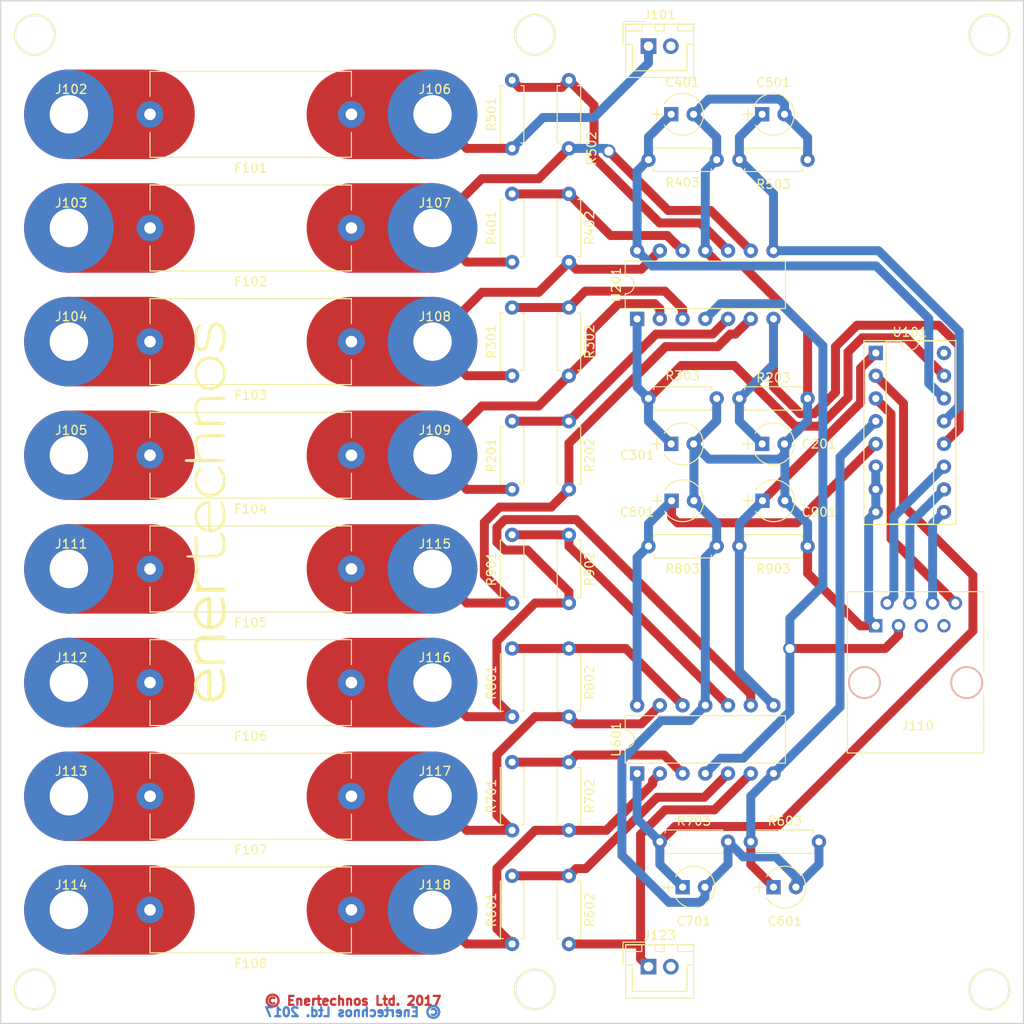
<source format=kicad_pcb>
(kicad_pcb (version 4) (host pcbnew 4.0.7)

  (general
    (links 108)
    (no_connects 1)
    (area 40.564999 68.167 155.015001 183.345)
    (thickness 1.6)
    (drawings 6)
    (tracks 342)
    (zones 0)
    (modules 69)
    (nets 40)
  )

  (page A4)
  (title_block
    (title "Fuse Board")
    (date 2017-12-14)
    (rev Rev3.3)
    (company "Enertechnos Ltd.")
    (comment 1 "FOR REVIEW")
  )

  (layers
    (0 F.Cu signal)
    (31 B.Cu signal)
    (32 B.Adhes user)
    (33 F.Adhes user)
    (34 B.Paste user)
    (35 F.Paste user)
    (36 B.SilkS user)
    (37 F.SilkS user)
    (38 B.Mask user)
    (39 F.Mask user)
    (40 Dwgs.User user)
    (41 Cmts.User user)
    (42 Eco1.User user)
    (43 Eco2.User user)
    (44 Edge.Cuts user)
    (45 Margin user)
    (46 B.CrtYd user)
    (47 F.CrtYd user)
    (48 B.Fab user)
    (49 F.Fab user)
  )

  (setup
    (last_trace_width 1)
    (trace_clearance 0.4)
    (zone_clearance 0.508)
    (zone_45_only no)
    (trace_min 0.2)
    (segment_width 0.2)
    (edge_width 0.15)
    (via_size 1.5)
    (via_drill 1)
    (via_min_size 0.4)
    (via_min_drill 0.3)
    (uvia_size 1)
    (uvia_drill 0.5)
    (uvias_allowed no)
    (uvia_min_size 0.2)
    (uvia_min_drill 0.1)
    (pcb_text_width 0.3)
    (pcb_text_size 1.5 1.5)
    (mod_edge_width 0.15)
    (mod_text_size 1 1)
    (mod_text_width 0.15)
    (pad_size 1.524 1.524)
    (pad_drill 0.762)
    (pad_to_mask_clearance 0.2)
    (aux_axis_origin 0 0)
    (visible_elements 7FFFEFFF)
    (pcbplotparams
      (layerselection 0x00030_80000001)
      (usegerberextensions false)
      (excludeedgelayer true)
      (linewidth 0.100000)
      (plotframeref false)
      (viasonmask false)
      (mode 1)
      (useauxorigin false)
      (hpglpennumber 1)
      (hpglpenspeed 20)
      (hpglpendiameter 15)
      (hpglpenoverlay 2)
      (psnegative false)
      (psa4output false)
      (plotreference true)
      (plotvalue true)
      (plotinvisibletext false)
      (padsonsilk false)
      (subtractmaskfromsilk false)
      (outputformat 1)
      (mirror false)
      (drillshape 1)
      (scaleselection 1)
      (outputdirectory ""))
  )

  (net 0 "")
  (net 1 /VoltMeter1/+VE)
  (net 2 /VoltMeter2/+VE)
  (net 3 /VoltMeter3/+VE)
  (net 4 ARD_GND)
  (net 5 /VoltMeter5/+VE)
  (net 6 /VoltMeter6/+VE)
  (net 7 /VoltMeter7/+VE)
  (net 8 /VoltMeter8/+VE)
  (net 9 /VoltMeter4/+VE)
  (net 10 "Net-(R201-Pad2)")
  (net 11 "Net-(R301-Pad2)")
  (net 12 "Net-(R401-Pad2)")
  (net 13 "Net-(R501-Pad2)")
  (net 14 "Net-(R601-Pad2)")
  (net 15 "Net-(R701-Pad2)")
  (net 16 "Net-(R801-Pad2)")
  (net 17 "Net-(R901-Pad2)")
  (net 18 "Net-(F101-Pad2)")
  (net 19 "Net-(F102-Pad2)")
  (net 20 "Net-(F103-Pad2)")
  (net 21 "Net-(F104-Pad2)")
  (net 22 "Net-(F105-Pad2)")
  (net 23 "Net-(F106-Pad2)")
  (net 24 "Net-(F107-Pad2)")
  (net 25 "Net-(F108-Pad2)")
  (net 26 /VoltMeter8/-VE)
  (net 27 A)
  (net 28 B)
  (net 29 C)
  (net 30 COM)
  (net 31 V5)
  (net 32 V7)
  (net 33 V8)
  (net 34 V4)
  (net 35 V6)
  (net 36 V1)
  (net 37 V2)
  (net 38 V3)
  (net 39 ARD_VDD)

  (net_class Default "This is the default net class."
    (clearance 0.4)
    (trace_width 1)
    (via_dia 1.5)
    (via_drill 1)
    (uvia_dia 1)
    (uvia_drill 0.5)
    (add_net /VoltMeter1/+VE)
    (add_net /VoltMeter2/+VE)
    (add_net /VoltMeter3/+VE)
    (add_net /VoltMeter4/+VE)
    (add_net /VoltMeter5/+VE)
    (add_net /VoltMeter6/+VE)
    (add_net /VoltMeter7/+VE)
    (add_net /VoltMeter8/+VE)
    (add_net /VoltMeter8/-VE)
    (add_net A)
    (add_net ARD_GND)
    (add_net ARD_VDD)
    (add_net B)
    (add_net C)
    (add_net COM)
    (add_net "Net-(F101-Pad2)")
    (add_net "Net-(F102-Pad2)")
    (add_net "Net-(F103-Pad2)")
    (add_net "Net-(F104-Pad2)")
    (add_net "Net-(F105-Pad2)")
    (add_net "Net-(F106-Pad2)")
    (add_net "Net-(F107-Pad2)")
    (add_net "Net-(F108-Pad2)")
    (add_net "Net-(R201-Pad2)")
    (add_net "Net-(R301-Pad2)")
    (add_net "Net-(R401-Pad2)")
    (add_net "Net-(R501-Pad2)")
    (add_net "Net-(R601-Pad2)")
    (add_net "Net-(R701-Pad2)")
    (add_net "Net-(R801-Pad2)")
    (add_net "Net-(R901-Pad2)")
    (add_net V1)
    (add_net V2)
    (add_net V3)
    (add_net V4)
    (add_net V5)
    (add_net V6)
    (add_net V7)
    (add_net V8)
  )

  (module PartsLibraries:MountingHole locked (layer F.Cu) (tedit 594AA37F) (tstamp 5A3A31D4)
    (at 100.33 179.07)
    (descr "module 1 pin (ou trou mecanique de percage)")
    (tags DEV)
    (fp_text reference "" (at 0 -3.048) (layer F.SilkS)
      (effects (font (size 1 1) (thickness 0.15)))
    )
    (fp_text value Mount (at 0 3) (layer F.Fab)
      (effects (font (size 1 1) (thickness 0.15)))
    )
    (fp_circle (center 0 0) (end 2 0.8) (layer F.Fab) (width 0.1))
    (fp_circle (center 0 0) (end 2.6 0) (layer F.CrtYd) (width 0.05))
    (fp_circle (center 0 0) (end 0 -2.286) (layer F.SilkS) (width 0.12))
    (pad 1 thru_hole circle (at 0 0) (size 4.2 4.2) (drill 4.2) (layers *.Cu *.Mask)
      (clearance 1))
  )

  (module PartsLibraries:MountingHole locked (layer F.Cu) (tedit 594AA37F) (tstamp 5A3A31CD)
    (at 100.33 72.39)
    (descr "module 1 pin (ou trou mecanique de percage)")
    (tags DEV)
    (fp_text reference "" (at 0 -3.048) (layer F.SilkS)
      (effects (font (size 1 1) (thickness 0.15)))
    )
    (fp_text value Mount (at 0 3) (layer F.Fab)
      (effects (font (size 1 1) (thickness 0.15)))
    )
    (fp_circle (center 0 0) (end 2 0.8) (layer F.Fab) (width 0.1))
    (fp_circle (center 0 0) (end 2.6 0) (layer F.CrtYd) (width 0.05))
    (fp_circle (center 0 0) (end 0 -2.286) (layer F.SilkS) (width 0.12))
    (pad 1 thru_hole circle (at 0 0) (size 4.2 4.2) (drill 4.2) (layers *.Cu *.Mask)
      (clearance 1))
  )

  (module PartsLibraries:MountingHole locked (layer F.Cu) (tedit 594AA37F) (tstamp 5A3A31C4)
    (at 44.45 72.39)
    (descr "module 1 pin (ou trou mecanique de percage)")
    (tags DEV)
    (fp_text reference "" (at 0 -3.048) (layer F.SilkS)
      (effects (font (size 1 1) (thickness 0.15)))
    )
    (fp_text value Mount (at 0 3) (layer F.Fab)
      (effects (font (size 1 1) (thickness 0.15)))
    )
    (fp_circle (center 0 0) (end 2 0.8) (layer F.Fab) (width 0.1))
    (fp_circle (center 0 0) (end 2.6 0) (layer F.CrtYd) (width 0.05))
    (fp_circle (center 0 0) (end 0 -2.286) (layer F.SilkS) (width 0.12))
    (pad 1 thru_hole circle (at 0 0) (size 4.2 4.2) (drill 4.2) (layers *.Cu *.Mask)
      (clearance 1))
  )

  (module PartsLibraries:MountingHole locked (layer F.Cu) (tedit 594AA37F) (tstamp 5A3A31BD)
    (at 151.13 72.39)
    (descr "module 1 pin (ou trou mecanique de percage)")
    (tags DEV)
    (fp_text reference "" (at 0 -3.048) (layer F.SilkS)
      (effects (font (size 1 1) (thickness 0.15)))
    )
    (fp_text value Mount (at 0 3) (layer F.Fab)
      (effects (font (size 1 1) (thickness 0.15)))
    )
    (fp_circle (center 0 0) (end 2 0.8) (layer F.Fab) (width 0.1))
    (fp_circle (center 0 0) (end 2.6 0) (layer F.CrtYd) (width 0.05))
    (fp_circle (center 0 0) (end 0 -2.286) (layer F.SilkS) (width 0.12))
    (pad 1 thru_hole circle (at 0 0) (size 4.2 4.2) (drill 4.2) (layers *.Cu *.Mask)
      (clearance 1))
  )

  (module PartsLibraries:MountingHole locked (layer F.Cu) (tedit 594AA37F) (tstamp 5A3A31B3)
    (at 151.13 179.07)
    (descr "module 1 pin (ou trou mecanique de percage)")
    (tags DEV)
    (fp_text reference "" (at 0 -3.048) (layer F.SilkS)
      (effects (font (size 1 1) (thickness 0.15)))
    )
    (fp_text value Mount (at 0 3) (layer F.Fab)
      (effects (font (size 1 1) (thickness 0.15)))
    )
    (fp_circle (center 0 0) (end 2 0.8) (layer F.Fab) (width 0.1))
    (fp_circle (center 0 0) (end 2.6 0) (layer F.CrtYd) (width 0.05))
    (fp_circle (center 0 0) (end 0 -2.286) (layer F.SilkS) (width 0.12))
    (pad 1 thru_hole circle (at 0 0) (size 4.2 4.2) (drill 4.2) (layers *.Cu *.Mask)
      (clearance 1))
  )

  (module Fuse_Holders_and_Fuses:Fuseholder5x20_horiz_open_Schurter_0031_8201 locked (layer F.Cu) (tedit 5880C433) (tstamp 5A306918)
    (at 79.83 93.98 180)
    (descr http://www.schurter.com/var/schurter/storage/ilcatalogue/files/document/datasheet/en/pdf/typ_OGN.pdf)
    (tags "Fuseholder horizontal open 5x20 Schurter 0031.8201")
    (path /5A314BDF)
    (fp_text reference F102 (at 11.25 -6 180) (layer F.SilkS)
      (effects (font (size 1 1) (thickness 0.15)))
    )
    (fp_text value Fuse (at 11.25 6 180) (layer F.Fab)
      (effects (font (size 1 1) (thickness 0.15)))
    )
    (fp_line (start 0.1 -4.7) (end 0.1 4.7) (layer F.Fab) (width 0.1))
    (fp_line (start 0.1 4.7) (end 22.4 4.7) (layer F.Fab) (width 0.1))
    (fp_line (start 22.4 4.7) (end 22.4 -4.7) (layer F.Fab) (width 0.1))
    (fp_line (start 22.4 -4.7) (end 0.1 -4.7) (layer F.Fab) (width 0.1))
    (fp_line (start -0.25 5.05) (end -0.25 1.95) (layer F.CrtYd) (width 0.05))
    (fp_line (start 22.5 4.8) (end 22.5 2) (layer F.SilkS) (width 0.12))
    (fp_line (start 22.5 -2) (end 22.5 -4.8) (layer F.SilkS) (width 0.12))
    (fp_line (start 0 -2) (end 0 -4.8) (layer F.SilkS) (width 0.12))
    (fp_line (start 0 -4.8) (end 22.5 -4.8) (layer F.SilkS) (width 0.12))
    (fp_line (start 22.75 5.05) (end -0.25 5.05) (layer F.CrtYd) (width 0.05))
    (fp_line (start -0.25 -5.05) (end 22.75 -5.05) (layer F.CrtYd) (width 0.05))
    (fp_line (start 0 4.8) (end 22.5 4.8) (layer F.SilkS) (width 0.12))
    (fp_line (start -0.25 -1.95) (end -0.25 -5.05) (layer F.CrtYd) (width 0.05))
    (fp_line (start 22.75 -1.95) (end 22.75 -5.05) (layer F.CrtYd) (width 0.05))
    (fp_line (start 22.75 1.95) (end 22.75 5.05) (layer F.CrtYd) (width 0.05))
    (fp_line (start 0 4.8) (end 0 2) (layer F.SilkS) (width 0.12))
    (fp_arc (start 22.5 0) (end 22.75 -1.95) (angle 165.3) (layer F.CrtYd) (width 0.05))
    (fp_arc (start 0 0) (end -0.25 1.95) (angle 165.3) (layer F.CrtYd) (width 0.05))
    (pad 1 thru_hole circle (at 0 0 180) (size 3 3) (drill 1.3) (layers *.Cu *.Mask)
      (net 2 /VoltMeter2/+VE))
    (pad 2 thru_hole circle (at 22.5 0 180) (size 3 3) (drill 1.3) (layers *.Cu *.Mask)
      (net 19 "Net-(F102-Pad2)"))
    (pad "" np_thru_hole circle (at 11.25 0 180) (size 2.7 2.7) (drill 2.7) (layers *.Cu *.Mask))
    (model C:/Development/mlihardware/3D/FuseHolder_5x20.wrl
      (at (xyz 0 0 0))
      (scale (xyz 1 1 1))
      (rotate (xyz 0 0 0))
    )
  )

  (module Fuse_Holders_and_Fuses:Fuseholder5x20_horiz_open_Schurter_0031_8201 locked (layer F.Cu) (tedit 5880C433) (tstamp 5A306124)
    (at 79.83 81.28 180)
    (descr http://www.schurter.com/var/schurter/storage/ilcatalogue/files/document/datasheet/en/pdf/typ_OGN.pdf)
    (tags "Fuseholder horizontal open 5x20 Schurter 0031.8201")
    (path /5A311AB6)
    (fp_text reference F101 (at 11.25 -6 180) (layer F.SilkS)
      (effects (font (size 1 1) (thickness 0.15)))
    )
    (fp_text value Fuse (at 11.25 6 180) (layer F.Fab)
      (effects (font (size 1 1) (thickness 0.15)))
    )
    (fp_line (start 0.1 -4.7) (end 0.1 4.7) (layer F.Fab) (width 0.1))
    (fp_line (start 0.1 4.7) (end 22.4 4.7) (layer F.Fab) (width 0.1))
    (fp_line (start 22.4 4.7) (end 22.4 -4.7) (layer F.Fab) (width 0.1))
    (fp_line (start 22.4 -4.7) (end 0.1 -4.7) (layer F.Fab) (width 0.1))
    (fp_line (start -0.25 5.05) (end -0.25 1.95) (layer F.CrtYd) (width 0.05))
    (fp_line (start 22.5 4.8) (end 22.5 2) (layer F.SilkS) (width 0.12))
    (fp_line (start 22.5 -2) (end 22.5 -4.8) (layer F.SilkS) (width 0.12))
    (fp_line (start 0 -2) (end 0 -4.8) (layer F.SilkS) (width 0.12))
    (fp_line (start 0 -4.8) (end 22.5 -4.8) (layer F.SilkS) (width 0.12))
    (fp_line (start 22.75 5.05) (end -0.25 5.05) (layer F.CrtYd) (width 0.05))
    (fp_line (start -0.25 -5.05) (end 22.75 -5.05) (layer F.CrtYd) (width 0.05))
    (fp_line (start 0 4.8) (end 22.5 4.8) (layer F.SilkS) (width 0.12))
    (fp_line (start -0.25 -1.95) (end -0.25 -5.05) (layer F.CrtYd) (width 0.05))
    (fp_line (start 22.75 -1.95) (end 22.75 -5.05) (layer F.CrtYd) (width 0.05))
    (fp_line (start 22.75 1.95) (end 22.75 5.05) (layer F.CrtYd) (width 0.05))
    (fp_line (start 0 4.8) (end 0 2) (layer F.SilkS) (width 0.12))
    (fp_arc (start 22.5 0) (end 22.75 -1.95) (angle 165.3) (layer F.CrtYd) (width 0.05))
    (fp_arc (start 0 0) (end -0.25 1.95) (angle 165.3) (layer F.CrtYd) (width 0.05))
    (pad 1 thru_hole circle (at 0 0 180) (size 3 3) (drill 1.3) (layers *.Cu *.Mask)
      (net 1 /VoltMeter1/+VE))
    (pad 2 thru_hole circle (at 22.5 0 180) (size 3 3) (drill 1.3) (layers *.Cu *.Mask)
      (net 18 "Net-(F101-Pad2)"))
    (pad "" np_thru_hole circle (at 11.25 0 180) (size 2.7 2.7) (drill 2.7) (layers *.Cu *.Mask))
    (model C:/Development/mlihardware/3D/FuseHolder_5x20.wrl
      (at (xyz 0 0 0))
      (scale (xyz 1 1 1))
      (rotate (xyz 0 0 0))
    )
  )

  (module PartsLibraries:RJ45 (layer F.Cu) (tedit 59511D7C) (tstamp 5A30FBBD)
    (at 138.43 138.43)
    (tags RJ45)
    (path /59C3DA36)
    (fp_text reference J110 (at 4.7 11.18) (layer F.SilkS)
      (effects (font (size 1 1) (thickness 0.15)))
    )
    (fp_text value RJ45 (at 4.59 6.25) (layer F.Fab)
      (effects (font (size 1 1) (thickness 0.15)))
    )
    (fp_line (start -3.17 14.22) (end 12.07 14.22) (layer F.SilkS) (width 0.12))
    (fp_line (start 12.07 -3.81) (end 12.06 5.18) (layer F.SilkS) (width 0.12))
    (fp_line (start 12.07 -3.81) (end -3.17 -3.81) (layer F.SilkS) (width 0.12))
    (fp_line (start -3.17 -3.81) (end -3.17 5.19) (layer F.SilkS) (width 0.12))
    (fp_line (start 12.06 7.52) (end 12.07 14.22) (layer F.SilkS) (width 0.12))
    (fp_line (start -3.17 7.51) (end -3.17 14.22) (layer F.SilkS) (width 0.12))
    (fp_line (start -3.56 -4.06) (end 12.46 -4.06) (layer F.CrtYd) (width 0.05))
    (fp_line (start -3.56 -4.06) (end -3.56 14.47) (layer F.CrtYd) (width 0.05))
    (fp_line (start 12.46 14.47) (end 12.46 -4.06) (layer F.CrtYd) (width 0.05))
    (fp_line (start 12.46 14.47) (end -3.56 14.47) (layer F.CrtYd) (width 0.05))
    (pad "" np_thru_hole circle (at 10.16 6.35) (size 3.65 3.65) (drill 3.25) (layers *.Cu *.SilkS *.Mask))
    (pad "" np_thru_hole circle (at -1.27 6.35) (size 3.65 3.65) (drill 3.25) (layers *.Cu *.SilkS *.Mask))
    (pad 1 thru_hole rect (at 0 0) (size 1.5 1.5) (drill 0.9) (layers *.Cu *.Mask)
      (net 4 ARD_GND))
    (pad 2 thru_hole circle (at 1.27 -2.54) (size 1.5 1.5) (drill 0.9) (layers *.Cu *.Mask)
      (net 27 A))
    (pad 3 thru_hole circle (at 2.54 0) (size 1.5 1.5) (drill 0.9) (layers *.Cu *.Mask)
      (net 39 ARD_VDD))
    (pad 4 thru_hole circle (at 3.81 -2.54) (size 1.5 1.5) (drill 0.9) (layers *.Cu *.Mask)
      (net 28 B))
    (pad 5 thru_hole circle (at 5.08 0) (size 1.5 1.5) (drill 0.9) (layers *.Cu *.Mask))
    (pad 6 thru_hole circle (at 6.35 -2.54) (size 1.5 1.5) (drill 0.9) (layers *.Cu *.Mask)
      (net 29 C))
    (pad 7 thru_hole circle (at 7.62 0) (size 1.5 1.5) (drill 0.9) (layers *.Cu *.Mask))
    (pad 8 thru_hole circle (at 8.89 -2.54) (size 1.5 1.5) (drill 0.9) (layers *.Cu *.Mask)
      (net 30 COM))
    (model ../../../../../../Development/multilevelinverter/Hardware/3D/RJ45.wrl
      (at (xyz 0.175 -0.667 0.3))
      (scale (xyz 10 10 10))
      (rotate (xyz 270 0 0))
    )
  )

  (module Housings_DIP:DIP-16_W7.62mm_Socket (layer F.Cu) (tedit 59C78D6B) (tstamp 5A316EBB)
    (at 138.43 107.95)
    (descr "16-lead though-hole mounted DIP package, row spacing 7.62 mm (300 mils), Socket")
    (tags "THT DIP DIL PDIP 2.54mm 7.62mm 300mil Socket")
    (path /5A31B088)
    (fp_text reference U101 (at 3.81 -2.33) (layer F.SilkS)
      (effects (font (size 1 1) (thickness 0.15)))
    )
    (fp_text value TC4051BP (at 3.81 20.11) (layer F.Fab)
      (effects (font (size 1 1) (thickness 0.15)))
    )
    (fp_arc (start 3.81 -1.33) (end 2.81 -1.33) (angle -180) (layer F.SilkS) (width 0.12))
    (fp_line (start 1.635 -1.27) (end 6.985 -1.27) (layer F.Fab) (width 0.1))
    (fp_line (start 6.985 -1.27) (end 6.985 19.05) (layer F.Fab) (width 0.1))
    (fp_line (start 6.985 19.05) (end 0.635 19.05) (layer F.Fab) (width 0.1))
    (fp_line (start 0.635 19.05) (end 0.635 -0.27) (layer F.Fab) (width 0.1))
    (fp_line (start 0.635 -0.27) (end 1.635 -1.27) (layer F.Fab) (width 0.1))
    (fp_line (start -1.27 -1.33) (end -1.27 19.11) (layer F.Fab) (width 0.1))
    (fp_line (start -1.27 19.11) (end 8.89 19.11) (layer F.Fab) (width 0.1))
    (fp_line (start 8.89 19.11) (end 8.89 -1.33) (layer F.Fab) (width 0.1))
    (fp_line (start 8.89 -1.33) (end -1.27 -1.33) (layer F.Fab) (width 0.1))
    (fp_line (start 2.81 -1.33) (end 1.16 -1.33) (layer F.SilkS) (width 0.12))
    (fp_line (start 1.16 -1.33) (end 1.16 19.11) (layer F.SilkS) (width 0.12))
    (fp_line (start 1.16 19.11) (end 6.46 19.11) (layer F.SilkS) (width 0.12))
    (fp_line (start 6.46 19.11) (end 6.46 -1.33) (layer F.SilkS) (width 0.12))
    (fp_line (start 6.46 -1.33) (end 4.81 -1.33) (layer F.SilkS) (width 0.12))
    (fp_line (start -1.33 -1.39) (end -1.33 19.17) (layer F.SilkS) (width 0.12))
    (fp_line (start -1.33 19.17) (end 8.95 19.17) (layer F.SilkS) (width 0.12))
    (fp_line (start 8.95 19.17) (end 8.95 -1.39) (layer F.SilkS) (width 0.12))
    (fp_line (start 8.95 -1.39) (end -1.33 -1.39) (layer F.SilkS) (width 0.12))
    (fp_line (start -1.55 -1.6) (end -1.55 19.4) (layer F.CrtYd) (width 0.05))
    (fp_line (start -1.55 19.4) (end 9.15 19.4) (layer F.CrtYd) (width 0.05))
    (fp_line (start 9.15 19.4) (end 9.15 -1.6) (layer F.CrtYd) (width 0.05))
    (fp_line (start 9.15 -1.6) (end -1.55 -1.6) (layer F.CrtYd) (width 0.05))
    (fp_text user %R (at 3.81 8.89) (layer F.Fab)
      (effects (font (size 1 1) (thickness 0.15)))
    )
    (pad 1 thru_hole rect (at 0 0) (size 1.6 1.6) (drill 0.8) (layers *.Cu *.Mask)
      (net 31 V5))
    (pad 9 thru_hole oval (at 7.62 17.78) (size 1.6 1.6) (drill 0.8) (layers *.Cu *.Mask)
      (net 29 C))
    (pad 2 thru_hole oval (at 0 2.54) (size 1.6 1.6) (drill 0.8) (layers *.Cu *.Mask)
      (net 32 V7))
    (pad 10 thru_hole oval (at 7.62 15.24) (size 1.6 1.6) (drill 0.8) (layers *.Cu *.Mask)
      (net 28 B))
    (pad 3 thru_hole oval (at 0 5.08) (size 1.6 1.6) (drill 0.8) (layers *.Cu *.Mask)
      (net 30 COM))
    (pad 11 thru_hole oval (at 7.62 12.7) (size 1.6 1.6) (drill 0.8) (layers *.Cu *.Mask)
      (net 27 A))
    (pad 4 thru_hole oval (at 0 7.62) (size 1.6 1.6) (drill 0.8) (layers *.Cu *.Mask)
      (net 33 V8))
    (pad 12 thru_hole oval (at 7.62 10.16) (size 1.6 1.6) (drill 0.8) (layers *.Cu *.Mask)
      (net 34 V4))
    (pad 5 thru_hole oval (at 0 10.16) (size 1.6 1.6) (drill 0.8) (layers *.Cu *.Mask)
      (net 35 V6))
    (pad 13 thru_hole oval (at 7.62 7.62) (size 1.6 1.6) (drill 0.8) (layers *.Cu *.Mask)
      (net 36 V1))
    (pad 6 thru_hole oval (at 0 12.7) (size 1.6 1.6) (drill 0.8) (layers *.Cu *.Mask)
      (net 4 ARD_GND))
    (pad 14 thru_hole oval (at 7.62 5.08) (size 1.6 1.6) (drill 0.8) (layers *.Cu *.Mask)
      (net 37 V2))
    (pad 7 thru_hole oval (at 0 15.24) (size 1.6 1.6) (drill 0.8) (layers *.Cu *.Mask)
      (net 4 ARD_GND))
    (pad 15 thru_hole oval (at 7.62 2.54) (size 1.6 1.6) (drill 0.8) (layers *.Cu *.Mask)
      (net 38 V3))
    (pad 8 thru_hole oval (at 0 17.78) (size 1.6 1.6) (drill 0.8) (layers *.Cu *.Mask)
      (net 4 ARD_GND))
    (pad 16 thru_hole oval (at 7.62 0) (size 1.6 1.6) (drill 0.8) (layers *.Cu *.Mask))
    (model ${KISYS3DMOD}/Housings_DIP.3dshapes/DIP-16_W7.62mm.wrl
      (at (xyz 0 0 0))
      (scale (xyz 1 1 1))
      (rotate (xyz 0 0 0))
    )
  )

  (module Fuse_Holders_and_Fuses:Fuseholder5x20_horiz_open_Schurter_0031_8201 locked (layer F.Cu) (tedit 5880C433) (tstamp 5A30FB22)
    (at 79.83 119.38 180)
    (descr http://www.schurter.com/var/schurter/storage/ilcatalogue/files/document/datasheet/en/pdf/typ_OGN.pdf)
    (tags "Fuseholder horizontal open 5x20 Schurter 0031.8201")
    (path /5A316DCF)
    (fp_text reference F104 (at 11.25 -6 180) (layer F.SilkS)
      (effects (font (size 1 1) (thickness 0.15)))
    )
    (fp_text value Fuse (at 11.25 6 180) (layer F.Fab)
      (effects (font (size 1 1) (thickness 0.15)))
    )
    (fp_line (start 0.1 -4.7) (end 0.1 4.7) (layer F.Fab) (width 0.1))
    (fp_line (start 0.1 4.7) (end 22.4 4.7) (layer F.Fab) (width 0.1))
    (fp_line (start 22.4 4.7) (end 22.4 -4.7) (layer F.Fab) (width 0.1))
    (fp_line (start 22.4 -4.7) (end 0.1 -4.7) (layer F.Fab) (width 0.1))
    (fp_line (start -0.25 5.05) (end -0.25 1.95) (layer F.CrtYd) (width 0.05))
    (fp_line (start 22.5 4.8) (end 22.5 2) (layer F.SilkS) (width 0.12))
    (fp_line (start 22.5 -2) (end 22.5 -4.8) (layer F.SilkS) (width 0.12))
    (fp_line (start 0 -2) (end 0 -4.8) (layer F.SilkS) (width 0.12))
    (fp_line (start 0 -4.8) (end 22.5 -4.8) (layer F.SilkS) (width 0.12))
    (fp_line (start 22.75 5.05) (end -0.25 5.05) (layer F.CrtYd) (width 0.05))
    (fp_line (start -0.25 -5.05) (end 22.75 -5.05) (layer F.CrtYd) (width 0.05))
    (fp_line (start 0 4.8) (end 22.5 4.8) (layer F.SilkS) (width 0.12))
    (fp_line (start -0.25 -1.95) (end -0.25 -5.05) (layer F.CrtYd) (width 0.05))
    (fp_line (start 22.75 -1.95) (end 22.75 -5.05) (layer F.CrtYd) (width 0.05))
    (fp_line (start 22.75 1.95) (end 22.75 5.05) (layer F.CrtYd) (width 0.05))
    (fp_line (start 0 4.8) (end 0 2) (layer F.SilkS) (width 0.12))
    (fp_arc (start 22.5 0) (end 22.75 -1.95) (angle 165.3) (layer F.CrtYd) (width 0.05))
    (fp_arc (start 0 0) (end -0.25 1.95) (angle 165.3) (layer F.CrtYd) (width 0.05))
    (pad 1 thru_hole circle (at 0 0 180) (size 3 3) (drill 1.3) (layers *.Cu *.Mask)
      (net 9 /VoltMeter4/+VE))
    (pad 2 thru_hole circle (at 22.5 0 180) (size 3 3) (drill 1.3) (layers *.Cu *.Mask)
      (net 21 "Net-(F104-Pad2)"))
    (pad "" np_thru_hole circle (at 11.25 0 180) (size 2.7 2.7) (drill 2.7) (layers *.Cu *.Mask))
    (model C:/Development/mlihardware/3D/FuseHolder_5x20.wrl
      (at (xyz 0 0 0))
      (scale (xyz 1 1 1))
      (rotate (xyz 0 0 0))
    )
  )

  (module PartsLibraries:PowerConnectorRound locked (layer F.Cu) (tedit 59AECA0D) (tstamp 5A3003A5)
    (at 88.9 93.98)
    (path /5A31433B)
    (fp_text reference J107 (at 0.254 -2.794) (layer F.SilkS)
      (effects (font (size 1 1) (thickness 0.15)))
    )
    (fp_text value OUTPUT (at 0 6.35) (layer F.Fab)
      (effects (font (size 1 1) (thickness 0.15)))
    )
    (pad 1 thru_hole circle (at 0 0) (size 10 10) (drill 4.3) (layers *.Cu *.Mask)
      (net 2 /VoltMeter2/+VE))
  )

  (module Housings_DIP:DIP-14_W7.62mm locked (layer F.Cu) (tedit 59C78D6B) (tstamp 5A3005BF)
    (at 111.76 154.94 90)
    (descr "14-lead though-hole mounted DIP package, row spacing 7.62 mm (300 mils)")
    (tags "THT DIP DIL PDIP 2.54mm 7.62mm 300mil")
    (path /59C53BAD/59C4F962)
    (fp_text reference U601 (at 3.81 -2.33 90) (layer F.SilkS)
      (effects (font (size 1 1) (thickness 0.15)))
    )
    (fp_text value MCP604 (at 3.81 17.57 90) (layer F.Fab)
      (effects (font (size 1 1) (thickness 0.15)))
    )
    (fp_arc (start 3.81 -1.33) (end 2.81 -1.33) (angle -180) (layer F.SilkS) (width 0.12))
    (fp_line (start 1.635 -1.27) (end 6.985 -1.27) (layer F.Fab) (width 0.1))
    (fp_line (start 6.985 -1.27) (end 6.985 16.51) (layer F.Fab) (width 0.1))
    (fp_line (start 6.985 16.51) (end 0.635 16.51) (layer F.Fab) (width 0.1))
    (fp_line (start 0.635 16.51) (end 0.635 -0.27) (layer F.Fab) (width 0.1))
    (fp_line (start 0.635 -0.27) (end 1.635 -1.27) (layer F.Fab) (width 0.1))
    (fp_line (start 2.81 -1.33) (end 1.16 -1.33) (layer F.SilkS) (width 0.12))
    (fp_line (start 1.16 -1.33) (end 1.16 16.57) (layer F.SilkS) (width 0.12))
    (fp_line (start 1.16 16.57) (end 6.46 16.57) (layer F.SilkS) (width 0.12))
    (fp_line (start 6.46 16.57) (end 6.46 -1.33) (layer F.SilkS) (width 0.12))
    (fp_line (start 6.46 -1.33) (end 4.81 -1.33) (layer F.SilkS) (width 0.12))
    (fp_line (start -1.1 -1.55) (end -1.1 16.8) (layer F.CrtYd) (width 0.05))
    (fp_line (start -1.1 16.8) (end 8.7 16.8) (layer F.CrtYd) (width 0.05))
    (fp_line (start 8.7 16.8) (end 8.7 -1.55) (layer F.CrtYd) (width 0.05))
    (fp_line (start 8.7 -1.55) (end -1.1 -1.55) (layer F.CrtYd) (width 0.05))
    (fp_text user %R (at 3.81 7.62 90) (layer F.Fab)
      (effects (font (size 1 1) (thickness 0.15)))
    )
    (pad 1 thru_hole rect (at 0 0 90) (size 1.6 1.6) (drill 0.8) (layers *.Cu *.Mask)
      (net 32 V7))
    (pad 8 thru_hole oval (at 7.62 15.24 90) (size 1.6 1.6) (drill 0.8) (layers *.Cu *.Mask)
      (net 31 V5))
    (pad 2 thru_hole oval (at 0 2.54 90) (size 1.6 1.6) (drill 0.8) (layers *.Cu *.Mask)
      (net 8 /VoltMeter8/+VE))
    (pad 9 thru_hole oval (at 7.62 12.7 90) (size 1.6 1.6) (drill 0.8) (layers *.Cu *.Mask)
      (net 6 /VoltMeter6/+VE))
    (pad 3 thru_hole oval (at 0 5.08 90) (size 1.6 1.6) (drill 0.8) (layers *.Cu *.Mask)
      (net 15 "Net-(R701-Pad2)"))
    (pad 10 thru_hole oval (at 7.62 10.16 90) (size 1.6 1.6) (drill 0.8) (layers *.Cu *.Mask)
      (net 17 "Net-(R901-Pad2)"))
    (pad 4 thru_hole oval (at 0 7.62 90) (size 1.6 1.6) (drill 0.8) (layers *.Cu *.Mask)
      (net 39 ARD_VDD))
    (pad 11 thru_hole oval (at 7.62 7.62 90) (size 1.6 1.6) (drill 0.8) (layers *.Cu *.Mask)
      (net 4 ARD_GND))
    (pad 5 thru_hole oval (at 0 10.16 90) (size 1.6 1.6) (drill 0.8) (layers *.Cu *.Mask)
      (net 14 "Net-(R601-Pad2)"))
    (pad 12 thru_hole oval (at 7.62 5.08 90) (size 1.6 1.6) (drill 0.8) (layers *.Cu *.Mask)
      (net 16 "Net-(R801-Pad2)"))
    (pad 6 thru_hole oval (at 0 12.7 90) (size 1.6 1.6) (drill 0.8) (layers *.Cu *.Mask)
      (net 26 /VoltMeter8/-VE))
    (pad 13 thru_hole oval (at 7.62 2.54 90) (size 1.6 1.6) (drill 0.8) (layers *.Cu *.Mask)
      (net 7 /VoltMeter7/+VE))
    (pad 7 thru_hole oval (at 0 15.24 90) (size 1.6 1.6) (drill 0.8) (layers *.Cu *.Mask)
      (net 33 V8))
    (pad 14 thru_hole oval (at 7.62 0 90) (size 1.6 1.6) (drill 0.8) (layers *.Cu *.Mask)
      (net 35 V6))
    (model ${KISYS3DMOD}/Housings_DIP.3dshapes/DIP-14_W7.62mm.wrl
      (at (xyz 0 0 0))
      (scale (xyz 1 1 1))
      (rotate (xyz 0 0 0))
    )
  )

  (module PartsLibraries:PowerConnectorRound locked (layer F.Cu) (tedit 59AECA0D) (tstamp 5A300388)
    (at 48.26 119.38)
    (path /5A314202)
    (fp_text reference J105 (at 0.254 -2.794) (layer F.SilkS)
      (effects (font (size 1 1) (thickness 0.15)))
    )
    (fp_text value INPUT (at 0 6.35) (layer F.Fab)
      (effects (font (size 1 1) (thickness 0.15)))
    )
    (pad 1 thru_hole circle (at 0 0) (size 10 10) (drill 4.3) (layers *.Cu *.Mask)
      (net 21 "Net-(F104-Pad2)"))
  )

  (module PartsLibraries:PowerConnectorRound locked (layer F.Cu) (tedit 59AECA0D) (tstamp 5A3003AA)
    (at 88.9 106.68)
    (path /5A314473)
    (fp_text reference J108 (at 0.254 -2.794) (layer F.SilkS)
      (effects (font (size 1 1) (thickness 0.15)))
    )
    (fp_text value OUTPUT (at 0 6.35) (layer F.Fab)
      (effects (font (size 1 1) (thickness 0.15)))
    )
    (pad 1 thru_hole circle (at 0 0) (size 10 10) (drill 4.3) (layers *.Cu *.Mask)
      (net 3 /VoltMeter3/+VE))
  )

  (module PartsLibraries:PowerConnectorRound locked (layer F.Cu) (tedit 59AECA0D) (tstamp 5A3003AF)
    (at 88.9 119.38)
    (path /5A314620)
    (fp_text reference J109 (at 0.254 -2.794) (layer F.SilkS)
      (effects (font (size 1 1) (thickness 0.15)))
    )
    (fp_text value OUTPUT (at 0 6.35) (layer F.Fab)
      (effects (font (size 1 1) (thickness 0.15)))
    )
    (pad 1 thru_hole circle (at 0 0) (size 10 10) (drill 4.3) (layers *.Cu *.Mask)
      (net 9 /VoltMeter4/+VE))
  )

  (module PartsLibraries:PowerConnectorRound locked (layer F.Cu) (tedit 59AECA0D) (tstamp 5A3003B9)
    (at 48.26 132.08)
    (path /5A31493D)
    (fp_text reference J111 (at 0.254 -2.794) (layer F.SilkS)
      (effects (font (size 1 1) (thickness 0.15)))
    )
    (fp_text value INPUT (at 0 6.35) (layer F.Fab)
      (effects (font (size 1 1) (thickness 0.15)))
    )
    (pad 1 thru_hole circle (at 0 0) (size 10 10) (drill 4.3) (layers *.Cu *.Mask)
      (net 22 "Net-(F105-Pad2)"))
  )

  (module PartsLibraries:PowerConnectorRound locked (layer F.Cu) (tedit 59AECA0D) (tstamp 5A3003BE)
    (at 48.26 144.78)
    (path /5A314C5C)
    (fp_text reference J112 (at 0.254 -2.794) (layer F.SilkS)
      (effects (font (size 1 1) (thickness 0.15)))
    )
    (fp_text value INPUT (at 0 6.35) (layer F.Fab)
      (effects (font (size 1 1) (thickness 0.15)))
    )
    (pad 1 thru_hole circle (at 0 0) (size 10 10) (drill 4.3) (layers *.Cu *.Mask)
      (net 23 "Net-(F106-Pad2)"))
  )

  (module PartsLibraries:PowerConnectorRound locked (layer F.Cu) (tedit 59AECA0D) (tstamp 5A3003C3)
    (at 48.26 157.48)
    (path /5A314D91)
    (fp_text reference J113 (at 0.254 -2.794) (layer F.SilkS)
      (effects (font (size 1 1) (thickness 0.15)))
    )
    (fp_text value INPUT (at 0 6.35) (layer F.Fab)
      (effects (font (size 1 1) (thickness 0.15)))
    )
    (pad 1 thru_hole circle (at 0 0) (size 10 10) (drill 4.3) (layers *.Cu *.Mask)
      (net 24 "Net-(F107-Pad2)"))
  )

  (module Resistors_THT:R_Axial_DIN0207_L6.3mm_D2.5mm_P7.62mm_Horizontal locked placed (layer F.Cu) (tedit 5874F706) (tstamp 5A3003D9)
    (at 97.79 123.19 90)
    (descr "Resistor, Axial_DIN0207 series, Axial, Horizontal, pin pitch=7.62mm, 0.25W = 1/4W, length*diameter=6.3*2.5mm^2, http://cdn-reichelt.de/documents/datenblatt/B400/1_4W%23YAG.pdf")
    (tags "Resistor Axial_DIN0207 series Axial Horizontal pin pitch 7.62mm 0.25W = 1/4W length 6.3mm diameter 2.5mm")
    (path /59C4F642/5A2FE363)
    (fp_text reference R201 (at 3.81 -2.31 90) (layer F.SilkS)
      (effects (font (size 1 1) (thickness 0.15)))
    )
    (fp_text value 10K (at 3.81 2.31 90) (layer F.Fab)
      (effects (font (size 1 1) (thickness 0.15)))
    )
    (fp_line (start 0.66 -1.25) (end 0.66 1.25) (layer F.Fab) (width 0.1))
    (fp_line (start 0.66 1.25) (end 6.96 1.25) (layer F.Fab) (width 0.1))
    (fp_line (start 6.96 1.25) (end 6.96 -1.25) (layer F.Fab) (width 0.1))
    (fp_line (start 6.96 -1.25) (end 0.66 -1.25) (layer F.Fab) (width 0.1))
    (fp_line (start 0 0) (end 0.66 0) (layer F.Fab) (width 0.1))
    (fp_line (start 7.62 0) (end 6.96 0) (layer F.Fab) (width 0.1))
    (fp_line (start 0.6 -0.98) (end 0.6 -1.31) (layer F.SilkS) (width 0.12))
    (fp_line (start 0.6 -1.31) (end 7.02 -1.31) (layer F.SilkS) (width 0.12))
    (fp_line (start 7.02 -1.31) (end 7.02 -0.98) (layer F.SilkS) (width 0.12))
    (fp_line (start 0.6 0.98) (end 0.6 1.31) (layer F.SilkS) (width 0.12))
    (fp_line (start 0.6 1.31) (end 7.02 1.31) (layer F.SilkS) (width 0.12))
    (fp_line (start 7.02 1.31) (end 7.02 0.98) (layer F.SilkS) (width 0.12))
    (fp_line (start -1.05 -1.6) (end -1.05 1.6) (layer F.CrtYd) (width 0.05))
    (fp_line (start -1.05 1.6) (end 8.7 1.6) (layer F.CrtYd) (width 0.05))
    (fp_line (start 8.7 1.6) (end 8.7 -1.6) (layer F.CrtYd) (width 0.05))
    (fp_line (start 8.7 -1.6) (end -1.05 -1.6) (layer F.CrtYd) (width 0.05))
    (pad 1 thru_hole circle (at 0 0 90) (size 1.6 1.6) (drill 0.8) (layers *.Cu *.Mask)
      (net 9 /VoltMeter4/+VE))
    (pad 2 thru_hole oval (at 7.62 0 90) (size 1.6 1.6) (drill 0.8) (layers *.Cu *.Mask)
      (net 10 "Net-(R201-Pad2)"))
    (model ${KISYS3DMOD}/Resistors_THT.3dshapes/R_Axial_DIN0207_L6.3mm_D2.5mm_P7.62mm_Horizontal.wrl
      (at (xyz 0 0 0))
      (scale (xyz 0.393701 0.393701 0.393701))
      (rotate (xyz 0 0 0))
    )
  )

  (module Resistors_THT:R_Axial_DIN0207_L6.3mm_D2.5mm_P7.62mm_Horizontal locked placed (layer F.Cu) (tedit 5874F706) (tstamp 5A3003EF)
    (at 104.14 115.57 270)
    (descr "Resistor, Axial_DIN0207 series, Axial, Horizontal, pin pitch=7.62mm, 0.25W = 1/4W, length*diameter=6.3*2.5mm^2, http://cdn-reichelt.de/documents/datenblatt/B400/1_4W%23YAG.pdf")
    (tags "Resistor Axial_DIN0207 series Axial Horizontal pin pitch 7.62mm 0.25W = 1/4W length 6.3mm diameter 2.5mm")
    (path /59C4F642/59C4F970)
    (fp_text reference R202 (at 3.81 -2.31 270) (layer F.SilkS)
      (effects (font (size 1 1) (thickness 0.15)))
    )
    (fp_text value 10M (at 3.81 2.31 270) (layer F.Fab)
      (effects (font (size 1 1) (thickness 0.15)))
    )
    (fp_line (start 0.66 -1.25) (end 0.66 1.25) (layer F.Fab) (width 0.1))
    (fp_line (start 0.66 1.25) (end 6.96 1.25) (layer F.Fab) (width 0.1))
    (fp_line (start 6.96 1.25) (end 6.96 -1.25) (layer F.Fab) (width 0.1))
    (fp_line (start 6.96 -1.25) (end 0.66 -1.25) (layer F.Fab) (width 0.1))
    (fp_line (start 0 0) (end 0.66 0) (layer F.Fab) (width 0.1))
    (fp_line (start 7.62 0) (end 6.96 0) (layer F.Fab) (width 0.1))
    (fp_line (start 0.6 -0.98) (end 0.6 -1.31) (layer F.SilkS) (width 0.12))
    (fp_line (start 0.6 -1.31) (end 7.02 -1.31) (layer F.SilkS) (width 0.12))
    (fp_line (start 7.02 -1.31) (end 7.02 -0.98) (layer F.SilkS) (width 0.12))
    (fp_line (start 0.6 0.98) (end 0.6 1.31) (layer F.SilkS) (width 0.12))
    (fp_line (start 0.6 1.31) (end 7.02 1.31) (layer F.SilkS) (width 0.12))
    (fp_line (start 7.02 1.31) (end 7.02 0.98) (layer F.SilkS) (width 0.12))
    (fp_line (start -1.05 -1.6) (end -1.05 1.6) (layer F.CrtYd) (width 0.05))
    (fp_line (start -1.05 1.6) (end 8.7 1.6) (layer F.CrtYd) (width 0.05))
    (fp_line (start 8.7 1.6) (end 8.7 -1.6) (layer F.CrtYd) (width 0.05))
    (fp_line (start 8.7 -1.6) (end -1.05 -1.6) (layer F.CrtYd) (width 0.05))
    (pad 1 thru_hole circle (at 0 0 270) (size 1.6 1.6) (drill 0.8) (layers *.Cu *.Mask)
      (net 10 "Net-(R201-Pad2)"))
    (pad 2 thru_hole oval (at 7.62 0 270) (size 1.6 1.6) (drill 0.8) (layers *.Cu *.Mask)
      (net 5 /VoltMeter5/+VE))
    (model ${KISYS3DMOD}/Resistors_THT.3dshapes/R_Axial_DIN0207_L6.3mm_D2.5mm_P7.62mm_Horizontal.wrl
      (at (xyz 0 0 0))
      (scale (xyz 0.393701 0.393701 0.393701))
      (rotate (xyz 0 0 0))
    )
  )

  (module Resistors_THT:R_Axial_DIN0207_L6.3mm_D2.5mm_P7.62mm_Horizontal locked placed (layer F.Cu) (tedit 5874F706) (tstamp 5A300405)
    (at 97.79 110.49 90)
    (descr "Resistor, Axial_DIN0207 series, Axial, Horizontal, pin pitch=7.62mm, 0.25W = 1/4W, length*diameter=6.3*2.5mm^2, http://cdn-reichelt.de/documents/datenblatt/B400/1_4W%23YAG.pdf")
    (tags "Resistor Axial_DIN0207 series Axial Horizontal pin pitch 7.62mm 0.25W = 1/4W length 6.3mm diameter 2.5mm")
    (path /59C51A28/5A2FE363)
    (fp_text reference R301 (at 3.81 -2.31 90) (layer F.SilkS)
      (effects (font (size 1 1) (thickness 0.15)))
    )
    (fp_text value 10K (at 3.81 2.31 90) (layer F.Fab)
      (effects (font (size 1 1) (thickness 0.15)))
    )
    (fp_line (start 0.66 -1.25) (end 0.66 1.25) (layer F.Fab) (width 0.1))
    (fp_line (start 0.66 1.25) (end 6.96 1.25) (layer F.Fab) (width 0.1))
    (fp_line (start 6.96 1.25) (end 6.96 -1.25) (layer F.Fab) (width 0.1))
    (fp_line (start 6.96 -1.25) (end 0.66 -1.25) (layer F.Fab) (width 0.1))
    (fp_line (start 0 0) (end 0.66 0) (layer F.Fab) (width 0.1))
    (fp_line (start 7.62 0) (end 6.96 0) (layer F.Fab) (width 0.1))
    (fp_line (start 0.6 -0.98) (end 0.6 -1.31) (layer F.SilkS) (width 0.12))
    (fp_line (start 0.6 -1.31) (end 7.02 -1.31) (layer F.SilkS) (width 0.12))
    (fp_line (start 7.02 -1.31) (end 7.02 -0.98) (layer F.SilkS) (width 0.12))
    (fp_line (start 0.6 0.98) (end 0.6 1.31) (layer F.SilkS) (width 0.12))
    (fp_line (start 0.6 1.31) (end 7.02 1.31) (layer F.SilkS) (width 0.12))
    (fp_line (start 7.02 1.31) (end 7.02 0.98) (layer F.SilkS) (width 0.12))
    (fp_line (start -1.05 -1.6) (end -1.05 1.6) (layer F.CrtYd) (width 0.05))
    (fp_line (start -1.05 1.6) (end 8.7 1.6) (layer F.CrtYd) (width 0.05))
    (fp_line (start 8.7 1.6) (end 8.7 -1.6) (layer F.CrtYd) (width 0.05))
    (fp_line (start 8.7 -1.6) (end -1.05 -1.6) (layer F.CrtYd) (width 0.05))
    (pad 1 thru_hole circle (at 0 0 90) (size 1.6 1.6) (drill 0.8) (layers *.Cu *.Mask)
      (net 3 /VoltMeter3/+VE))
    (pad 2 thru_hole oval (at 7.62 0 90) (size 1.6 1.6) (drill 0.8) (layers *.Cu *.Mask)
      (net 11 "Net-(R301-Pad2)"))
    (model ${KISYS3DMOD}/Resistors_THT.3dshapes/R_Axial_DIN0207_L6.3mm_D2.5mm_P7.62mm_Horizontal.wrl
      (at (xyz 0 0 0))
      (scale (xyz 0.393701 0.393701 0.393701))
      (rotate (xyz 0 0 0))
    )
  )

  (module Resistors_THT:R_Axial_DIN0207_L6.3mm_D2.5mm_P7.62mm_Horizontal locked placed (layer F.Cu) (tedit 5874F706) (tstamp 5A30041B)
    (at 104.14 102.87 270)
    (descr "Resistor, Axial_DIN0207 series, Axial, Horizontal, pin pitch=7.62mm, 0.25W = 1/4W, length*diameter=6.3*2.5mm^2, http://cdn-reichelt.de/documents/datenblatt/B400/1_4W%23YAG.pdf")
    (tags "Resistor Axial_DIN0207 series Axial Horizontal pin pitch 7.62mm 0.25W = 1/4W length 6.3mm diameter 2.5mm")
    (path /59C51A28/59C4F970)
    (fp_text reference R302 (at 3.81 -2.31 270) (layer F.SilkS)
      (effects (font (size 1 1) (thickness 0.15)))
    )
    (fp_text value 10M (at 3.81 2.31 270) (layer F.Fab)
      (effects (font (size 1 1) (thickness 0.15)))
    )
    (fp_line (start 0.66 -1.25) (end 0.66 1.25) (layer F.Fab) (width 0.1))
    (fp_line (start 0.66 1.25) (end 6.96 1.25) (layer F.Fab) (width 0.1))
    (fp_line (start 6.96 1.25) (end 6.96 -1.25) (layer F.Fab) (width 0.1))
    (fp_line (start 6.96 -1.25) (end 0.66 -1.25) (layer F.Fab) (width 0.1))
    (fp_line (start 0 0) (end 0.66 0) (layer F.Fab) (width 0.1))
    (fp_line (start 7.62 0) (end 6.96 0) (layer F.Fab) (width 0.1))
    (fp_line (start 0.6 -0.98) (end 0.6 -1.31) (layer F.SilkS) (width 0.12))
    (fp_line (start 0.6 -1.31) (end 7.02 -1.31) (layer F.SilkS) (width 0.12))
    (fp_line (start 7.02 -1.31) (end 7.02 -0.98) (layer F.SilkS) (width 0.12))
    (fp_line (start 0.6 0.98) (end 0.6 1.31) (layer F.SilkS) (width 0.12))
    (fp_line (start 0.6 1.31) (end 7.02 1.31) (layer F.SilkS) (width 0.12))
    (fp_line (start 7.02 1.31) (end 7.02 0.98) (layer F.SilkS) (width 0.12))
    (fp_line (start -1.05 -1.6) (end -1.05 1.6) (layer F.CrtYd) (width 0.05))
    (fp_line (start -1.05 1.6) (end 8.7 1.6) (layer F.CrtYd) (width 0.05))
    (fp_line (start 8.7 1.6) (end 8.7 -1.6) (layer F.CrtYd) (width 0.05))
    (fp_line (start 8.7 -1.6) (end -1.05 -1.6) (layer F.CrtYd) (width 0.05))
    (pad 1 thru_hole circle (at 0 0 270) (size 1.6 1.6) (drill 0.8) (layers *.Cu *.Mask)
      (net 11 "Net-(R301-Pad2)"))
    (pad 2 thru_hole oval (at 7.62 0 270) (size 1.6 1.6) (drill 0.8) (layers *.Cu *.Mask)
      (net 9 /VoltMeter4/+VE))
    (model ${KISYS3DMOD}/Resistors_THT.3dshapes/R_Axial_DIN0207_L6.3mm_D2.5mm_P7.62mm_Horizontal.wrl
      (at (xyz 0 0 0))
      (scale (xyz 0.393701 0.393701 0.393701))
      (rotate (xyz 0 0 0))
    )
  )

  (module Resistors_THT:R_Axial_DIN0207_L6.3mm_D2.5mm_P7.62mm_Horizontal locked placed (layer F.Cu) (tedit 5874F706) (tstamp 5A300431)
    (at 97.79 97.79 90)
    (descr "Resistor, Axial_DIN0207 series, Axial, Horizontal, pin pitch=7.62mm, 0.25W = 1/4W, length*diameter=6.3*2.5mm^2, http://cdn-reichelt.de/documents/datenblatt/B400/1_4W%23YAG.pdf")
    (tags "Resistor Axial_DIN0207 series Axial Horizontal pin pitch 7.62mm 0.25W = 1/4W length 6.3mm diameter 2.5mm")
    (path /59C51FF6/5A2FE363)
    (fp_text reference R401 (at 3.81 -2.31 90) (layer F.SilkS)
      (effects (font (size 1 1) (thickness 0.15)))
    )
    (fp_text value 10K (at 3.81 2.31 90) (layer F.Fab)
      (effects (font (size 1 1) (thickness 0.15)))
    )
    (fp_line (start 0.66 -1.25) (end 0.66 1.25) (layer F.Fab) (width 0.1))
    (fp_line (start 0.66 1.25) (end 6.96 1.25) (layer F.Fab) (width 0.1))
    (fp_line (start 6.96 1.25) (end 6.96 -1.25) (layer F.Fab) (width 0.1))
    (fp_line (start 6.96 -1.25) (end 0.66 -1.25) (layer F.Fab) (width 0.1))
    (fp_line (start 0 0) (end 0.66 0) (layer F.Fab) (width 0.1))
    (fp_line (start 7.62 0) (end 6.96 0) (layer F.Fab) (width 0.1))
    (fp_line (start 0.6 -0.98) (end 0.6 -1.31) (layer F.SilkS) (width 0.12))
    (fp_line (start 0.6 -1.31) (end 7.02 -1.31) (layer F.SilkS) (width 0.12))
    (fp_line (start 7.02 -1.31) (end 7.02 -0.98) (layer F.SilkS) (width 0.12))
    (fp_line (start 0.6 0.98) (end 0.6 1.31) (layer F.SilkS) (width 0.12))
    (fp_line (start 0.6 1.31) (end 7.02 1.31) (layer F.SilkS) (width 0.12))
    (fp_line (start 7.02 1.31) (end 7.02 0.98) (layer F.SilkS) (width 0.12))
    (fp_line (start -1.05 -1.6) (end -1.05 1.6) (layer F.CrtYd) (width 0.05))
    (fp_line (start -1.05 1.6) (end 8.7 1.6) (layer F.CrtYd) (width 0.05))
    (fp_line (start 8.7 1.6) (end 8.7 -1.6) (layer F.CrtYd) (width 0.05))
    (fp_line (start 8.7 -1.6) (end -1.05 -1.6) (layer F.CrtYd) (width 0.05))
    (pad 1 thru_hole circle (at 0 0 90) (size 1.6 1.6) (drill 0.8) (layers *.Cu *.Mask)
      (net 2 /VoltMeter2/+VE))
    (pad 2 thru_hole oval (at 7.62 0 90) (size 1.6 1.6) (drill 0.8) (layers *.Cu *.Mask)
      (net 12 "Net-(R401-Pad2)"))
    (model ${KISYS3DMOD}/Resistors_THT.3dshapes/R_Axial_DIN0207_L6.3mm_D2.5mm_P7.62mm_Horizontal.wrl
      (at (xyz 0 0 0))
      (scale (xyz 0.393701 0.393701 0.393701))
      (rotate (xyz 0 0 0))
    )
  )

  (module Resistors_THT:R_Axial_DIN0207_L6.3mm_D2.5mm_P7.62mm_Horizontal locked placed (layer F.Cu) (tedit 5874F706) (tstamp 5A300447)
    (at 104.14 90.17 270)
    (descr "Resistor, Axial_DIN0207 series, Axial, Horizontal, pin pitch=7.62mm, 0.25W = 1/4W, length*diameter=6.3*2.5mm^2, http://cdn-reichelt.de/documents/datenblatt/B400/1_4W%23YAG.pdf")
    (tags "Resistor Axial_DIN0207 series Axial Horizontal pin pitch 7.62mm 0.25W = 1/4W length 6.3mm diameter 2.5mm")
    (path /59C51FF6/59C4F970)
    (fp_text reference R402 (at 3.81 -2.31 270) (layer F.SilkS)
      (effects (font (size 1 1) (thickness 0.15)))
    )
    (fp_text value 10M (at 3.81 2.31 270) (layer F.Fab)
      (effects (font (size 1 1) (thickness 0.15)))
    )
    (fp_line (start 0.66 -1.25) (end 0.66 1.25) (layer F.Fab) (width 0.1))
    (fp_line (start 0.66 1.25) (end 6.96 1.25) (layer F.Fab) (width 0.1))
    (fp_line (start 6.96 1.25) (end 6.96 -1.25) (layer F.Fab) (width 0.1))
    (fp_line (start 6.96 -1.25) (end 0.66 -1.25) (layer F.Fab) (width 0.1))
    (fp_line (start 0 0) (end 0.66 0) (layer F.Fab) (width 0.1))
    (fp_line (start 7.62 0) (end 6.96 0) (layer F.Fab) (width 0.1))
    (fp_line (start 0.6 -0.98) (end 0.6 -1.31) (layer F.SilkS) (width 0.12))
    (fp_line (start 0.6 -1.31) (end 7.02 -1.31) (layer F.SilkS) (width 0.12))
    (fp_line (start 7.02 -1.31) (end 7.02 -0.98) (layer F.SilkS) (width 0.12))
    (fp_line (start 0.6 0.98) (end 0.6 1.31) (layer F.SilkS) (width 0.12))
    (fp_line (start 0.6 1.31) (end 7.02 1.31) (layer F.SilkS) (width 0.12))
    (fp_line (start 7.02 1.31) (end 7.02 0.98) (layer F.SilkS) (width 0.12))
    (fp_line (start -1.05 -1.6) (end -1.05 1.6) (layer F.CrtYd) (width 0.05))
    (fp_line (start -1.05 1.6) (end 8.7 1.6) (layer F.CrtYd) (width 0.05))
    (fp_line (start 8.7 1.6) (end 8.7 -1.6) (layer F.CrtYd) (width 0.05))
    (fp_line (start 8.7 -1.6) (end -1.05 -1.6) (layer F.CrtYd) (width 0.05))
    (pad 1 thru_hole circle (at 0 0 270) (size 1.6 1.6) (drill 0.8) (layers *.Cu *.Mask)
      (net 12 "Net-(R401-Pad2)"))
    (pad 2 thru_hole oval (at 7.62 0 270) (size 1.6 1.6) (drill 0.8) (layers *.Cu *.Mask)
      (net 3 /VoltMeter3/+VE))
    (model ${KISYS3DMOD}/Resistors_THT.3dshapes/R_Axial_DIN0207_L6.3mm_D2.5mm_P7.62mm_Horizontal.wrl
      (at (xyz 0 0 0))
      (scale (xyz 0.393701 0.393701 0.393701))
      (rotate (xyz 0 0 0))
    )
  )

  (module Resistors_THT:R_Axial_DIN0207_L6.3mm_D2.5mm_P7.62mm_Horizontal locked placed (layer F.Cu) (tedit 5874F706) (tstamp 5A30045D)
    (at 97.79 85.09 90)
    (descr "Resistor, Axial_DIN0207 series, Axial, Horizontal, pin pitch=7.62mm, 0.25W = 1/4W, length*diameter=6.3*2.5mm^2, http://cdn-reichelt.de/documents/datenblatt/B400/1_4W%23YAG.pdf")
    (tags "Resistor Axial_DIN0207 series Axial Horizontal pin pitch 7.62mm 0.25W = 1/4W length 6.3mm diameter 2.5mm")
    (path /59C5216A/5A2FE363)
    (fp_text reference R501 (at 3.81 -2.31 90) (layer F.SilkS)
      (effects (font (size 1 1) (thickness 0.15)))
    )
    (fp_text value 10K (at 3.81 2.31 90) (layer F.Fab)
      (effects (font (size 1 1) (thickness 0.15)))
    )
    (fp_line (start 0.66 -1.25) (end 0.66 1.25) (layer F.Fab) (width 0.1))
    (fp_line (start 0.66 1.25) (end 6.96 1.25) (layer F.Fab) (width 0.1))
    (fp_line (start 6.96 1.25) (end 6.96 -1.25) (layer F.Fab) (width 0.1))
    (fp_line (start 6.96 -1.25) (end 0.66 -1.25) (layer F.Fab) (width 0.1))
    (fp_line (start 0 0) (end 0.66 0) (layer F.Fab) (width 0.1))
    (fp_line (start 7.62 0) (end 6.96 0) (layer F.Fab) (width 0.1))
    (fp_line (start 0.6 -0.98) (end 0.6 -1.31) (layer F.SilkS) (width 0.12))
    (fp_line (start 0.6 -1.31) (end 7.02 -1.31) (layer F.SilkS) (width 0.12))
    (fp_line (start 7.02 -1.31) (end 7.02 -0.98) (layer F.SilkS) (width 0.12))
    (fp_line (start 0.6 0.98) (end 0.6 1.31) (layer F.SilkS) (width 0.12))
    (fp_line (start 0.6 1.31) (end 7.02 1.31) (layer F.SilkS) (width 0.12))
    (fp_line (start 7.02 1.31) (end 7.02 0.98) (layer F.SilkS) (width 0.12))
    (fp_line (start -1.05 -1.6) (end -1.05 1.6) (layer F.CrtYd) (width 0.05))
    (fp_line (start -1.05 1.6) (end 8.7 1.6) (layer F.CrtYd) (width 0.05))
    (fp_line (start 8.7 1.6) (end 8.7 -1.6) (layer F.CrtYd) (width 0.05))
    (fp_line (start 8.7 -1.6) (end -1.05 -1.6) (layer F.CrtYd) (width 0.05))
    (pad 1 thru_hole circle (at 0 0 90) (size 1.6 1.6) (drill 0.8) (layers *.Cu *.Mask)
      (net 1 /VoltMeter1/+VE))
    (pad 2 thru_hole oval (at 7.62 0 90) (size 1.6 1.6) (drill 0.8) (layers *.Cu *.Mask)
      (net 13 "Net-(R501-Pad2)"))
    (model ${KISYS3DMOD}/Resistors_THT.3dshapes/R_Axial_DIN0207_L6.3mm_D2.5mm_P7.62mm_Horizontal.wrl
      (at (xyz 0 0 0))
      (scale (xyz 0.393701 0.393701 0.393701))
      (rotate (xyz 0 0 0))
    )
  )

  (module Resistors_THT:R_Axial_DIN0207_L6.3mm_D2.5mm_P7.62mm_Horizontal locked placed (layer F.Cu) (tedit 5874F706) (tstamp 5A300473)
    (at 104.14 77.47 270)
    (descr "Resistor, Axial_DIN0207 series, Axial, Horizontal, pin pitch=7.62mm, 0.25W = 1/4W, length*diameter=6.3*2.5mm^2, http://cdn-reichelt.de/documents/datenblatt/B400/1_4W%23YAG.pdf")
    (tags "Resistor Axial_DIN0207 series Axial Horizontal pin pitch 7.62mm 0.25W = 1/4W length 6.3mm diameter 2.5mm")
    (path /59C5216A/59C4F970)
    (fp_text reference R502 (at 7.62 -2.54 270) (layer F.SilkS)
      (effects (font (size 1 1) (thickness 0.15)))
    )
    (fp_text value 10M (at 3.81 2.31 270) (layer F.Fab)
      (effects (font (size 1 1) (thickness 0.15)))
    )
    (fp_line (start 0.66 -1.25) (end 0.66 1.25) (layer F.Fab) (width 0.1))
    (fp_line (start 0.66 1.25) (end 6.96 1.25) (layer F.Fab) (width 0.1))
    (fp_line (start 6.96 1.25) (end 6.96 -1.25) (layer F.Fab) (width 0.1))
    (fp_line (start 6.96 -1.25) (end 0.66 -1.25) (layer F.Fab) (width 0.1))
    (fp_line (start 0 0) (end 0.66 0) (layer F.Fab) (width 0.1))
    (fp_line (start 7.62 0) (end 6.96 0) (layer F.Fab) (width 0.1))
    (fp_line (start 0.6 -0.98) (end 0.6 -1.31) (layer F.SilkS) (width 0.12))
    (fp_line (start 0.6 -1.31) (end 7.02 -1.31) (layer F.SilkS) (width 0.12))
    (fp_line (start 7.02 -1.31) (end 7.02 -0.98) (layer F.SilkS) (width 0.12))
    (fp_line (start 0.6 0.98) (end 0.6 1.31) (layer F.SilkS) (width 0.12))
    (fp_line (start 0.6 1.31) (end 7.02 1.31) (layer F.SilkS) (width 0.12))
    (fp_line (start 7.02 1.31) (end 7.02 0.98) (layer F.SilkS) (width 0.12))
    (fp_line (start -1.05 -1.6) (end -1.05 1.6) (layer F.CrtYd) (width 0.05))
    (fp_line (start -1.05 1.6) (end 8.7 1.6) (layer F.CrtYd) (width 0.05))
    (fp_line (start 8.7 1.6) (end 8.7 -1.6) (layer F.CrtYd) (width 0.05))
    (fp_line (start 8.7 -1.6) (end -1.05 -1.6) (layer F.CrtYd) (width 0.05))
    (pad 1 thru_hole circle (at 0 0 270) (size 1.6 1.6) (drill 0.8) (layers *.Cu *.Mask)
      (net 13 "Net-(R501-Pad2)"))
    (pad 2 thru_hole oval (at 7.62 0 270) (size 1.6 1.6) (drill 0.8) (layers *.Cu *.Mask)
      (net 2 /VoltMeter2/+VE))
    (model ${KISYS3DMOD}/Resistors_THT.3dshapes/R_Axial_DIN0207_L6.3mm_D2.5mm_P7.62mm_Horizontal.wrl
      (at (xyz 0 0 0))
      (scale (xyz 0.393701 0.393701 0.393701))
      (rotate (xyz 0 0 0))
    )
  )

  (module Resistors_THT:R_Axial_DIN0207_L6.3mm_D2.5mm_P7.62mm_Horizontal locked placed (layer F.Cu) (tedit 5874F706) (tstamp 5A300489)
    (at 97.79 173.99 90)
    (descr "Resistor, Axial_DIN0207 series, Axial, Horizontal, pin pitch=7.62mm, 0.25W = 1/4W, length*diameter=6.3*2.5mm^2, http://cdn-reichelt.de/documents/datenblatt/B400/1_4W%23YAG.pdf")
    (tags "Resistor Axial_DIN0207 series Axial Horizontal pin pitch 7.62mm 0.25W = 1/4W length 6.3mm diameter 2.5mm")
    (path /59C53BAD/5A2FE363)
    (fp_text reference R601 (at 3.81 -2.31 90) (layer F.SilkS)
      (effects (font (size 1 1) (thickness 0.15)))
    )
    (fp_text value 10K (at 3.81 2.31 90) (layer F.Fab)
      (effects (font (size 1 1) (thickness 0.15)))
    )
    (fp_line (start 0.66 -1.25) (end 0.66 1.25) (layer F.Fab) (width 0.1))
    (fp_line (start 0.66 1.25) (end 6.96 1.25) (layer F.Fab) (width 0.1))
    (fp_line (start 6.96 1.25) (end 6.96 -1.25) (layer F.Fab) (width 0.1))
    (fp_line (start 6.96 -1.25) (end 0.66 -1.25) (layer F.Fab) (width 0.1))
    (fp_line (start 0 0) (end 0.66 0) (layer F.Fab) (width 0.1))
    (fp_line (start 7.62 0) (end 6.96 0) (layer F.Fab) (width 0.1))
    (fp_line (start 0.6 -0.98) (end 0.6 -1.31) (layer F.SilkS) (width 0.12))
    (fp_line (start 0.6 -1.31) (end 7.02 -1.31) (layer F.SilkS) (width 0.12))
    (fp_line (start 7.02 -1.31) (end 7.02 -0.98) (layer F.SilkS) (width 0.12))
    (fp_line (start 0.6 0.98) (end 0.6 1.31) (layer F.SilkS) (width 0.12))
    (fp_line (start 0.6 1.31) (end 7.02 1.31) (layer F.SilkS) (width 0.12))
    (fp_line (start 7.02 1.31) (end 7.02 0.98) (layer F.SilkS) (width 0.12))
    (fp_line (start -1.05 -1.6) (end -1.05 1.6) (layer F.CrtYd) (width 0.05))
    (fp_line (start -1.05 1.6) (end 8.7 1.6) (layer F.CrtYd) (width 0.05))
    (fp_line (start 8.7 1.6) (end 8.7 -1.6) (layer F.CrtYd) (width 0.05))
    (fp_line (start 8.7 -1.6) (end -1.05 -1.6) (layer F.CrtYd) (width 0.05))
    (pad 1 thru_hole circle (at 0 0 90) (size 1.6 1.6) (drill 0.8) (layers *.Cu *.Mask)
      (net 8 /VoltMeter8/+VE))
    (pad 2 thru_hole oval (at 7.62 0 90) (size 1.6 1.6) (drill 0.8) (layers *.Cu *.Mask)
      (net 14 "Net-(R601-Pad2)"))
    (model ${KISYS3DMOD}/Resistors_THT.3dshapes/R_Axial_DIN0207_L6.3mm_D2.5mm_P7.62mm_Horizontal.wrl
      (at (xyz 0 0 0))
      (scale (xyz 0.393701 0.393701 0.393701))
      (rotate (xyz 0 0 0))
    )
  )

  (module Resistors_THT:R_Axial_DIN0207_L6.3mm_D2.5mm_P7.62mm_Horizontal locked placed (layer F.Cu) (tedit 5874F706) (tstamp 5A30049F)
    (at 104.14 166.37 270)
    (descr "Resistor, Axial_DIN0207 series, Axial, Horizontal, pin pitch=7.62mm, 0.25W = 1/4W, length*diameter=6.3*2.5mm^2, http://cdn-reichelt.de/documents/datenblatt/B400/1_4W%23YAG.pdf")
    (tags "Resistor Axial_DIN0207 series Axial Horizontal pin pitch 7.62mm 0.25W = 1/4W length 6.3mm diameter 2.5mm")
    (path /59C53BAD/59C4F970)
    (fp_text reference R602 (at 3.81 -2.31 270) (layer F.SilkS)
      (effects (font (size 1 1) (thickness 0.15)))
    )
    (fp_text value 10M (at 3.81 2.31 270) (layer F.Fab)
      (effects (font (size 1 1) (thickness 0.15)))
    )
    (fp_line (start 0.66 -1.25) (end 0.66 1.25) (layer F.Fab) (width 0.1))
    (fp_line (start 0.66 1.25) (end 6.96 1.25) (layer F.Fab) (width 0.1))
    (fp_line (start 6.96 1.25) (end 6.96 -1.25) (layer F.Fab) (width 0.1))
    (fp_line (start 6.96 -1.25) (end 0.66 -1.25) (layer F.Fab) (width 0.1))
    (fp_line (start 0 0) (end 0.66 0) (layer F.Fab) (width 0.1))
    (fp_line (start 7.62 0) (end 6.96 0) (layer F.Fab) (width 0.1))
    (fp_line (start 0.6 -0.98) (end 0.6 -1.31) (layer F.SilkS) (width 0.12))
    (fp_line (start 0.6 -1.31) (end 7.02 -1.31) (layer F.SilkS) (width 0.12))
    (fp_line (start 7.02 -1.31) (end 7.02 -0.98) (layer F.SilkS) (width 0.12))
    (fp_line (start 0.6 0.98) (end 0.6 1.31) (layer F.SilkS) (width 0.12))
    (fp_line (start 0.6 1.31) (end 7.02 1.31) (layer F.SilkS) (width 0.12))
    (fp_line (start 7.02 1.31) (end 7.02 0.98) (layer F.SilkS) (width 0.12))
    (fp_line (start -1.05 -1.6) (end -1.05 1.6) (layer F.CrtYd) (width 0.05))
    (fp_line (start -1.05 1.6) (end 8.7 1.6) (layer F.CrtYd) (width 0.05))
    (fp_line (start 8.7 1.6) (end 8.7 -1.6) (layer F.CrtYd) (width 0.05))
    (fp_line (start 8.7 -1.6) (end -1.05 -1.6) (layer F.CrtYd) (width 0.05))
    (pad 1 thru_hole circle (at 0 0 270) (size 1.6 1.6) (drill 0.8) (layers *.Cu *.Mask)
      (net 14 "Net-(R601-Pad2)"))
    (pad 2 thru_hole oval (at 7.62 0 270) (size 1.6 1.6) (drill 0.8) (layers *.Cu *.Mask)
      (net 26 /VoltMeter8/-VE))
    (model ${KISYS3DMOD}/Resistors_THT.3dshapes/R_Axial_DIN0207_L6.3mm_D2.5mm_P7.62mm_Horizontal.wrl
      (at (xyz 0 0 0))
      (scale (xyz 0.393701 0.393701 0.393701))
      (rotate (xyz 0 0 0))
    )
  )

  (module Resistors_THT:R_Axial_DIN0207_L6.3mm_D2.5mm_P7.62mm_Horizontal locked placed (layer F.Cu) (tedit 5874F706) (tstamp 5A3004B5)
    (at 97.79 161.29 90)
    (descr "Resistor, Axial_DIN0207 series, Axial, Horizontal, pin pitch=7.62mm, 0.25W = 1/4W, length*diameter=6.3*2.5mm^2, http://cdn-reichelt.de/documents/datenblatt/B400/1_4W%23YAG.pdf")
    (tags "Resistor Axial_DIN0207 series Axial Horizontal pin pitch 7.62mm 0.25W = 1/4W length 6.3mm diameter 2.5mm")
    (path /59C53BBB/5A2FE363)
    (fp_text reference R701 (at 3.81 -2.31 90) (layer F.SilkS)
      (effects (font (size 1 1) (thickness 0.15)))
    )
    (fp_text value 10K (at 3.81 2.31 90) (layer F.Fab)
      (effects (font (size 1 1) (thickness 0.15)))
    )
    (fp_line (start 0.66 -1.25) (end 0.66 1.25) (layer F.Fab) (width 0.1))
    (fp_line (start 0.66 1.25) (end 6.96 1.25) (layer F.Fab) (width 0.1))
    (fp_line (start 6.96 1.25) (end 6.96 -1.25) (layer F.Fab) (width 0.1))
    (fp_line (start 6.96 -1.25) (end 0.66 -1.25) (layer F.Fab) (width 0.1))
    (fp_line (start 0 0) (end 0.66 0) (layer F.Fab) (width 0.1))
    (fp_line (start 7.62 0) (end 6.96 0) (layer F.Fab) (width 0.1))
    (fp_line (start 0.6 -0.98) (end 0.6 -1.31) (layer F.SilkS) (width 0.12))
    (fp_line (start 0.6 -1.31) (end 7.02 -1.31) (layer F.SilkS) (width 0.12))
    (fp_line (start 7.02 -1.31) (end 7.02 -0.98) (layer F.SilkS) (width 0.12))
    (fp_line (start 0.6 0.98) (end 0.6 1.31) (layer F.SilkS) (width 0.12))
    (fp_line (start 0.6 1.31) (end 7.02 1.31) (layer F.SilkS) (width 0.12))
    (fp_line (start 7.02 1.31) (end 7.02 0.98) (layer F.SilkS) (width 0.12))
    (fp_line (start -1.05 -1.6) (end -1.05 1.6) (layer F.CrtYd) (width 0.05))
    (fp_line (start -1.05 1.6) (end 8.7 1.6) (layer F.CrtYd) (width 0.05))
    (fp_line (start 8.7 1.6) (end 8.7 -1.6) (layer F.CrtYd) (width 0.05))
    (fp_line (start 8.7 -1.6) (end -1.05 -1.6) (layer F.CrtYd) (width 0.05))
    (pad 1 thru_hole circle (at 0 0 90) (size 1.6 1.6) (drill 0.8) (layers *.Cu *.Mask)
      (net 7 /VoltMeter7/+VE))
    (pad 2 thru_hole oval (at 7.62 0 90) (size 1.6 1.6) (drill 0.8) (layers *.Cu *.Mask)
      (net 15 "Net-(R701-Pad2)"))
    (model ${KISYS3DMOD}/Resistors_THT.3dshapes/R_Axial_DIN0207_L6.3mm_D2.5mm_P7.62mm_Horizontal.wrl
      (at (xyz 0 0 0))
      (scale (xyz 0.393701 0.393701 0.393701))
      (rotate (xyz 0 0 0))
    )
  )

  (module Resistors_THT:R_Axial_DIN0207_L6.3mm_D2.5mm_P7.62mm_Horizontal locked placed (layer F.Cu) (tedit 5874F706) (tstamp 5A3004CB)
    (at 104.14 153.67 270)
    (descr "Resistor, Axial_DIN0207 series, Axial, Horizontal, pin pitch=7.62mm, 0.25W = 1/4W, length*diameter=6.3*2.5mm^2, http://cdn-reichelt.de/documents/datenblatt/B400/1_4W%23YAG.pdf")
    (tags "Resistor Axial_DIN0207 series Axial Horizontal pin pitch 7.62mm 0.25W = 1/4W length 6.3mm diameter 2.5mm")
    (path /59C53BBB/59C4F970)
    (fp_text reference R702 (at 3.81 -2.31 270) (layer F.SilkS)
      (effects (font (size 1 1) (thickness 0.15)))
    )
    (fp_text value 10M (at 3.81 2.31 270) (layer F.Fab)
      (effects (font (size 1 1) (thickness 0.15)))
    )
    (fp_line (start 0.66 -1.25) (end 0.66 1.25) (layer F.Fab) (width 0.1))
    (fp_line (start 0.66 1.25) (end 6.96 1.25) (layer F.Fab) (width 0.1))
    (fp_line (start 6.96 1.25) (end 6.96 -1.25) (layer F.Fab) (width 0.1))
    (fp_line (start 6.96 -1.25) (end 0.66 -1.25) (layer F.Fab) (width 0.1))
    (fp_line (start 0 0) (end 0.66 0) (layer F.Fab) (width 0.1))
    (fp_line (start 7.62 0) (end 6.96 0) (layer F.Fab) (width 0.1))
    (fp_line (start 0.6 -0.98) (end 0.6 -1.31) (layer F.SilkS) (width 0.12))
    (fp_line (start 0.6 -1.31) (end 7.02 -1.31) (layer F.SilkS) (width 0.12))
    (fp_line (start 7.02 -1.31) (end 7.02 -0.98) (layer F.SilkS) (width 0.12))
    (fp_line (start 0.6 0.98) (end 0.6 1.31) (layer F.SilkS) (width 0.12))
    (fp_line (start 0.6 1.31) (end 7.02 1.31) (layer F.SilkS) (width 0.12))
    (fp_line (start 7.02 1.31) (end 7.02 0.98) (layer F.SilkS) (width 0.12))
    (fp_line (start -1.05 -1.6) (end -1.05 1.6) (layer F.CrtYd) (width 0.05))
    (fp_line (start -1.05 1.6) (end 8.7 1.6) (layer F.CrtYd) (width 0.05))
    (fp_line (start 8.7 1.6) (end 8.7 -1.6) (layer F.CrtYd) (width 0.05))
    (fp_line (start 8.7 -1.6) (end -1.05 -1.6) (layer F.CrtYd) (width 0.05))
    (pad 1 thru_hole circle (at 0 0 270) (size 1.6 1.6) (drill 0.8) (layers *.Cu *.Mask)
      (net 15 "Net-(R701-Pad2)"))
    (pad 2 thru_hole oval (at 7.62 0 270) (size 1.6 1.6) (drill 0.8) (layers *.Cu *.Mask)
      (net 8 /VoltMeter8/+VE))
    (model ${KISYS3DMOD}/Resistors_THT.3dshapes/R_Axial_DIN0207_L6.3mm_D2.5mm_P7.62mm_Horizontal.wrl
      (at (xyz 0 0 0))
      (scale (xyz 0.393701 0.393701 0.393701))
      (rotate (xyz 0 0 0))
    )
  )

  (module Resistors_THT:R_Axial_DIN0207_L6.3mm_D2.5mm_P7.62mm_Horizontal locked placed (layer F.Cu) (tedit 5874F706) (tstamp 5A3004E1)
    (at 97.79 148.59 90)
    (descr "Resistor, Axial_DIN0207 series, Axial, Horizontal, pin pitch=7.62mm, 0.25W = 1/4W, length*diameter=6.3*2.5mm^2, http://cdn-reichelt.de/documents/datenblatt/B400/1_4W%23YAG.pdf")
    (tags "Resistor Axial_DIN0207 series Axial Horizontal pin pitch 7.62mm 0.25W = 1/4W length 6.3mm diameter 2.5mm")
    (path /59C53BC9/5A2FE363)
    (fp_text reference R801 (at 3.81 -2.31 90) (layer F.SilkS)
      (effects (font (size 1 1) (thickness 0.15)))
    )
    (fp_text value 10K (at 3.81 2.31 90) (layer F.Fab)
      (effects (font (size 1 1) (thickness 0.15)))
    )
    (fp_line (start 0.66 -1.25) (end 0.66 1.25) (layer F.Fab) (width 0.1))
    (fp_line (start 0.66 1.25) (end 6.96 1.25) (layer F.Fab) (width 0.1))
    (fp_line (start 6.96 1.25) (end 6.96 -1.25) (layer F.Fab) (width 0.1))
    (fp_line (start 6.96 -1.25) (end 0.66 -1.25) (layer F.Fab) (width 0.1))
    (fp_line (start 0 0) (end 0.66 0) (layer F.Fab) (width 0.1))
    (fp_line (start 7.62 0) (end 6.96 0) (layer F.Fab) (width 0.1))
    (fp_line (start 0.6 -0.98) (end 0.6 -1.31) (layer F.SilkS) (width 0.12))
    (fp_line (start 0.6 -1.31) (end 7.02 -1.31) (layer F.SilkS) (width 0.12))
    (fp_line (start 7.02 -1.31) (end 7.02 -0.98) (layer F.SilkS) (width 0.12))
    (fp_line (start 0.6 0.98) (end 0.6 1.31) (layer F.SilkS) (width 0.12))
    (fp_line (start 0.6 1.31) (end 7.02 1.31) (layer F.SilkS) (width 0.12))
    (fp_line (start 7.02 1.31) (end 7.02 0.98) (layer F.SilkS) (width 0.12))
    (fp_line (start -1.05 -1.6) (end -1.05 1.6) (layer F.CrtYd) (width 0.05))
    (fp_line (start -1.05 1.6) (end 8.7 1.6) (layer F.CrtYd) (width 0.05))
    (fp_line (start 8.7 1.6) (end 8.7 -1.6) (layer F.CrtYd) (width 0.05))
    (fp_line (start 8.7 -1.6) (end -1.05 -1.6) (layer F.CrtYd) (width 0.05))
    (pad 1 thru_hole circle (at 0 0 90) (size 1.6 1.6) (drill 0.8) (layers *.Cu *.Mask)
      (net 6 /VoltMeter6/+VE))
    (pad 2 thru_hole oval (at 7.62 0 90) (size 1.6 1.6) (drill 0.8) (layers *.Cu *.Mask)
      (net 16 "Net-(R801-Pad2)"))
    (model ${KISYS3DMOD}/Resistors_THT.3dshapes/R_Axial_DIN0207_L6.3mm_D2.5mm_P7.62mm_Horizontal.wrl
      (at (xyz 0 0 0))
      (scale (xyz 0.393701 0.393701 0.393701))
      (rotate (xyz 0 0 0))
    )
  )

  (module Resistors_THT:R_Axial_DIN0207_L6.3mm_D2.5mm_P7.62mm_Horizontal locked placed (layer F.Cu) (tedit 5874F706) (tstamp 5A3004F7)
    (at 104.14 140.97 270)
    (descr "Resistor, Axial_DIN0207 series, Axial, Horizontal, pin pitch=7.62mm, 0.25W = 1/4W, length*diameter=6.3*2.5mm^2, http://cdn-reichelt.de/documents/datenblatt/B400/1_4W%23YAG.pdf")
    (tags "Resistor Axial_DIN0207 series Axial Horizontal pin pitch 7.62mm 0.25W = 1/4W length 6.3mm diameter 2.5mm")
    (path /59C53BC9/59C4F970)
    (fp_text reference R802 (at 3.81 -2.31 270) (layer F.SilkS)
      (effects (font (size 1 1) (thickness 0.15)))
    )
    (fp_text value 10M (at 3.81 2.31 270) (layer F.Fab)
      (effects (font (size 1 1) (thickness 0.15)))
    )
    (fp_line (start 0.66 -1.25) (end 0.66 1.25) (layer F.Fab) (width 0.1))
    (fp_line (start 0.66 1.25) (end 6.96 1.25) (layer F.Fab) (width 0.1))
    (fp_line (start 6.96 1.25) (end 6.96 -1.25) (layer F.Fab) (width 0.1))
    (fp_line (start 6.96 -1.25) (end 0.66 -1.25) (layer F.Fab) (width 0.1))
    (fp_line (start 0 0) (end 0.66 0) (layer F.Fab) (width 0.1))
    (fp_line (start 7.62 0) (end 6.96 0) (layer F.Fab) (width 0.1))
    (fp_line (start 0.6 -0.98) (end 0.6 -1.31) (layer F.SilkS) (width 0.12))
    (fp_line (start 0.6 -1.31) (end 7.02 -1.31) (layer F.SilkS) (width 0.12))
    (fp_line (start 7.02 -1.31) (end 7.02 -0.98) (layer F.SilkS) (width 0.12))
    (fp_line (start 0.6 0.98) (end 0.6 1.31) (layer F.SilkS) (width 0.12))
    (fp_line (start 0.6 1.31) (end 7.02 1.31) (layer F.SilkS) (width 0.12))
    (fp_line (start 7.02 1.31) (end 7.02 0.98) (layer F.SilkS) (width 0.12))
    (fp_line (start -1.05 -1.6) (end -1.05 1.6) (layer F.CrtYd) (width 0.05))
    (fp_line (start -1.05 1.6) (end 8.7 1.6) (layer F.CrtYd) (width 0.05))
    (fp_line (start 8.7 1.6) (end 8.7 -1.6) (layer F.CrtYd) (width 0.05))
    (fp_line (start 8.7 -1.6) (end -1.05 -1.6) (layer F.CrtYd) (width 0.05))
    (pad 1 thru_hole circle (at 0 0 270) (size 1.6 1.6) (drill 0.8) (layers *.Cu *.Mask)
      (net 16 "Net-(R801-Pad2)"))
    (pad 2 thru_hole oval (at 7.62 0 270) (size 1.6 1.6) (drill 0.8) (layers *.Cu *.Mask)
      (net 7 /VoltMeter7/+VE))
    (model ${KISYS3DMOD}/Resistors_THT.3dshapes/R_Axial_DIN0207_L6.3mm_D2.5mm_P7.62mm_Horizontal.wrl
      (at (xyz 0 0 0))
      (scale (xyz 0.393701 0.393701 0.393701))
      (rotate (xyz 0 0 0))
    )
  )

  (module Resistors_THT:R_Axial_DIN0207_L6.3mm_D2.5mm_P7.62mm_Horizontal locked placed (layer F.Cu) (tedit 5874F706) (tstamp 5A30050D)
    (at 97.79 135.89 90)
    (descr "Resistor, Axial_DIN0207 series, Axial, Horizontal, pin pitch=7.62mm, 0.25W = 1/4W, length*diameter=6.3*2.5mm^2, http://cdn-reichelt.de/documents/datenblatt/B400/1_4W%23YAG.pdf")
    (tags "Resistor Axial_DIN0207 series Axial Horizontal pin pitch 7.62mm 0.25W = 1/4W length 6.3mm diameter 2.5mm")
    (path /59C53BD7/5A2FE363)
    (fp_text reference R901 (at 3.81 -2.31 90) (layer F.SilkS)
      (effects (font (size 1 1) (thickness 0.15)))
    )
    (fp_text value 10K (at 3.81 2.31 90) (layer F.Fab)
      (effects (font (size 1 1) (thickness 0.15)))
    )
    (fp_line (start 0.66 -1.25) (end 0.66 1.25) (layer F.Fab) (width 0.1))
    (fp_line (start 0.66 1.25) (end 6.96 1.25) (layer F.Fab) (width 0.1))
    (fp_line (start 6.96 1.25) (end 6.96 -1.25) (layer F.Fab) (width 0.1))
    (fp_line (start 6.96 -1.25) (end 0.66 -1.25) (layer F.Fab) (width 0.1))
    (fp_line (start 0 0) (end 0.66 0) (layer F.Fab) (width 0.1))
    (fp_line (start 7.62 0) (end 6.96 0) (layer F.Fab) (width 0.1))
    (fp_line (start 0.6 -0.98) (end 0.6 -1.31) (layer F.SilkS) (width 0.12))
    (fp_line (start 0.6 -1.31) (end 7.02 -1.31) (layer F.SilkS) (width 0.12))
    (fp_line (start 7.02 -1.31) (end 7.02 -0.98) (layer F.SilkS) (width 0.12))
    (fp_line (start 0.6 0.98) (end 0.6 1.31) (layer F.SilkS) (width 0.12))
    (fp_line (start 0.6 1.31) (end 7.02 1.31) (layer F.SilkS) (width 0.12))
    (fp_line (start 7.02 1.31) (end 7.02 0.98) (layer F.SilkS) (width 0.12))
    (fp_line (start -1.05 -1.6) (end -1.05 1.6) (layer F.CrtYd) (width 0.05))
    (fp_line (start -1.05 1.6) (end 8.7 1.6) (layer F.CrtYd) (width 0.05))
    (fp_line (start 8.7 1.6) (end 8.7 -1.6) (layer F.CrtYd) (width 0.05))
    (fp_line (start 8.7 -1.6) (end -1.05 -1.6) (layer F.CrtYd) (width 0.05))
    (pad 1 thru_hole circle (at 0 0 90) (size 1.6 1.6) (drill 0.8) (layers *.Cu *.Mask)
      (net 5 /VoltMeter5/+VE))
    (pad 2 thru_hole oval (at 7.62 0 90) (size 1.6 1.6) (drill 0.8) (layers *.Cu *.Mask)
      (net 17 "Net-(R901-Pad2)"))
    (model ${KISYS3DMOD}/Resistors_THT.3dshapes/R_Axial_DIN0207_L6.3mm_D2.5mm_P7.62mm_Horizontal.wrl
      (at (xyz 0 0 0))
      (scale (xyz 0.393701 0.393701 0.393701))
      (rotate (xyz 0 0 0))
    )
  )

  (module Resistors_THT:R_Axial_DIN0207_L6.3mm_D2.5mm_P7.62mm_Horizontal locked placed (layer F.Cu) (tedit 5874F706) (tstamp 5A300523)
    (at 104.14 128.27 270)
    (descr "Resistor, Axial_DIN0207 series, Axial, Horizontal, pin pitch=7.62mm, 0.25W = 1/4W, length*diameter=6.3*2.5mm^2, http://cdn-reichelt.de/documents/datenblatt/B400/1_4W%23YAG.pdf")
    (tags "Resistor Axial_DIN0207 series Axial Horizontal pin pitch 7.62mm 0.25W = 1/4W length 6.3mm diameter 2.5mm")
    (path /59C53BD7/59C4F970)
    (fp_text reference R902 (at 3.81 -2.31 270) (layer F.SilkS)
      (effects (font (size 1 1) (thickness 0.15)))
    )
    (fp_text value 10M (at 3.81 2.31 270) (layer F.Fab)
      (effects (font (size 1 1) (thickness 0.15)))
    )
    (fp_line (start 0.66 -1.25) (end 0.66 1.25) (layer F.Fab) (width 0.1))
    (fp_line (start 0.66 1.25) (end 6.96 1.25) (layer F.Fab) (width 0.1))
    (fp_line (start 6.96 1.25) (end 6.96 -1.25) (layer F.Fab) (width 0.1))
    (fp_line (start 6.96 -1.25) (end 0.66 -1.25) (layer F.Fab) (width 0.1))
    (fp_line (start 0 0) (end 0.66 0) (layer F.Fab) (width 0.1))
    (fp_line (start 7.62 0) (end 6.96 0) (layer F.Fab) (width 0.1))
    (fp_line (start 0.6 -0.98) (end 0.6 -1.31) (layer F.SilkS) (width 0.12))
    (fp_line (start 0.6 -1.31) (end 7.02 -1.31) (layer F.SilkS) (width 0.12))
    (fp_line (start 7.02 -1.31) (end 7.02 -0.98) (layer F.SilkS) (width 0.12))
    (fp_line (start 0.6 0.98) (end 0.6 1.31) (layer F.SilkS) (width 0.12))
    (fp_line (start 0.6 1.31) (end 7.02 1.31) (layer F.SilkS) (width 0.12))
    (fp_line (start 7.02 1.31) (end 7.02 0.98) (layer F.SilkS) (width 0.12))
    (fp_line (start -1.05 -1.6) (end -1.05 1.6) (layer F.CrtYd) (width 0.05))
    (fp_line (start -1.05 1.6) (end 8.7 1.6) (layer F.CrtYd) (width 0.05))
    (fp_line (start 8.7 1.6) (end 8.7 -1.6) (layer F.CrtYd) (width 0.05))
    (fp_line (start 8.7 -1.6) (end -1.05 -1.6) (layer F.CrtYd) (width 0.05))
    (pad 1 thru_hole circle (at 0 0 270) (size 1.6 1.6) (drill 0.8) (layers *.Cu *.Mask)
      (net 17 "Net-(R901-Pad2)"))
    (pad 2 thru_hole oval (at 7.62 0 270) (size 1.6 1.6) (drill 0.8) (layers *.Cu *.Mask)
      (net 6 /VoltMeter6/+VE))
    (model ${KISYS3DMOD}/Resistors_THT.3dshapes/R_Axial_DIN0207_L6.3mm_D2.5mm_P7.62mm_Horizontal.wrl
      (at (xyz 0 0 0))
      (scale (xyz 0.393701 0.393701 0.393701))
      (rotate (xyz 0 0 0))
    )
  )

  (module Housings_DIP:DIP-14_W7.62mm locked (layer F.Cu) (tedit 59C78D6B) (tstamp 5A30059D)
    (at 111.76 104.14 90)
    (descr "14-lead though-hole mounted DIP package, row spacing 7.62 mm (300 mils)")
    (tags "THT DIP DIL PDIP 2.54mm 7.62mm 300mil")
    (path /59C4F642/59C4F962)
    (fp_text reference U201 (at 3.81 -2.33 90) (layer F.SilkS)
      (effects (font (size 1 1) (thickness 0.15)))
    )
    (fp_text value MCP604 (at 3.81 17.57 90) (layer F.Fab)
      (effects (font (size 1 1) (thickness 0.15)))
    )
    (fp_arc (start 3.81 -1.33) (end 2.81 -1.33) (angle -180) (layer F.SilkS) (width 0.12))
    (fp_line (start 1.635 -1.27) (end 6.985 -1.27) (layer F.Fab) (width 0.1))
    (fp_line (start 6.985 -1.27) (end 6.985 16.51) (layer F.Fab) (width 0.1))
    (fp_line (start 6.985 16.51) (end 0.635 16.51) (layer F.Fab) (width 0.1))
    (fp_line (start 0.635 16.51) (end 0.635 -0.27) (layer F.Fab) (width 0.1))
    (fp_line (start 0.635 -0.27) (end 1.635 -1.27) (layer F.Fab) (width 0.1))
    (fp_line (start 2.81 -1.33) (end 1.16 -1.33) (layer F.SilkS) (width 0.12))
    (fp_line (start 1.16 -1.33) (end 1.16 16.57) (layer F.SilkS) (width 0.12))
    (fp_line (start 1.16 16.57) (end 6.46 16.57) (layer F.SilkS) (width 0.12))
    (fp_line (start 6.46 16.57) (end 6.46 -1.33) (layer F.SilkS) (width 0.12))
    (fp_line (start 6.46 -1.33) (end 4.81 -1.33) (layer F.SilkS) (width 0.12))
    (fp_line (start -1.1 -1.55) (end -1.1 16.8) (layer F.CrtYd) (width 0.05))
    (fp_line (start -1.1 16.8) (end 8.7 16.8) (layer F.CrtYd) (width 0.05))
    (fp_line (start 8.7 16.8) (end 8.7 -1.55) (layer F.CrtYd) (width 0.05))
    (fp_line (start 8.7 -1.55) (end -1.1 -1.55) (layer F.CrtYd) (width 0.05))
    (fp_text user %R (at 3.81 7.62 90) (layer F.Fab)
      (effects (font (size 1 1) (thickness 0.15)))
    )
    (pad 1 thru_hole rect (at 0 0 90) (size 1.6 1.6) (drill 0.8) (layers *.Cu *.Mask)
      (net 38 V3))
    (pad 8 thru_hole oval (at 7.62 15.24 90) (size 1.6 1.6) (drill 0.8) (layers *.Cu *.Mask)
      (net 36 V1))
    (pad 2 thru_hole oval (at 0 2.54 90) (size 1.6 1.6) (drill 0.8) (layers *.Cu *.Mask)
      (net 9 /VoltMeter4/+VE))
    (pad 9 thru_hole oval (at 7.62 12.7 90) (size 1.6 1.6) (drill 0.8) (layers *.Cu *.Mask)
      (net 2 /VoltMeter2/+VE))
    (pad 3 thru_hole oval (at 0 5.08 90) (size 1.6 1.6) (drill 0.8) (layers *.Cu *.Mask)
      (net 11 "Net-(R301-Pad2)"))
    (pad 10 thru_hole oval (at 7.62 10.16 90) (size 1.6 1.6) (drill 0.8) (layers *.Cu *.Mask)
      (net 13 "Net-(R501-Pad2)"))
    (pad 4 thru_hole oval (at 0 7.62 90) (size 1.6 1.6) (drill 0.8) (layers *.Cu *.Mask)
      (net 39 ARD_VDD))
    (pad 11 thru_hole oval (at 7.62 7.62 90) (size 1.6 1.6) (drill 0.8) (layers *.Cu *.Mask)
      (net 4 ARD_GND))
    (pad 5 thru_hole oval (at 0 10.16 90) (size 1.6 1.6) (drill 0.8) (layers *.Cu *.Mask)
      (net 10 "Net-(R201-Pad2)"))
    (pad 12 thru_hole oval (at 7.62 5.08 90) (size 1.6 1.6) (drill 0.8) (layers *.Cu *.Mask)
      (net 12 "Net-(R401-Pad2)"))
    (pad 6 thru_hole oval (at 0 12.7 90) (size 1.6 1.6) (drill 0.8) (layers *.Cu *.Mask)
      (net 5 /VoltMeter5/+VE))
    (pad 13 thru_hole oval (at 7.62 2.54 90) (size 1.6 1.6) (drill 0.8) (layers *.Cu *.Mask)
      (net 3 /VoltMeter3/+VE))
    (pad 7 thru_hole oval (at 0 15.24 90) (size 1.6 1.6) (drill 0.8) (layers *.Cu *.Mask)
      (net 34 V4))
    (pad 14 thru_hole oval (at 7.62 0 90) (size 1.6 1.6) (drill 0.8) (layers *.Cu *.Mask)
      (net 37 V2))
    (model ${KISYS3DMOD}/Housings_DIP.3dshapes/DIP-14_W7.62mm.wrl
      (at (xyz 0 0 0))
      (scale (xyz 1 1 1))
      (rotate (xyz 0 0 0))
    )
  )

  (module Fuse_Holders_and_Fuses:Fuseholder5x20_horiz_open_Schurter_0031_8201 locked (layer F.Cu) (tedit 5880C433) (tstamp 5A306931)
    (at 79.83 106.68 180)
    (descr http://www.schurter.com/var/schurter/storage/ilcatalogue/files/document/datasheet/en/pdf/typ_OGN.pdf)
    (tags "Fuseholder horizontal open 5x20 Schurter 0031.8201")
    (path /5A31508D)
    (fp_text reference F103 (at 11.25 -6 180) (layer F.SilkS)
      (effects (font (size 1 1) (thickness 0.15)))
    )
    (fp_text value Fuse (at 11.25 6 180) (layer F.Fab)
      (effects (font (size 1 1) (thickness 0.15)))
    )
    (fp_line (start 0.1 -4.7) (end 0.1 4.7) (layer F.Fab) (width 0.1))
    (fp_line (start 0.1 4.7) (end 22.4 4.7) (layer F.Fab) (width 0.1))
    (fp_line (start 22.4 4.7) (end 22.4 -4.7) (layer F.Fab) (width 0.1))
    (fp_line (start 22.4 -4.7) (end 0.1 -4.7) (layer F.Fab) (width 0.1))
    (fp_line (start -0.25 5.05) (end -0.25 1.95) (layer F.CrtYd) (width 0.05))
    (fp_line (start 22.5 4.8) (end 22.5 2) (layer F.SilkS) (width 0.12))
    (fp_line (start 22.5 -2) (end 22.5 -4.8) (layer F.SilkS) (width 0.12))
    (fp_line (start 0 -2) (end 0 -4.8) (layer F.SilkS) (width 0.12))
    (fp_line (start 0 -4.8) (end 22.5 -4.8) (layer F.SilkS) (width 0.12))
    (fp_line (start 22.75 5.05) (end -0.25 5.05) (layer F.CrtYd) (width 0.05))
    (fp_line (start -0.25 -5.05) (end 22.75 -5.05) (layer F.CrtYd) (width 0.05))
    (fp_line (start 0 4.8) (end 22.5 4.8) (layer F.SilkS) (width 0.12))
    (fp_line (start -0.25 -1.95) (end -0.25 -5.05) (layer F.CrtYd) (width 0.05))
    (fp_line (start 22.75 -1.95) (end 22.75 -5.05) (layer F.CrtYd) (width 0.05))
    (fp_line (start 22.75 1.95) (end 22.75 5.05) (layer F.CrtYd) (width 0.05))
    (fp_line (start 0 4.8) (end 0 2) (layer F.SilkS) (width 0.12))
    (fp_arc (start 22.5 0) (end 22.75 -1.95) (angle 165.3) (layer F.CrtYd) (width 0.05))
    (fp_arc (start 0 0) (end -0.25 1.95) (angle 165.3) (layer F.CrtYd) (width 0.05))
    (pad 1 thru_hole circle (at 0 0 180) (size 3 3) (drill 1.3) (layers *.Cu *.Mask)
      (net 3 /VoltMeter3/+VE))
    (pad 2 thru_hole circle (at 22.5 0 180) (size 3 3) (drill 1.3) (layers *.Cu *.Mask)
      (net 20 "Net-(F103-Pad2)"))
    (pad "" np_thru_hole circle (at 11.25 0 180) (size 2.7 2.7) (drill 2.7) (layers *.Cu *.Mask))
    (model C:/Development/mlihardware/3D/FuseHolder_5x20.wrl
      (at (xyz 0 0 0))
      (scale (xyz 1 1 1))
      (rotate (xyz 0 0 0))
    )
  )

  (module Fuse_Holders_and_Fuses:Fuseholder5x20_horiz_open_Schurter_0031_8201 locked (layer F.Cu) (tedit 5880C433) (tstamp 5A30FB3B)
    (at 79.83 132.08 180)
    (descr http://www.schurter.com/var/schurter/storage/ilcatalogue/files/document/datasheet/en/pdf/typ_OGN.pdf)
    (tags "Fuseholder horizontal open 5x20 Schurter 0031.8201")
    (path /5A319EA5)
    (fp_text reference F105 (at 11.25 -6 180) (layer F.SilkS)
      (effects (font (size 1 1) (thickness 0.15)))
    )
    (fp_text value Fuse (at 11.25 6 180) (layer F.Fab)
      (effects (font (size 1 1) (thickness 0.15)))
    )
    (fp_line (start 0.1 -4.7) (end 0.1 4.7) (layer F.Fab) (width 0.1))
    (fp_line (start 0.1 4.7) (end 22.4 4.7) (layer F.Fab) (width 0.1))
    (fp_line (start 22.4 4.7) (end 22.4 -4.7) (layer F.Fab) (width 0.1))
    (fp_line (start 22.4 -4.7) (end 0.1 -4.7) (layer F.Fab) (width 0.1))
    (fp_line (start -0.25 5.05) (end -0.25 1.95) (layer F.CrtYd) (width 0.05))
    (fp_line (start 22.5 4.8) (end 22.5 2) (layer F.SilkS) (width 0.12))
    (fp_line (start 22.5 -2) (end 22.5 -4.8) (layer F.SilkS) (width 0.12))
    (fp_line (start 0 -2) (end 0 -4.8) (layer F.SilkS) (width 0.12))
    (fp_line (start 0 -4.8) (end 22.5 -4.8) (layer F.SilkS) (width 0.12))
    (fp_line (start 22.75 5.05) (end -0.25 5.05) (layer F.CrtYd) (width 0.05))
    (fp_line (start -0.25 -5.05) (end 22.75 -5.05) (layer F.CrtYd) (width 0.05))
    (fp_line (start 0 4.8) (end 22.5 4.8) (layer F.SilkS) (width 0.12))
    (fp_line (start -0.25 -1.95) (end -0.25 -5.05) (layer F.CrtYd) (width 0.05))
    (fp_line (start 22.75 -1.95) (end 22.75 -5.05) (layer F.CrtYd) (width 0.05))
    (fp_line (start 22.75 1.95) (end 22.75 5.05) (layer F.CrtYd) (width 0.05))
    (fp_line (start 0 4.8) (end 0 2) (layer F.SilkS) (width 0.12))
    (fp_arc (start 22.5 0) (end 22.75 -1.95) (angle 165.3) (layer F.CrtYd) (width 0.05))
    (fp_arc (start 0 0) (end -0.25 1.95) (angle 165.3) (layer F.CrtYd) (width 0.05))
    (pad 1 thru_hole circle (at 0 0 180) (size 3 3) (drill 1.3) (layers *.Cu *.Mask)
      (net 5 /VoltMeter5/+VE))
    (pad 2 thru_hole circle (at 22.5 0 180) (size 3 3) (drill 1.3) (layers *.Cu *.Mask)
      (net 22 "Net-(F105-Pad2)"))
    (pad "" np_thru_hole circle (at 11.25 0 180) (size 2.7 2.7) (drill 2.7) (layers *.Cu *.Mask))
    (model C:/Development/mlihardware/3D/FuseHolder_5x20.wrl
      (at (xyz 0 0 0))
      (scale (xyz 1 1 1))
      (rotate (xyz 0 0 0))
    )
  )

  (module Fuse_Holders_and_Fuses:Fuseholder5x20_horiz_open_Schurter_0031_8201 locked (layer F.Cu) (tedit 5880C433) (tstamp 5A30FB54)
    (at 79.83 144.78 180)
    (descr http://www.schurter.com/var/schurter/storage/ilcatalogue/files/document/datasheet/en/pdf/typ_OGN.pdf)
    (tags "Fuseholder horizontal open 5x20 Schurter 0031.8201")
    (path /5A31B529)
    (fp_text reference F106 (at 11.25 -6 180) (layer F.SilkS)
      (effects (font (size 1 1) (thickness 0.15)))
    )
    (fp_text value Fuse (at 11.25 6 180) (layer F.Fab)
      (effects (font (size 1 1) (thickness 0.15)))
    )
    (fp_line (start 0.1 -4.7) (end 0.1 4.7) (layer F.Fab) (width 0.1))
    (fp_line (start 0.1 4.7) (end 22.4 4.7) (layer F.Fab) (width 0.1))
    (fp_line (start 22.4 4.7) (end 22.4 -4.7) (layer F.Fab) (width 0.1))
    (fp_line (start 22.4 -4.7) (end 0.1 -4.7) (layer F.Fab) (width 0.1))
    (fp_line (start -0.25 5.05) (end -0.25 1.95) (layer F.CrtYd) (width 0.05))
    (fp_line (start 22.5 4.8) (end 22.5 2) (layer F.SilkS) (width 0.12))
    (fp_line (start 22.5 -2) (end 22.5 -4.8) (layer F.SilkS) (width 0.12))
    (fp_line (start 0 -2) (end 0 -4.8) (layer F.SilkS) (width 0.12))
    (fp_line (start 0 -4.8) (end 22.5 -4.8) (layer F.SilkS) (width 0.12))
    (fp_line (start 22.75 5.05) (end -0.25 5.05) (layer F.CrtYd) (width 0.05))
    (fp_line (start -0.25 -5.05) (end 22.75 -5.05) (layer F.CrtYd) (width 0.05))
    (fp_line (start 0 4.8) (end 22.5 4.8) (layer F.SilkS) (width 0.12))
    (fp_line (start -0.25 -1.95) (end -0.25 -5.05) (layer F.CrtYd) (width 0.05))
    (fp_line (start 22.75 -1.95) (end 22.75 -5.05) (layer F.CrtYd) (width 0.05))
    (fp_line (start 22.75 1.95) (end 22.75 5.05) (layer F.CrtYd) (width 0.05))
    (fp_line (start 0 4.8) (end 0 2) (layer F.SilkS) (width 0.12))
    (fp_arc (start 22.5 0) (end 22.75 -1.95) (angle 165.3) (layer F.CrtYd) (width 0.05))
    (fp_arc (start 0 0) (end -0.25 1.95) (angle 165.3) (layer F.CrtYd) (width 0.05))
    (pad 1 thru_hole circle (at 0 0 180) (size 3 3) (drill 1.3) (layers *.Cu *.Mask)
      (net 6 /VoltMeter6/+VE))
    (pad 2 thru_hole circle (at 22.5 0 180) (size 3 3) (drill 1.3) (layers *.Cu *.Mask)
      (net 23 "Net-(F106-Pad2)"))
    (pad "" np_thru_hole circle (at 11.25 0 180) (size 2.7 2.7) (drill 2.7) (layers *.Cu *.Mask))
    (model C:/Development/mlihardware/3D/FuseHolder_5x20.wrl
      (at (xyz 0 0 0))
      (scale (xyz 1 1 1))
      (rotate (xyz 0 0 0))
    )
  )

  (module Fuse_Holders_and_Fuses:Fuseholder5x20_horiz_open_Schurter_0031_8201 locked (layer F.Cu) (tedit 5880C433) (tstamp 5A30FB6D)
    (at 79.83 157.48 180)
    (descr http://www.schurter.com/var/schurter/storage/ilcatalogue/files/document/datasheet/en/pdf/typ_OGN.pdf)
    (tags "Fuseholder horizontal open 5x20 Schurter 0031.8201")
    (path /5A31B608)
    (fp_text reference F107 (at 11.25 -6 180) (layer F.SilkS)
      (effects (font (size 1 1) (thickness 0.15)))
    )
    (fp_text value Fuse (at 11.25 6 180) (layer F.Fab)
      (effects (font (size 1 1) (thickness 0.15)))
    )
    (fp_line (start 0.1 -4.7) (end 0.1 4.7) (layer F.Fab) (width 0.1))
    (fp_line (start 0.1 4.7) (end 22.4 4.7) (layer F.Fab) (width 0.1))
    (fp_line (start 22.4 4.7) (end 22.4 -4.7) (layer F.Fab) (width 0.1))
    (fp_line (start 22.4 -4.7) (end 0.1 -4.7) (layer F.Fab) (width 0.1))
    (fp_line (start -0.25 5.05) (end -0.25 1.95) (layer F.CrtYd) (width 0.05))
    (fp_line (start 22.5 4.8) (end 22.5 2) (layer F.SilkS) (width 0.12))
    (fp_line (start 22.5 -2) (end 22.5 -4.8) (layer F.SilkS) (width 0.12))
    (fp_line (start 0 -2) (end 0 -4.8) (layer F.SilkS) (width 0.12))
    (fp_line (start 0 -4.8) (end 22.5 -4.8) (layer F.SilkS) (width 0.12))
    (fp_line (start 22.75 5.05) (end -0.25 5.05) (layer F.CrtYd) (width 0.05))
    (fp_line (start -0.25 -5.05) (end 22.75 -5.05) (layer F.CrtYd) (width 0.05))
    (fp_line (start 0 4.8) (end 22.5 4.8) (layer F.SilkS) (width 0.12))
    (fp_line (start -0.25 -1.95) (end -0.25 -5.05) (layer F.CrtYd) (width 0.05))
    (fp_line (start 22.75 -1.95) (end 22.75 -5.05) (layer F.CrtYd) (width 0.05))
    (fp_line (start 22.75 1.95) (end 22.75 5.05) (layer F.CrtYd) (width 0.05))
    (fp_line (start 0 4.8) (end 0 2) (layer F.SilkS) (width 0.12))
    (fp_arc (start 22.5 0) (end 22.75 -1.95) (angle 165.3) (layer F.CrtYd) (width 0.05))
    (fp_arc (start 0 0) (end -0.25 1.95) (angle 165.3) (layer F.CrtYd) (width 0.05))
    (pad 1 thru_hole circle (at 0 0 180) (size 3 3) (drill 1.3) (layers *.Cu *.Mask)
      (net 7 /VoltMeter7/+VE))
    (pad 2 thru_hole circle (at 22.5 0 180) (size 3 3) (drill 1.3) (layers *.Cu *.Mask)
      (net 24 "Net-(F107-Pad2)"))
    (pad "" np_thru_hole circle (at 11.25 0 180) (size 2.7 2.7) (drill 2.7) (layers *.Cu *.Mask))
    (model C:/Development/mlihardware/3D/FuseHolder_5x20.wrl
      (at (xyz 0 0 0))
      (scale (xyz 1 1 1))
      (rotate (xyz 0 0 0))
    )
  )

  (module Fuse_Holders_and_Fuses:Fuseholder5x20_horiz_open_Schurter_0031_8201 locked (layer F.Cu) (tedit 5880C433) (tstamp 5A30FB86)
    (at 79.83 170.18 180)
    (descr http://www.schurter.com/var/schurter/storage/ilcatalogue/files/document/datasheet/en/pdf/typ_OGN.pdf)
    (tags "Fuseholder horizontal open 5x20 Schurter 0031.8201")
    (path /5A31B6ED)
    (fp_text reference F108 (at 11.25 -6 180) (layer F.SilkS)
      (effects (font (size 1 1) (thickness 0.15)))
    )
    (fp_text value Fuse (at 11.25 6 180) (layer F.Fab)
      (effects (font (size 1 1) (thickness 0.15)))
    )
    (fp_line (start 0.1 -4.7) (end 0.1 4.7) (layer F.Fab) (width 0.1))
    (fp_line (start 0.1 4.7) (end 22.4 4.7) (layer F.Fab) (width 0.1))
    (fp_line (start 22.4 4.7) (end 22.4 -4.7) (layer F.Fab) (width 0.1))
    (fp_line (start 22.4 -4.7) (end 0.1 -4.7) (layer F.Fab) (width 0.1))
    (fp_line (start -0.25 5.05) (end -0.25 1.95) (layer F.CrtYd) (width 0.05))
    (fp_line (start 22.5 4.8) (end 22.5 2) (layer F.SilkS) (width 0.12))
    (fp_line (start 22.5 -2) (end 22.5 -4.8) (layer F.SilkS) (width 0.12))
    (fp_line (start 0 -2) (end 0 -4.8) (layer F.SilkS) (width 0.12))
    (fp_line (start 0 -4.8) (end 22.5 -4.8) (layer F.SilkS) (width 0.12))
    (fp_line (start 22.75 5.05) (end -0.25 5.05) (layer F.CrtYd) (width 0.05))
    (fp_line (start -0.25 -5.05) (end 22.75 -5.05) (layer F.CrtYd) (width 0.05))
    (fp_line (start 0 4.8) (end 22.5 4.8) (layer F.SilkS) (width 0.12))
    (fp_line (start -0.25 -1.95) (end -0.25 -5.05) (layer F.CrtYd) (width 0.05))
    (fp_line (start 22.75 -1.95) (end 22.75 -5.05) (layer F.CrtYd) (width 0.05))
    (fp_line (start 22.75 1.95) (end 22.75 5.05) (layer F.CrtYd) (width 0.05))
    (fp_line (start 0 4.8) (end 0 2) (layer F.SilkS) (width 0.12))
    (fp_arc (start 22.5 0) (end 22.75 -1.95) (angle 165.3) (layer F.CrtYd) (width 0.05))
    (fp_arc (start 0 0) (end -0.25 1.95) (angle 165.3) (layer F.CrtYd) (width 0.05))
    (pad 1 thru_hole circle (at 0 0 180) (size 3 3) (drill 1.3) (layers *.Cu *.Mask)
      (net 8 /VoltMeter8/+VE))
    (pad 2 thru_hole circle (at 22.5 0 180) (size 3 3) (drill 1.3) (layers *.Cu *.Mask)
      (net 25 "Net-(F108-Pad2)"))
    (pad "" np_thru_hole circle (at 11.25 0 180) (size 2.7 2.7) (drill 2.7) (layers *.Cu *.Mask))
    (model C:/Development/mlihardware/3D/FuseHolder_5x20.wrl
      (at (xyz 0 0 0))
      (scale (xyz 1 1 1))
      (rotate (xyz 0 0 0))
    )
  )

  (module PartsLibraries:PowerConnectorRound locked (layer F.Cu) (tedit 59AECA0D) (tstamp 5A30FBD8)
    (at 88.9 157.48)
    (path /5A3159DB)
    (fp_text reference J117 (at 0.254 -2.794) (layer F.SilkS)
      (effects (font (size 1 1) (thickness 0.15)))
    )
    (fp_text value OUTPUT (at 0 6.35) (layer F.Fab)
      (effects (font (size 1 1) (thickness 0.15)))
    )
    (pad 1 thru_hole circle (at 0 0) (size 10 10) (drill 4.3) (layers *.Cu *.Mask)
      (net 7 /VoltMeter7/+VE))
  )

  (module PartsLibraries:PowerConnectorRound locked (layer F.Cu) (tedit 59AECA0D) (tstamp 5A30FBDD)
    (at 88.9 170.18)
    (path /5A315B01)
    (fp_text reference J118 (at 0.254 -2.794) (layer F.SilkS)
      (effects (font (size 1 1) (thickness 0.15)))
    )
    (fp_text value OUTPUT (at 0 6.35) (layer F.Fab)
      (effects (font (size 1 1) (thickness 0.15)))
    )
    (pad 1 thru_hole circle (at 0 0) (size 10 10) (drill 4.3) (layers *.Cu *.Mask)
      (net 8 /VoltMeter8/+VE))
  )

  (module PartsLibraries:PowerConnectorRound locked (layer F.Cu) (tedit 59AECA0D) (tstamp 5A3101E4)
    (at 48.26 81.28)
    (path /5A311D56)
    (fp_text reference J102 (at 0.254 -2.794) (layer F.SilkS)
      (effects (font (size 1 1) (thickness 0.15)))
    )
    (fp_text value INPUT (at 0 6.35) (layer F.Fab)
      (effects (font (size 1 1) (thickness 0.15)))
    )
    (pad 1 thru_hole circle (at 0 0) (size 10 10) (drill 4.3) (layers *.Cu *.Mask)
      (net 18 "Net-(F101-Pad2)"))
  )

  (module PartsLibraries:PowerConnectorRound locked (layer F.Cu) (tedit 59AECA0D) (tstamp 5A3101E9)
    (at 48.26 93.98)
    (path /5A313F9B)
    (fp_text reference J103 (at 0.254 -2.794) (layer F.SilkS)
      (effects (font (size 1 1) (thickness 0.15)))
    )
    (fp_text value INPUT (at 0 6.35) (layer F.Fab)
      (effects (font (size 1 1) (thickness 0.15)))
    )
    (pad 1 thru_hole circle (at 0 0) (size 10 10) (drill 4.3) (layers *.Cu *.Mask)
      (net 19 "Net-(F102-Pad2)"))
  )

  (module PartsLibraries:PowerConnectorRound locked (layer F.Cu) (tedit 59AECA0D) (tstamp 5A3101EE)
    (at 48.26 106.68)
    (path /5A3140C8)
    (fp_text reference J104 (at 0.254 -2.794) (layer F.SilkS)
      (effects (font (size 1 1) (thickness 0.15)))
    )
    (fp_text value INPUT (at 0 6.35) (layer F.Fab)
      (effects (font (size 1 1) (thickness 0.15)))
    )
    (pad 1 thru_hole circle (at 0 0) (size 10 10) (drill 4.3) (layers *.Cu *.Mask)
      (net 20 "Net-(F103-Pad2)"))
  )

  (module PartsLibraries:PowerConnectorRound locked (layer F.Cu) (tedit 59AECA0D) (tstamp 5A3101F3)
    (at 88.9 81.28)
    (path /5A305622)
    (fp_text reference J106 (at 0.254 -2.794) (layer F.SilkS)
      (effects (font (size 1 1) (thickness 0.15)))
    )
    (fp_text value OUTPUT (at 0 6.35) (layer F.Fab)
      (effects (font (size 1 1) (thickness 0.15)))
    )
    (pad 1 thru_hole circle (at 0 0) (size 10 10) (drill 4.3) (layers *.Cu *.Mask)
      (net 1 /VoltMeter1/+VE))
  )

  (module PartsLibraries:PowerConnectorRound locked (layer F.Cu) (tedit 59AECA0D) (tstamp 5A3101F8)
    (at 48.26 170.18)
    (path /5A314EE1)
    (fp_text reference J114 (at 0.254 -2.794) (layer F.SilkS)
      (effects (font (size 1 1) (thickness 0.15)))
    )
    (fp_text value INPUT (at 0 6.35) (layer F.Fab)
      (effects (font (size 1 1) (thickness 0.15)))
    )
    (pad 1 thru_hole circle (at 0 0) (size 10 10) (drill 4.3) (layers *.Cu *.Mask)
      (net 25 "Net-(F108-Pad2)"))
  )

  (module PartsLibraries:PowerConnectorRound locked (layer F.Cu) (tedit 59AECA0D) (tstamp 5A3101FD)
    (at 88.9 132.08)
    (path /5A31577A)
    (fp_text reference J115 (at 0.254 -2.794) (layer F.SilkS)
      (effects (font (size 1 1) (thickness 0.15)))
    )
    (fp_text value OUTPUT (at 0 6.35) (layer F.Fab)
      (effects (font (size 1 1) (thickness 0.15)))
    )
    (pad 1 thru_hole circle (at 0 0) (size 10 10) (drill 4.3) (layers *.Cu *.Mask)
      (net 5 /VoltMeter5/+VE))
  )

  (module PartsLibraries:PowerConnectorRound locked (layer F.Cu) (tedit 59AECA0D) (tstamp 5A310202)
    (at 88.9 144.78)
    (path /5A3158B0)
    (fp_text reference J116 (at 0.254 -2.794) (layer F.SilkS)
      (effects (font (size 1 1) (thickness 0.15)))
    )
    (fp_text value OUTPUT (at 0 6.35) (layer F.Fab)
      (effects (font (size 1 1) (thickness 0.15)))
    )
    (pad 1 thru_hole circle (at 0 0) (size 10 10) (drill 4.3) (layers *.Cu *.Mask)
      (net 6 /VoltMeter6/+VE))
  )

  (module PartsLibraries:Enertechnos_Logo locked (layer F.Cu) (tedit 5A3293B3) (tstamp 5A329BE7)
    (at 63.5 125.73 90)
    (fp_text reference "" (at 0 0 90) (layer F.SilkS) hide
      (effects (font (thickness 0.3)))
    )
    (fp_text value "" (at 0.75 0 90) (layer F.SilkS) hide
      (effects (font (thickness 0.3)))
    )
    (fp_poly (pts (xy -18.701504 -1.149541) (xy -18.371343 -0.982841) (xy -18.076027 -0.708343) (xy -17.827689 -0.334111)
      (xy -17.661616 0.075536) (xy -17.611494 0.402166) (xy -17.610666 0.677333) (xy -20.816179 0.677333)
      (xy -20.740354 0.941721) (xy -20.544952 1.369882) (xy -20.238595 1.67537) (xy -19.819798 1.858534)
      (xy -19.287077 1.919723) (xy -18.638948 1.859286) (xy -17.873925 1.677572) (xy -17.758833 1.642913)
      (xy -17.645242 1.648029) (xy -17.610831 1.783207) (xy -17.610666 1.800764) (xy -17.627955 1.91201)
      (xy -17.703341 1.99161) (xy -17.872107 2.060382) (xy -18.169536 2.139147) (xy -18.194281 2.145137)
      (xy -18.834293 2.258061) (xy -19.432172 2.284065) (xy -19.951375 2.223856) (xy -20.305753 2.104328)
      (xy -20.702519 1.828249) (xy -20.972368 1.450728) (xy -21.121445 0.961377) (xy -21.152517 0.673254)
      (xy -21.149043 0.254) (xy -20.823809 0.254) (xy -18.057482 0.254) (xy -18.099008 0.036768)
      (xy -18.219786 -0.23124) (xy -18.452236 -0.499678) (xy -18.745868 -0.720216) (xy -19.009736 -0.834963)
      (xy -19.471697 -0.87845) (xy -19.918364 -0.777599) (xy -20.312003 -0.551131) (xy -20.614876 -0.217765)
      (xy -20.735598 0.021166) (xy -20.823809 0.254) (xy -21.149043 0.254) (xy -21.148278 0.161746)
      (xy -21.060439 -0.237172) (xy -20.874931 -0.565311) (xy -20.658742 -0.794193) (xy -20.227252 -1.077947)
      (xy -19.728363 -1.234135) (xy -19.205354 -1.25919) (xy -18.701504 -1.149541)) (layer F.SilkS) (width 0.01))
    (fp_poly (pts (xy -14.393338 -1.15731) (xy -14.38218 -1.152122) (xy -14.184995 -1.044277) (xy -14.037764 -0.917187)
      (xy -13.933336 -0.745854) (xy -13.864561 -0.505285) (xy -13.824292 -0.170483) (xy -13.805376 0.283548)
      (xy -13.800666 0.880896) (xy -13.801593 1.398147) (xy -13.806295 1.769998) (xy -13.817656 2.02038)
      (xy -13.83856 2.173225) (xy -13.871892 2.252464) (xy -13.920536 2.282028) (xy -13.97 2.286)
      (xy -14.037523 2.277064) (xy -14.08425 2.232756) (xy -14.114009 2.126822) (xy -14.13063 1.933008)
      (xy -14.137942 1.625062) (xy -14.139775 1.17673) (xy -14.139805 1.121833) (xy -14.147405 0.516127)
      (xy -14.172797 0.056508) (xy -14.220704 -0.279764) (xy -14.295848 -0.515432) (xy -14.402954 -0.673235)
      (xy -14.532397 -0.768457) (xy -14.861187 -0.86167) (xy -15.272416 -0.853887) (xy -15.715121 -0.748405)
      (xy -15.886871 -0.680805) (xy -16.147451 -0.562952) (xy -16.334671 -0.456426) (xy -16.460654 -0.33194)
      (xy -16.537524 -0.160207) (xy -16.577402 0.088058) (xy -16.592412 0.442144) (xy -16.594677 0.931337)
      (xy -16.594666 1.029122) (xy -16.595797 1.51431) (xy -16.601459 1.855452) (xy -16.61506 2.077831)
      (xy -16.640005 2.206731) (xy -16.679702 2.267436) (xy -16.737555 2.28523) (xy -16.764 2.286)
      (xy -16.820904 2.279462) (xy -16.863392 2.245481) (xy -16.893564 2.162502) (xy -16.913525 2.008971)
      (xy -16.925377 1.763333) (xy -16.931223 1.404035) (xy -16.933166 0.909523) (xy -16.933333 0.550333)
      (xy -16.932695 -0.032939) (xy -16.92938 -0.468433) (xy -16.921285 -0.777703) (xy -16.906306 -0.982302)
      (xy -16.882341 -1.103786) (xy -16.847288 -1.163708) (xy -16.799043 -1.183622) (xy -16.764 -1.185334)
      (xy -16.631535 -1.1361) (xy -16.594666 -0.972241) (xy -16.594666 -0.759148) (xy -16.151816 -0.983557)
      (xy -15.696398 -1.158533) (xy -15.215969 -1.249202) (xy -14.763845 -1.250488) (xy -14.393338 -1.15731)) (layer F.SilkS) (width 0.01))
    (fp_poly (pts (xy -11.137428 -1.24931) (xy -10.588627 -1.130337) (xy -10.137011 -0.876578) (xy -9.795145 -0.499922)
      (xy -9.575599 -0.012258) (xy -9.513097 0.287396) (xy -9.45965 0.677333) (xy -12.718357 0.677333)
      (xy -12.661216 0.905002) (xy -12.477929 1.32522) (xy -12.172419 1.635756) (xy -11.754401 1.833067)
      (xy -11.233594 1.913609) (xy -10.619714 1.873839) (xy -10.2235 1.793917) (xy -9.919192 1.726391)
      (xy -9.689857 1.689949) (xy -9.574128 1.690237) (xy -9.567333 1.698052) (xy -9.539912 1.830039)
      (xy -9.521578 1.883386) (xy -9.564818 1.975729) (xy -9.744458 2.062704) (xy -10.027571 2.140185)
      (xy -10.381228 2.204042) (xy -10.772501 2.250148) (xy -11.168463 2.274373) (xy -11.536184 2.272591)
      (xy -11.842737 2.240672) (xy -12.010376 2.195411) (xy -12.452869 1.932319) (xy -12.791471 1.555027)
      (xy -13.011395 1.093329) (xy -13.097855 0.577019) (xy -13.06189 0.208293) (xy -12.7 0.208293)
      (xy -12.619993 0.223527) (xy -12.398607 0.236608) (xy -12.063788 0.24662) (xy -11.643486 0.252645)
      (xy -11.307404 0.254) (xy -9.914808 0.254) (xy -10.0043 -0.002717) (xy -10.222965 -0.401204)
      (xy -10.545224 -0.681607) (xy -10.946285 -0.836255) (xy -11.401357 -0.857475) (xy -11.885646 -0.737596)
      (xy -12.085336 -0.646688) (xy -12.261408 -0.506352) (xy -12.449527 -0.285983) (xy -12.607793 -0.043864)
      (xy -12.694302 0.16172) (xy -12.7 0.208293) (xy -13.06189 0.208293) (xy -13.051164 0.098333)
      (xy -12.863705 -0.401083) (xy -12.54632 -0.793584) (xy -12.125592 -1.071972) (xy -11.837588 -1.198475)
      (xy -11.589847 -1.256116) (xy -11.297273 -1.260167) (xy -11.137428 -1.24931)) (layer F.SilkS) (width 0.01))
    (fp_poly (pts (xy -6.553794 -1.133588) (xy -6.551929 -1.132705) (xy -6.303105 -0.993248) (xy -6.205092 -0.872902)
      (xy -6.244197 -0.750638) (xy -6.278404 -0.712644) (xy -6.374717 -0.65024) (xy -6.504159 -0.662309)
      (xy -6.720064 -0.75519) (xy -6.74678 -0.768333) (xy -6.996371 -0.873925) (xy -7.201427 -0.896704)
      (xy -7.458769 -0.847092) (xy -7.464524 -0.845587) (xy -7.784711 -0.731074) (xy -8.100831 -0.572848)
      (xy -8.149166 -0.542821) (xy -8.466666 -0.336265) (xy -8.466666 2.286) (xy -8.89 2.286)
      (xy -8.89 -1.185334) (xy -8.678333 -1.185334) (xy -8.511599 -1.144932) (xy -8.466666 -1.019896)
      (xy -8.457311 -0.931578) (xy -8.404987 -0.906504) (xy -8.273303 -0.948071) (xy -8.025871 -1.059677)
      (xy -8.022166 -1.061402) (xy -7.503155 -1.230682) (xy -7.003107 -1.255258) (xy -6.553794 -1.133588)) (layer F.SilkS) (width 0.01))
    (fp_poly (pts (xy -4.876411 -2.074861) (xy -4.83698 -1.928164) (xy -4.826 -1.651) (xy -4.826 -1.185334)
      (xy -3.725333 -1.185334) (xy -3.275992 -1.183898) (xy -2.968992 -1.176821) (xy -2.777348 -1.159953)
      (xy -2.674075 -1.129141) (xy -2.632186 -1.080235) (xy -2.624666 -1.016) (xy -2.633957 -0.947043)
      (xy -2.679767 -0.899867) (xy -2.789002 -0.870356) (xy -2.988571 -0.854397) (xy -3.30538 -0.847873)
      (xy -3.731893 -0.846667) (xy -4.83912 -0.846667) (xy -4.811393 0.287718) (xy -4.79231 0.810748)
      (xy -4.757748 1.192574) (xy -4.697522 1.46124) (xy -4.60145 1.644793) (xy -4.459347 1.771278)
      (xy -4.26103 1.868741) (xy -4.233333 1.879677) (xy -3.895391 1.951039) (xy -3.475098 1.955765)
      (xy -3.043947 1.897964) (xy -2.694954 1.791284) (xy -2.458612 1.695789) (xy -2.330856 1.670688)
      (xy -2.267892 1.712523) (xy -2.247586 1.755982) (xy -2.271015 1.897507) (xy -2.431464 2.026148)
      (xy -2.696704 2.134422) (xy -3.034509 2.214846) (xy -3.412649 2.259936) (xy -3.798898 2.262211)
      (xy -4.161027 2.214187) (xy -4.191 2.207223) (xy -4.501096 2.110645) (xy -4.731349 1.976064)
      (xy -4.892967 1.779489) (xy -4.997159 1.496931) (xy -5.055133 1.104401) (xy -5.078097 0.577907)
      (xy -5.08 0.304436) (xy -5.08 -0.846667) (xy -5.588 -0.846667) (xy -5.871728 -0.852846)
      (xy -6.02504 -0.879987) (xy -6.086661 -0.941) (xy -6.096 -1.016) (xy -6.077464 -1.110577)
      (xy -5.99604 -1.161681) (xy -5.813002 -1.182221) (xy -5.588 -1.185334) (xy -5.08 -1.185334)
      (xy -5.08 -1.651) (xy -5.068598 -1.931825) (xy -5.02859 -2.076406) (xy -4.953 -2.116667)
      (xy -4.876411 -2.074861)) (layer F.SilkS) (width 0.01))
    (fp_poly (pts (xy -0.093144 -1.175694) (xy 0.243098 -1.080118) (xy 0.554682 -0.887901) (xy 0.709348 -0.759703)
      (xy 1.003579 -0.395635) (xy 1.142087 -0.061331) (xy 1.210424 0.162978) (xy 1.25028 0.32932)
      (xy 1.24214 0.446315) (xy 1.166489 0.522582) (xy 1.003812 0.56674) (xy 0.734593 0.587408)
      (xy 0.339319 0.593204) (xy -0.201527 0.592749) (xy -0.338666 0.592666) (xy -0.915739 0.593037)
      (xy -1.343021 0.598279) (xy -1.640049 0.614586) (xy -1.826361 0.64815) (xy -1.921493 0.705165)
      (xy -1.944984 0.791824) (xy -1.916369 0.914321) (xy -1.857027 1.073988) (xy -1.63735 1.441354)
      (xy -1.300088 1.747945) (xy -1.148901 1.838446) (xy -0.871752 1.920789) (xy -0.483625 1.955328)
      (xy -0.035875 1.942444) (xy 0.420142 1.882517) (xy 0.673396 1.824945) (xy 0.968178 1.751933)
      (xy 1.129384 1.736649) (xy 1.183945 1.782869) (xy 1.159289 1.893082) (xy 1.044628 1.987572)
      (xy 0.800743 2.076047) (xy 0.467745 2.152778) (xy 0.085743 2.212031) (xy -0.305153 2.248076)
      (xy -0.664832 2.255182) (xy -0.953186 2.227616) (xy -1.035977 2.206773) (xy -1.524684 1.968942)
      (xy -1.894842 1.619647) (xy -2.136455 1.177387) (xy -2.239528 0.66066) (xy -2.213967 0.338666)
      (xy -1.96569 0.338666) (xy 0.949691 0.338666) (xy 0.891587 0.105833) (xy 0.744487 -0.224578)
      (xy 0.498046 -0.538054) (xy 0.20713 -0.769357) (xy 0.118559 -0.813317) (xy -0.331682 -0.921366)
      (xy -0.785499 -0.891061) (xy -1.208049 -0.738289) (xy -1.564485 -0.47894) (xy -1.819963 -0.128901)
      (xy -1.908549 0.110997) (xy -1.96569 0.338666) (xy -2.213967 0.338666) (xy -2.194065 0.087963)
      (xy -2.190372 0.070437) (xy -2.008373 -0.408684) (xy -1.699217 -0.786076) (xy -1.279969 -1.048744)
      (xy -0.767694 -1.183694) (xy -0.522988 -1.19922) (xy -0.093144 -1.175694)) (layer F.SilkS) (width 0.01))
    (fp_poly (pts (xy 4.07908 -1.177756) (xy 4.242728 -1.142615) (xy 4.465791 -1.041961) (xy 4.697355 -0.889031)
      (xy 4.888349 -0.722396) (xy 4.989701 -0.58063) (xy 4.995334 -0.551022) (xy 4.944992 -0.404507)
      (xy 4.811802 -0.388074) (xy 4.622512 -0.502726) (xy 4.586287 -0.535699) (xy 4.191358 -0.801532)
      (xy 3.733711 -0.924027) (xy 3.246568 -0.899377) (xy 2.79573 -0.740834) (xy 2.387123 -0.448967)
      (xy 2.121201 -0.07193) (xy 2.005521 0.374291) (xy 2.042626 0.852005) (xy 2.218597 1.316144)
      (xy 2.509578 1.656168) (xy 2.914715 1.871452) (xy 3.433156 1.961369) (xy 3.558969 1.964266)
      (xy 3.970562 1.934905) (xy 4.290355 1.829254) (xy 4.588351 1.620962) (xy 4.672779 1.54499)
      (xy 4.892535 1.396391) (xy 5.046056 1.388503) (xy 5.123383 1.438655) (xy 5.102919 1.5212)
      (xy 4.97228 1.674834) (xy 4.945277 1.703393) (xy 4.72554 1.903758) (xy 4.500256 2.064889)
      (xy 4.46378 2.0853) (xy 4.192972 2.174333) (xy 3.823045 2.230928) (xy 3.421905 2.250526)
      (xy 3.057455 2.228564) (xy 2.878667 2.191764) (xy 2.408008 1.967673) (xy 2.045413 1.622206)
      (xy 1.804502 1.174536) (xy 1.698897 0.64384) (xy 1.695193 0.525793) (xy 1.769178 -0.011076)
      (xy 1.993236 -0.471369) (xy 2.363388 -0.8488) (xy 2.696303 -1.054812) (xy 2.962473 -1.138065)
      (xy 3.327217 -1.188893) (xy 3.722198 -1.203417) (xy 4.07908 -1.177756)) (layer F.SilkS) (width 0.01))
    (fp_poly (pts (xy 16.246908 -1.102118) (xy 16.67969 -0.891641) (xy 17.024874 -0.57034) (xy 17.082238 -0.490087)
      (xy 17.255007 -0.105048) (xy 17.343691 0.36306) (xy 17.340872 0.846324) (xy 17.266931 1.200694)
      (xy 17.052838 1.594151) (xy 16.714477 1.910148) (xy 16.283895 2.136331) (xy 15.793141 2.260345)
      (xy 15.274264 2.269837) (xy 14.779229 2.159667) (xy 14.350031 1.959204) (xy 14.038379 1.689491)
      (xy 13.81567 1.34971) (xy 13.705387 1.104872) (xy 13.653226 0.870546) (xy 13.647143 0.574644)
      (xy 13.650544 0.510471) (xy 13.950462 0.510471) (xy 14.025395 1.010757) (xy 14.242427 1.425498)
      (xy 14.589908 1.740104) (xy 15.056188 1.939985) (xy 15.100994 1.951233) (xy 15.330465 2.001647)
      (xy 15.498231 2.015426) (xy 15.683587 1.991522) (xy 15.915636 1.940462) (xy 16.390602 1.75626)
      (xy 16.751348 1.453332) (xy 16.978254 1.063342) (xy 17.077476 0.599681) (xy 17.029047 0.164685)
      (xy 16.854356 -0.223015) (xy 16.574786 -0.544787) (xy 16.211726 -0.781999) (xy 15.78656 -0.916018)
      (xy 15.320675 -0.928212) (xy 14.838213 -0.801105) (xy 14.405931 -0.548496) (xy 14.118679 -0.209615)
      (xy 13.972366 0.221584) (xy 13.950462 0.510471) (xy 13.650544 0.510471) (xy 13.656538 0.397421)
      (xy 13.692254 0.049008) (xy 13.758611 -0.196475) (xy 13.87686 -0.40517) (xy 13.942193 -0.491579)
      (xy 14.310181 -0.835463) (xy 14.758165 -1.068443) (xy 15.252627 -1.190535) (xy 15.760048 -1.201755)
      (xy 16.246908 -1.102118)) (layer F.SilkS) (width 0.01))
    (fp_poly (pts (xy 20.045139 -1.16623) (xy 20.522367 -1.054586) (xy 20.853651 -0.863018) (xy 20.899835 -0.817993)
      (xy 21.019257 -0.669694) (xy 21.021468 -0.575436) (xy 20.965358 -0.516597) (xy 20.845681 -0.459361)
      (xy 20.782759 -0.512705) (xy 20.611826 -0.660414) (xy 20.318819 -0.788817) (xy 19.950942 -0.882894)
      (xy 19.555401 -0.927625) (xy 19.473334 -0.929343) (xy 18.988444 -0.892429) (xy 18.621608 -0.782724)
      (xy 18.387671 -0.60686) (xy 18.30401 -0.407008) (xy 18.322765 -0.24418) (xy 18.43345 -0.111209)
      (xy 18.655043 0.001323) (xy 19.006522 0.102835) (xy 19.506862 0.202745) (xy 19.546555 0.20968)
      (xy 20.035063 0.300946) (xy 20.390031 0.385956) (xy 20.646278 0.476595) (xy 20.838622 0.584752)
      (xy 20.976167 0.697731) (xy 21.12512 0.942259) (xy 21.171081 1.258824) (xy 21.11311 1.584341)
      (xy 20.992682 1.807016) (xy 20.732646 2.016416) (xy 20.350842 2.167458) (xy 19.886602 2.253945)
      (xy 19.379255 2.26968) (xy 18.868135 2.208465) (xy 18.698517 2.168494) (xy 18.323883 2.038792)
      (xy 18.047049 1.88526) (xy 17.887709 1.724315) (xy 17.865559 1.572377) (xy 17.907676 1.509213)
      (xy 17.999328 1.521939) (xy 18.195845 1.597683) (xy 18.427607 1.706768) (xy 18.724548 1.840502)
      (xy 18.994821 1.914036) (xy 19.314203 1.943608) (xy 19.548765 1.947016) (xy 19.946888 1.932859)
      (xy 20.228294 1.884745) (xy 20.443774 1.793518) (xy 20.462763 1.782214) (xy 20.740761 1.551643)
      (xy 20.872598 1.302311) (xy 20.854149 1.058101) (xy 20.681291 0.842897) (xy 20.631079 0.807535)
      (xy 20.477716 0.745784) (xy 20.197621 0.666644) (xy 19.831109 0.580454) (xy 19.432304 0.500107)
      (xy 18.98287 0.412194) (xy 18.666466 0.336259) (xy 18.448455 0.26059) (xy 18.294198 0.173474)
      (xy 18.18347 0.077829) (xy 17.992138 -0.213506) (xy 17.956655 -0.530755) (xy 18.03153 -0.757385)
      (xy 18.206453 -0.926119) (xy 18.514176 -1.063267) (xy 18.919396 -1.157614) (xy 19.38681 -1.197947)
      (xy 19.420033 -1.198448) (xy 20.045139 -1.16623)) (layer F.SilkS) (width 0.01))
    (fp_poly (pts (xy 5.836275 -2.273776) (xy 5.885992 -2.216088) (xy 5.913172 -2.081414) (xy 5.924499 -1.838231)
      (xy 5.926667 -1.487627) (xy 5.926667 -0.689254) (xy 6.2865 -0.88864) (xy 6.730863 -1.07377)
      (xy 7.227646 -1.184223) (xy 7.701374 -1.205876) (xy 7.872973 -1.185522) (xy 8.148845 -1.114458)
      (xy 8.359016 -1.001131) (xy 8.511951 -0.824424) (xy 8.616117 -0.563223) (xy 8.679981 -0.196413)
      (xy 8.712008 0.297123) (xy 8.720667 0.928613) (xy 8.719561 1.417313) (xy 8.714016 1.761811)
      (xy 8.700688 1.987235) (xy 8.676234 2.118714) (xy 8.637311 2.181375) (xy 8.580574 2.200348)
      (xy 8.551334 2.201333) (xy 8.48727 2.19325) (xy 8.441789 2.152536) (xy 8.411718 2.054491)
      (xy 8.393883 1.874413) (xy 8.385111 1.587605) (xy 8.382226 1.169365) (xy 8.382 0.883433)
      (xy 8.376939 0.417715) (xy 8.362986 0.003868) (xy 8.341987 -0.324792) (xy 8.315788 -0.534948)
      (xy 8.300569 -0.586621) (xy 8.106164 -0.781302) (xy 7.800657 -0.88919) (xy 7.418565 -0.909919)
      (xy 6.994401 -0.843124) (xy 6.562682 -0.688439) (xy 6.404132 -0.60671) (xy 5.969 -0.360993)
      (xy 5.945628 0.92017) (xy 5.935452 1.411065) (xy 5.923295 1.757629) (xy 5.905439 1.984858)
      (xy 5.878168 2.117745) (xy 5.837766 2.181284) (xy 5.780516 2.20047) (xy 5.755128 2.201333)
      (xy 5.704941 2.195513) (xy 5.665955 2.165409) (xy 5.636756 2.092059) (xy 5.615934 1.956498)
      (xy 5.602074 1.739763) (xy 5.593765 1.422889) (xy 5.589594 0.986913) (xy 5.588148 0.41287)
      (xy 5.588 -0.042334) (xy 5.588408 -0.715992) (xy 5.590586 -1.239288) (xy 5.595967 -1.631195)
      (xy 5.605981 -1.910684) (xy 5.622062 -2.096728) (xy 5.64564 -2.208297) (xy 5.678147 -2.264364)
      (xy 5.721016 -2.283901) (xy 5.757334 -2.286) (xy 5.836275 -2.273776)) (layer F.SilkS) (width 0.01))
    (fp_poly (pts (xy 12.241041 -1.107502) (xy 12.546528 -0.920472) (xy 12.635459 -0.818866) (xy 12.707654 -0.705847)
      (xy 12.76015 -0.580921) (xy 12.79691 -0.414662) (xy 12.821894 -0.17764) (xy 12.839067 0.159571)
      (xy 12.852389 0.626399) (xy 12.856868 0.8255) (xy 12.867227 1.33606) (xy 12.870895 1.701567)
      (xy 12.865265 1.946248) (xy 12.847726 2.094333) (xy 12.815669 2.170053) (xy 12.766484 2.197636)
      (xy 12.708702 2.201333) (xy 12.641414 2.194839) (xy 12.593646 2.158864) (xy 12.562056 2.068665)
      (xy 12.543304 1.8995) (xy 12.534052 1.626628) (xy 12.530958 1.225305) (xy 12.530667 0.882487)
      (xy 12.530667 -0.436359) (xy 12.271857 -0.69517) (xy 12.11325 -0.840145) (xy 11.970599 -0.911596)
      (xy 11.780528 -0.927438) (xy 11.515831 -0.908894) (xy 10.946904 -0.785485) (xy 10.568141 -0.622404)
      (xy 10.117667 -0.381) (xy 10.094295 0.910166) (xy 10.084166 1.403257) (xy 10.072094 1.751923)
      (xy 10.054408 1.981063) (xy 10.027432 2.115577) (xy 9.987494 2.180364) (xy 9.930919 2.200323)
      (xy 9.903795 2.201333) (xy 9.847015 2.194243) (xy 9.804795 2.158435) (xy 9.774982 2.072102)
      (xy 9.755426 1.913435) (xy 9.743973 1.660629) (xy 9.738471 1.291875) (xy 9.736768 0.785366)
      (xy 9.736667 0.508) (xy 9.737333 -0.067184) (xy 9.740786 -0.494856) (xy 9.749207 -0.796834)
      (xy 9.764779 -0.99494) (xy 9.789684 -1.110992) (xy 9.826104 -1.166811) (xy 9.87622 -1.184217)
      (xy 9.906 -1.185334) (xy 10.031094 -1.144246) (xy 10.074029 -0.99265) (xy 10.075334 -0.937294)
      (xy 10.075334 -0.689254) (xy 10.451004 -0.89922) (xy 10.91295 -1.097355) (xy 11.388864 -1.197246)
      (xy 11.843357 -1.200194) (xy 12.241041 -1.107502)) (layer F.SilkS) (width 0.01))
  )

  (module PartsLibraries:MountingHole locked (layer F.Cu) (tedit 594AA37F) (tstamp 5A3A299B)
    (at 44.45 179.07)
    (descr "module 1 pin (ou trou mecanique de percage)")
    (tags DEV)
    (fp_text reference "" (at 0 -3.048) (layer F.SilkS)
      (effects (font (size 1 1) (thickness 0.15)))
    )
    (fp_text value Mount (at 0 3) (layer F.Fab)
      (effects (font (size 1 1) (thickness 0.15)))
    )
    (fp_circle (center 0 0) (end 2 0.8) (layer F.Fab) (width 0.1))
    (fp_circle (center 0 0) (end 2.6 0) (layer F.CrtYd) (width 0.05))
    (fp_circle (center 0 0) (end 0 -2.286) (layer F.SilkS) (width 0.12))
    (pad 1 thru_hole circle (at 0 0) (size 4.2 4.2) (drill 4.2) (layers *.Cu *.Mask)
      (clearance 1))
  )

  (module Capacitors_THT:CP_Radial_Tantal_D4.5mm_P2.50mm (layer F.Cu) (tedit 597C781B) (tstamp 5A4D156D)
    (at 125.73 118.11)
    (descr "CP, Radial_Tantal series, Radial, pin pitch=2.50mm, , diameter=4.5mm, Tantal Electrolytic Capacitor, http://cdn-reichelt.de/documents/datenblatt/B300/TANTAL-TB-Serie%23.pdf")
    (tags "CP Radial_Tantal series Radial pin pitch 2.50mm  diameter 4.5mm Tantal Electrolytic Capacitor")
    (path /59C4F642/5A3A7FE3)
    (fp_text reference C201 (at 6.35 0) (layer F.SilkS)
      (effects (font (size 1 1) (thickness 0.15)))
    )
    (fp_text value C (at 1.25 3.56) (layer F.Fab)
      (effects (font (size 1 1) (thickness 0.15)))
    )
    (fp_arc (start 1.25 0) (end -0.770693 -1.18) (angle 119.4) (layer F.SilkS) (width 0.12))
    (fp_arc (start 1.25 0) (end -0.770693 1.18) (angle -119.4) (layer F.SilkS) (width 0.12))
    (fp_arc (start 1.25 0) (end 3.270693 -1.18) (angle 60.6) (layer F.SilkS) (width 0.12))
    (fp_circle (center 1.25 0) (end 3.5 0) (layer F.Fab) (width 0.1))
    (fp_line (start -2.2 0) (end -1 0) (layer F.Fab) (width 0.1))
    (fp_line (start -1.6 -0.65) (end -1.6 0.65) (layer F.Fab) (width 0.1))
    (fp_line (start -2.2 0) (end -1 0) (layer F.SilkS) (width 0.12))
    (fp_line (start -1.6 -0.65) (end -1.6 0.65) (layer F.SilkS) (width 0.12))
    (fp_line (start -1.35 -2.6) (end -1.35 2.6) (layer F.CrtYd) (width 0.05))
    (fp_line (start -1.35 2.6) (end 3.85 2.6) (layer F.CrtYd) (width 0.05))
    (fp_line (start 3.85 2.6) (end 3.85 -2.6) (layer F.CrtYd) (width 0.05))
    (fp_line (start 3.85 -2.6) (end -1.35 -2.6) (layer F.CrtYd) (width 0.05))
    (fp_text user %R (at 1.25 0) (layer F.Fab)
      (effects (font (size 1 1) (thickness 0.15)))
    )
    (pad 1 thru_hole rect (at 0 0) (size 1.6 1.6) (drill 0.8) (layers *.Cu *.Mask)
      (net 34 V4))
    (pad 2 thru_hole circle (at 2.5 0) (size 1.6 1.6) (drill 0.8) (layers *.Cu *.Mask)
      (net 4 ARD_GND))
    (model ${KISYS3DMOD}/Capacitors_THT.3dshapes/CP_Radial_Tantal_D4.5mm_P2.50mm.wrl
      (at (xyz 0 0 0))
      (scale (xyz 1 1 1))
      (rotate (xyz 0 0 0))
    )
  )

  (module Capacitors_THT:CP_Radial_Tantal_D4.5mm_P2.50mm (layer F.Cu) (tedit 597C781B) (tstamp 5A4D1580)
    (at 115.57 118.11)
    (descr "CP, Radial_Tantal series, Radial, pin pitch=2.50mm, , diameter=4.5mm, Tantal Electrolytic Capacitor, http://cdn-reichelt.de/documents/datenblatt/B300/TANTAL-TB-Serie%23.pdf")
    (tags "CP Radial_Tantal series Radial pin pitch 2.50mm  diameter 4.5mm Tantal Electrolytic Capacitor")
    (path /59C51A28/5A3A7FE3)
    (fp_text reference C301 (at -3.81 1.27) (layer F.SilkS)
      (effects (font (size 1 1) (thickness 0.15)))
    )
    (fp_text value C (at 1.25 3.56) (layer F.Fab)
      (effects (font (size 1 1) (thickness 0.15)))
    )
    (fp_arc (start 1.25 0) (end -0.770693 -1.18) (angle 119.4) (layer F.SilkS) (width 0.12))
    (fp_arc (start 1.25 0) (end -0.770693 1.18) (angle -119.4) (layer F.SilkS) (width 0.12))
    (fp_arc (start 1.25 0) (end 3.270693 -1.18) (angle 60.6) (layer F.SilkS) (width 0.12))
    (fp_circle (center 1.25 0) (end 3.5 0) (layer F.Fab) (width 0.1))
    (fp_line (start -2.2 0) (end -1 0) (layer F.Fab) (width 0.1))
    (fp_line (start -1.6 -0.65) (end -1.6 0.65) (layer F.Fab) (width 0.1))
    (fp_line (start -2.2 0) (end -1 0) (layer F.SilkS) (width 0.12))
    (fp_line (start -1.6 -0.65) (end -1.6 0.65) (layer F.SilkS) (width 0.12))
    (fp_line (start -1.35 -2.6) (end -1.35 2.6) (layer F.CrtYd) (width 0.05))
    (fp_line (start -1.35 2.6) (end 3.85 2.6) (layer F.CrtYd) (width 0.05))
    (fp_line (start 3.85 2.6) (end 3.85 -2.6) (layer F.CrtYd) (width 0.05))
    (fp_line (start 3.85 -2.6) (end -1.35 -2.6) (layer F.CrtYd) (width 0.05))
    (fp_text user %R (at 1.25 0) (layer F.Fab)
      (effects (font (size 1 1) (thickness 0.15)))
    )
    (pad 1 thru_hole rect (at 0 0) (size 1.6 1.6) (drill 0.8) (layers *.Cu *.Mask)
      (net 38 V3))
    (pad 2 thru_hole circle (at 2.5 0) (size 1.6 1.6) (drill 0.8) (layers *.Cu *.Mask)
      (net 4 ARD_GND))
    (model ${KISYS3DMOD}/Capacitors_THT.3dshapes/CP_Radial_Tantal_D4.5mm_P2.50mm.wrl
      (at (xyz 0 0 0))
      (scale (xyz 1 1 1))
      (rotate (xyz 0 0 0))
    )
  )

  (module Capacitors_THT:CP_Radial_Tantal_D4.5mm_P2.50mm (layer F.Cu) (tedit 597C781B) (tstamp 5A4D1593)
    (at 115.57 81.28)
    (descr "CP, Radial_Tantal series, Radial, pin pitch=2.50mm, , diameter=4.5mm, Tantal Electrolytic Capacitor, http://cdn-reichelt.de/documents/datenblatt/B300/TANTAL-TB-Serie%23.pdf")
    (tags "CP Radial_Tantal series Radial pin pitch 2.50mm  diameter 4.5mm Tantal Electrolytic Capacitor")
    (path /59C51FF6/5A3A7FE3)
    (fp_text reference C401 (at 1.25 -3.56) (layer F.SilkS)
      (effects (font (size 1 1) (thickness 0.15)))
    )
    (fp_text value C (at 1.25 3.56) (layer F.Fab)
      (effects (font (size 1 1) (thickness 0.15)))
    )
    (fp_arc (start 1.25 0) (end -0.770693 -1.18) (angle 119.4) (layer F.SilkS) (width 0.12))
    (fp_arc (start 1.25 0) (end -0.770693 1.18) (angle -119.4) (layer F.SilkS) (width 0.12))
    (fp_arc (start 1.25 0) (end 3.270693 -1.18) (angle 60.6) (layer F.SilkS) (width 0.12))
    (fp_circle (center 1.25 0) (end 3.5 0) (layer F.Fab) (width 0.1))
    (fp_line (start -2.2 0) (end -1 0) (layer F.Fab) (width 0.1))
    (fp_line (start -1.6 -0.65) (end -1.6 0.65) (layer F.Fab) (width 0.1))
    (fp_line (start -2.2 0) (end -1 0) (layer F.SilkS) (width 0.12))
    (fp_line (start -1.6 -0.65) (end -1.6 0.65) (layer F.SilkS) (width 0.12))
    (fp_line (start -1.35 -2.6) (end -1.35 2.6) (layer F.CrtYd) (width 0.05))
    (fp_line (start -1.35 2.6) (end 3.85 2.6) (layer F.CrtYd) (width 0.05))
    (fp_line (start 3.85 2.6) (end 3.85 -2.6) (layer F.CrtYd) (width 0.05))
    (fp_line (start 3.85 -2.6) (end -1.35 -2.6) (layer F.CrtYd) (width 0.05))
    (fp_text user %R (at 1.25 0) (layer F.Fab)
      (effects (font (size 1 1) (thickness 0.15)))
    )
    (pad 1 thru_hole rect (at 0 0) (size 1.6 1.6) (drill 0.8) (layers *.Cu *.Mask)
      (net 37 V2))
    (pad 2 thru_hole circle (at 2.5 0) (size 1.6 1.6) (drill 0.8) (layers *.Cu *.Mask)
      (net 4 ARD_GND))
    (model ${KISYS3DMOD}/Capacitors_THT.3dshapes/CP_Radial_Tantal_D4.5mm_P2.50mm.wrl
      (at (xyz 0 0 0))
      (scale (xyz 1 1 1))
      (rotate (xyz 0 0 0))
    )
  )

  (module Capacitors_THT:CP_Radial_Tantal_D4.5mm_P2.50mm (layer F.Cu) (tedit 597C781B) (tstamp 5A4D15A6)
    (at 125.73 81.28)
    (descr "CP, Radial_Tantal series, Radial, pin pitch=2.50mm, , diameter=4.5mm, Tantal Electrolytic Capacitor, http://cdn-reichelt.de/documents/datenblatt/B300/TANTAL-TB-Serie%23.pdf")
    (tags "CP Radial_Tantal series Radial pin pitch 2.50mm  diameter 4.5mm Tantal Electrolytic Capacitor")
    (path /59C5216A/5A3A7FE3)
    (fp_text reference C501 (at 1.25 -3.56) (layer F.SilkS)
      (effects (font (size 1 1) (thickness 0.15)))
    )
    (fp_text value C (at 1.25 3.56) (layer F.Fab)
      (effects (font (size 1 1) (thickness 0.15)))
    )
    (fp_arc (start 1.25 0) (end -0.770693 -1.18) (angle 119.4) (layer F.SilkS) (width 0.12))
    (fp_arc (start 1.25 0) (end -0.770693 1.18) (angle -119.4) (layer F.SilkS) (width 0.12))
    (fp_arc (start 1.25 0) (end 3.270693 -1.18) (angle 60.6) (layer F.SilkS) (width 0.12))
    (fp_circle (center 1.25 0) (end 3.5 0) (layer F.Fab) (width 0.1))
    (fp_line (start -2.2 0) (end -1 0) (layer F.Fab) (width 0.1))
    (fp_line (start -1.6 -0.65) (end -1.6 0.65) (layer F.Fab) (width 0.1))
    (fp_line (start -2.2 0) (end -1 0) (layer F.SilkS) (width 0.12))
    (fp_line (start -1.6 -0.65) (end -1.6 0.65) (layer F.SilkS) (width 0.12))
    (fp_line (start -1.35 -2.6) (end -1.35 2.6) (layer F.CrtYd) (width 0.05))
    (fp_line (start -1.35 2.6) (end 3.85 2.6) (layer F.CrtYd) (width 0.05))
    (fp_line (start 3.85 2.6) (end 3.85 -2.6) (layer F.CrtYd) (width 0.05))
    (fp_line (start 3.85 -2.6) (end -1.35 -2.6) (layer F.CrtYd) (width 0.05))
    (fp_text user %R (at 1.25 0) (layer F.Fab)
      (effects (font (size 1 1) (thickness 0.15)))
    )
    (pad 1 thru_hole rect (at 0 0) (size 1.6 1.6) (drill 0.8) (layers *.Cu *.Mask)
      (net 36 V1))
    (pad 2 thru_hole circle (at 2.5 0) (size 1.6 1.6) (drill 0.8) (layers *.Cu *.Mask)
      (net 4 ARD_GND))
    (model ${KISYS3DMOD}/Capacitors_THT.3dshapes/CP_Radial_Tantal_D4.5mm_P2.50mm.wrl
      (at (xyz 0 0 0))
      (scale (xyz 1 1 1))
      (rotate (xyz 0 0 0))
    )
  )

  (module Capacitors_THT:CP_Radial_Tantal_D4.5mm_P2.50mm (layer F.Cu) (tedit 597C781B) (tstamp 5A4D15B9)
    (at 127 167.64)
    (descr "CP, Radial_Tantal series, Radial, pin pitch=2.50mm, , diameter=4.5mm, Tantal Electrolytic Capacitor, http://cdn-reichelt.de/documents/datenblatt/B300/TANTAL-TB-Serie%23.pdf")
    (tags "CP Radial_Tantal series Radial pin pitch 2.50mm  diameter 4.5mm Tantal Electrolytic Capacitor")
    (path /59C53BAD/5A3A7FE3)
    (fp_text reference C601 (at 1.27 3.81) (layer F.SilkS)
      (effects (font (size 1 1) (thickness 0.15)))
    )
    (fp_text value C (at 1.25 3.56) (layer F.Fab)
      (effects (font (size 1 1) (thickness 0.15)))
    )
    (fp_arc (start 1.25 0) (end -0.770693 -1.18) (angle 119.4) (layer F.SilkS) (width 0.12))
    (fp_arc (start 1.25 0) (end -0.770693 1.18) (angle -119.4) (layer F.SilkS) (width 0.12))
    (fp_arc (start 1.25 0) (end 3.270693 -1.18) (angle 60.6) (layer F.SilkS) (width 0.12))
    (fp_circle (center 1.25 0) (end 3.5 0) (layer F.Fab) (width 0.1))
    (fp_line (start -2.2 0) (end -1 0) (layer F.Fab) (width 0.1))
    (fp_line (start -1.6 -0.65) (end -1.6 0.65) (layer F.Fab) (width 0.1))
    (fp_line (start -2.2 0) (end -1 0) (layer F.SilkS) (width 0.12))
    (fp_line (start -1.6 -0.65) (end -1.6 0.65) (layer F.SilkS) (width 0.12))
    (fp_line (start -1.35 -2.6) (end -1.35 2.6) (layer F.CrtYd) (width 0.05))
    (fp_line (start -1.35 2.6) (end 3.85 2.6) (layer F.CrtYd) (width 0.05))
    (fp_line (start 3.85 2.6) (end 3.85 -2.6) (layer F.CrtYd) (width 0.05))
    (fp_line (start 3.85 -2.6) (end -1.35 -2.6) (layer F.CrtYd) (width 0.05))
    (fp_text user %R (at 1.25 0) (layer F.Fab)
      (effects (font (size 1 1) (thickness 0.15)))
    )
    (pad 1 thru_hole rect (at 0 0) (size 1.6 1.6) (drill 0.8) (layers *.Cu *.Mask)
      (net 33 V8))
    (pad 2 thru_hole circle (at 2.5 0) (size 1.6 1.6) (drill 0.8) (layers *.Cu *.Mask)
      (net 4 ARD_GND))
    (model ${KISYS3DMOD}/Capacitors_THT.3dshapes/CP_Radial_Tantal_D4.5mm_P2.50mm.wrl
      (at (xyz 0 0 0))
      (scale (xyz 1 1 1))
      (rotate (xyz 0 0 0))
    )
  )

  (module Capacitors_THT:CP_Radial_Tantal_D4.5mm_P2.50mm (layer F.Cu) (tedit 597C781B) (tstamp 5A4D15CC)
    (at 116.84 167.64)
    (descr "CP, Radial_Tantal series, Radial, pin pitch=2.50mm, , diameter=4.5mm, Tantal Electrolytic Capacitor, http://cdn-reichelt.de/documents/datenblatt/B300/TANTAL-TB-Serie%23.pdf")
    (tags "CP Radial_Tantal series Radial pin pitch 2.50mm  diameter 4.5mm Tantal Electrolytic Capacitor")
    (path /59C53BBB/5A3A7FE3)
    (fp_text reference C701 (at 1.25 3.81) (layer F.SilkS)
      (effects (font (size 1 1) (thickness 0.15)))
    )
    (fp_text value C (at 1.25 3.56) (layer F.Fab)
      (effects (font (size 1 1) (thickness 0.15)))
    )
    (fp_arc (start 1.25 0) (end -0.770693 -1.18) (angle 119.4) (layer F.SilkS) (width 0.12))
    (fp_arc (start 1.25 0) (end -0.770693 1.18) (angle -119.4) (layer F.SilkS) (width 0.12))
    (fp_arc (start 1.25 0) (end 3.270693 -1.18) (angle 60.6) (layer F.SilkS) (width 0.12))
    (fp_circle (center 1.25 0) (end 3.5 0) (layer F.Fab) (width 0.1))
    (fp_line (start -2.2 0) (end -1 0) (layer F.Fab) (width 0.1))
    (fp_line (start -1.6 -0.65) (end -1.6 0.65) (layer F.Fab) (width 0.1))
    (fp_line (start -2.2 0) (end -1 0) (layer F.SilkS) (width 0.12))
    (fp_line (start -1.6 -0.65) (end -1.6 0.65) (layer F.SilkS) (width 0.12))
    (fp_line (start -1.35 -2.6) (end -1.35 2.6) (layer F.CrtYd) (width 0.05))
    (fp_line (start -1.35 2.6) (end 3.85 2.6) (layer F.CrtYd) (width 0.05))
    (fp_line (start 3.85 2.6) (end 3.85 -2.6) (layer F.CrtYd) (width 0.05))
    (fp_line (start 3.85 -2.6) (end -1.35 -2.6) (layer F.CrtYd) (width 0.05))
    (fp_text user %R (at 1.25 0) (layer F.Fab)
      (effects (font (size 1 1) (thickness 0.15)))
    )
    (pad 1 thru_hole rect (at 0 0) (size 1.6 1.6) (drill 0.8) (layers *.Cu *.Mask)
      (net 32 V7))
    (pad 2 thru_hole circle (at 2.5 0) (size 1.6 1.6) (drill 0.8) (layers *.Cu *.Mask)
      (net 4 ARD_GND))
    (model ${KISYS3DMOD}/Capacitors_THT.3dshapes/CP_Radial_Tantal_D4.5mm_P2.50mm.wrl
      (at (xyz 0 0 0))
      (scale (xyz 1 1 1))
      (rotate (xyz 0 0 0))
    )
  )

  (module Capacitors_THT:CP_Radial_Tantal_D4.5mm_P2.50mm (layer F.Cu) (tedit 597C781B) (tstamp 5A4D15DF)
    (at 115.61 124.46)
    (descr "CP, Radial_Tantal series, Radial, pin pitch=2.50mm, , diameter=4.5mm, Tantal Electrolytic Capacitor, http://cdn-reichelt.de/documents/datenblatt/B300/TANTAL-TB-Serie%23.pdf")
    (tags "CP Radial_Tantal series Radial pin pitch 2.50mm  diameter 4.5mm Tantal Electrolytic Capacitor")
    (path /59C53BC9/5A3A7FE3)
    (fp_text reference C801 (at -3.85 1.27) (layer F.SilkS)
      (effects (font (size 1 1) (thickness 0.15)))
    )
    (fp_text value C (at 1.25 3.56) (layer F.Fab)
      (effects (font (size 1 1) (thickness 0.15)))
    )
    (fp_arc (start 1.25 0) (end -0.770693 -1.18) (angle 119.4) (layer F.SilkS) (width 0.12))
    (fp_arc (start 1.25 0) (end -0.770693 1.18) (angle -119.4) (layer F.SilkS) (width 0.12))
    (fp_arc (start 1.25 0) (end 3.270693 -1.18) (angle 60.6) (layer F.SilkS) (width 0.12))
    (fp_circle (center 1.25 0) (end 3.5 0) (layer F.Fab) (width 0.1))
    (fp_line (start -2.2 0) (end -1 0) (layer F.Fab) (width 0.1))
    (fp_line (start -1.6 -0.65) (end -1.6 0.65) (layer F.Fab) (width 0.1))
    (fp_line (start -2.2 0) (end -1 0) (layer F.SilkS) (width 0.12))
    (fp_line (start -1.6 -0.65) (end -1.6 0.65) (layer F.SilkS) (width 0.12))
    (fp_line (start -1.35 -2.6) (end -1.35 2.6) (layer F.CrtYd) (width 0.05))
    (fp_line (start -1.35 2.6) (end 3.85 2.6) (layer F.CrtYd) (width 0.05))
    (fp_line (start 3.85 2.6) (end 3.85 -2.6) (layer F.CrtYd) (width 0.05))
    (fp_line (start 3.85 -2.6) (end -1.35 -2.6) (layer F.CrtYd) (width 0.05))
    (fp_text user %R (at 1.25 0) (layer F.Fab)
      (effects (font (size 1 1) (thickness 0.15)))
    )
    (pad 1 thru_hole rect (at 0 0) (size 1.6 1.6) (drill 0.8) (layers *.Cu *.Mask)
      (net 35 V6))
    (pad 2 thru_hole circle (at 2.5 0) (size 1.6 1.6) (drill 0.8) (layers *.Cu *.Mask)
      (net 4 ARD_GND))
    (model ${KISYS3DMOD}/Capacitors_THT.3dshapes/CP_Radial_Tantal_D4.5mm_P2.50mm.wrl
      (at (xyz 0 0 0))
      (scale (xyz 1 1 1))
      (rotate (xyz 0 0 0))
    )
  )

  (module Capacitors_THT:CP_Radial_Tantal_D4.5mm_P2.50mm (layer F.Cu) (tedit 597C781B) (tstamp 5A4D15F2)
    (at 125.77 124.46)
    (descr "CP, Radial_Tantal series, Radial, pin pitch=2.50mm, , diameter=4.5mm, Tantal Electrolytic Capacitor, http://cdn-reichelt.de/documents/datenblatt/B300/TANTAL-TB-Serie%23.pdf")
    (tags "CP Radial_Tantal series Radial pin pitch 2.50mm  diameter 4.5mm Tantal Electrolytic Capacitor")
    (path /59C53BD7/5A3A7FE3)
    (fp_text reference C901 (at 6.31 1.27) (layer F.SilkS)
      (effects (font (size 1 1) (thickness 0.15)))
    )
    (fp_text value C (at 1.25 3.56) (layer F.Fab)
      (effects (font (size 1 1) (thickness 0.15)))
    )
    (fp_arc (start 1.25 0) (end -0.770693 -1.18) (angle 119.4) (layer F.SilkS) (width 0.12))
    (fp_arc (start 1.25 0) (end -0.770693 1.18) (angle -119.4) (layer F.SilkS) (width 0.12))
    (fp_arc (start 1.25 0) (end 3.270693 -1.18) (angle 60.6) (layer F.SilkS) (width 0.12))
    (fp_circle (center 1.25 0) (end 3.5 0) (layer F.Fab) (width 0.1))
    (fp_line (start -2.2 0) (end -1 0) (layer F.Fab) (width 0.1))
    (fp_line (start -1.6 -0.65) (end -1.6 0.65) (layer F.Fab) (width 0.1))
    (fp_line (start -2.2 0) (end -1 0) (layer F.SilkS) (width 0.12))
    (fp_line (start -1.6 -0.65) (end -1.6 0.65) (layer F.SilkS) (width 0.12))
    (fp_line (start -1.35 -2.6) (end -1.35 2.6) (layer F.CrtYd) (width 0.05))
    (fp_line (start -1.35 2.6) (end 3.85 2.6) (layer F.CrtYd) (width 0.05))
    (fp_line (start 3.85 2.6) (end 3.85 -2.6) (layer F.CrtYd) (width 0.05))
    (fp_line (start 3.85 -2.6) (end -1.35 -2.6) (layer F.CrtYd) (width 0.05))
    (fp_text user %R (at 1.25 0) (layer F.Fab)
      (effects (font (size 1 1) (thickness 0.15)))
    )
    (pad 1 thru_hole rect (at 0 0) (size 1.6 1.6) (drill 0.8) (layers *.Cu *.Mask)
      (net 31 V5))
    (pad 2 thru_hole circle (at 2.5 0) (size 1.6 1.6) (drill 0.8) (layers *.Cu *.Mask)
      (net 4 ARD_GND))
    (model ${KISYS3DMOD}/Capacitors_THT.3dshapes/CP_Radial_Tantal_D4.5mm_P2.50mm.wrl
      (at (xyz 0 0 0))
      (scale (xyz 1 1 1))
      (rotate (xyz 0 0 0))
    )
  )

  (module Connectors_JST:JST_XH_B02B-XH-A_02x2.50mm_Straight (layer F.Cu) (tedit 58EAE7F0) (tstamp 5A4D161B)
    (at 113.03 73.66)
    (descr "JST XH series connector, B02B-XH-A, top entry type, through hole")
    (tags "connector jst xh tht top vertical 2.50mm")
    (path /5A4D601D)
    (fp_text reference J101 (at 1.25 -3.5) (layer F.SilkS)
      (effects (font (size 1 1) (thickness 0.15)))
    )
    (fp_text value FB_IN (at 1.25 4.5) (layer F.Fab)
      (effects (font (size 1 1) (thickness 0.15)))
    )
    (fp_line (start -2.45 -2.35) (end -2.45 3.4) (layer F.Fab) (width 0.1))
    (fp_line (start -2.45 3.4) (end 4.95 3.4) (layer F.Fab) (width 0.1))
    (fp_line (start 4.95 3.4) (end 4.95 -2.35) (layer F.Fab) (width 0.1))
    (fp_line (start 4.95 -2.35) (end -2.45 -2.35) (layer F.Fab) (width 0.1))
    (fp_line (start -2.95 -2.85) (end -2.95 3.9) (layer F.CrtYd) (width 0.05))
    (fp_line (start -2.95 3.9) (end 5.45 3.9) (layer F.CrtYd) (width 0.05))
    (fp_line (start 5.45 3.9) (end 5.45 -2.85) (layer F.CrtYd) (width 0.05))
    (fp_line (start 5.45 -2.85) (end -2.95 -2.85) (layer F.CrtYd) (width 0.05))
    (fp_line (start -2.55 -2.45) (end -2.55 3.5) (layer F.SilkS) (width 0.12))
    (fp_line (start -2.55 3.5) (end 5.05 3.5) (layer F.SilkS) (width 0.12))
    (fp_line (start 5.05 3.5) (end 5.05 -2.45) (layer F.SilkS) (width 0.12))
    (fp_line (start 5.05 -2.45) (end -2.55 -2.45) (layer F.SilkS) (width 0.12))
    (fp_line (start 0.75 -2.45) (end 0.75 -1.7) (layer F.SilkS) (width 0.12))
    (fp_line (start 0.75 -1.7) (end 1.75 -1.7) (layer F.SilkS) (width 0.12))
    (fp_line (start 1.75 -1.7) (end 1.75 -2.45) (layer F.SilkS) (width 0.12))
    (fp_line (start 1.75 -2.45) (end 0.75 -2.45) (layer F.SilkS) (width 0.12))
    (fp_line (start -2.55 -2.45) (end -2.55 -1.7) (layer F.SilkS) (width 0.12))
    (fp_line (start -2.55 -1.7) (end -0.75 -1.7) (layer F.SilkS) (width 0.12))
    (fp_line (start -0.75 -1.7) (end -0.75 -2.45) (layer F.SilkS) (width 0.12))
    (fp_line (start -0.75 -2.45) (end -2.55 -2.45) (layer F.SilkS) (width 0.12))
    (fp_line (start 3.25 -2.45) (end 3.25 -1.7) (layer F.SilkS) (width 0.12))
    (fp_line (start 3.25 -1.7) (end 5.05 -1.7) (layer F.SilkS) (width 0.12))
    (fp_line (start 5.05 -1.7) (end 5.05 -2.45) (layer F.SilkS) (width 0.12))
    (fp_line (start 5.05 -2.45) (end 3.25 -2.45) (layer F.SilkS) (width 0.12))
    (fp_line (start -2.55 -0.2) (end -1.8 -0.2) (layer F.SilkS) (width 0.12))
    (fp_line (start -1.8 -0.2) (end -1.8 2.75) (layer F.SilkS) (width 0.12))
    (fp_line (start -1.8 2.75) (end 1.25 2.75) (layer F.SilkS) (width 0.12))
    (fp_line (start 5.05 -0.2) (end 4.3 -0.2) (layer F.SilkS) (width 0.12))
    (fp_line (start 4.3 -0.2) (end 4.3 2.75) (layer F.SilkS) (width 0.12))
    (fp_line (start 4.3 2.75) (end 1.25 2.75) (layer F.SilkS) (width 0.12))
    (fp_line (start -0.35 -2.75) (end -2.85 -2.75) (layer F.SilkS) (width 0.12))
    (fp_line (start -2.85 -2.75) (end -2.85 -0.25) (layer F.SilkS) (width 0.12))
    (fp_line (start -0.35 -2.75) (end -2.85 -2.75) (layer F.Fab) (width 0.1))
    (fp_line (start -2.85 -2.75) (end -2.85 -0.25) (layer F.Fab) (width 0.1))
    (fp_text user %R (at 1.25 2.5) (layer F.Fab)
      (effects (font (size 1 1) (thickness 0.15)))
    )
    (pad 1 thru_hole rect (at 0 0) (size 1.75 1.75) (drill 1.05) (layers *.Cu *.Mask)
      (net 1 /VoltMeter1/+VE))
    (pad 2 thru_hole circle (at 2.5 0) (size 1.75 1.75) (drill 1.05) (layers *.Cu *.Mask))
    (model Connectors_JST.3dshapes/JST_XH_B02B-XH-A_02x2.50mm_Straight.wrl
      (at (xyz 0 0 0))
      (scale (xyz 1 1 1))
      (rotate (xyz 0 0 0))
    )
  )

  (module Resistors_THT:R_Axial_DIN0207_L6.3mm_D2.5mm_P7.62mm_Horizontal (layer F.Cu) (tedit 5874F706) (tstamp 5A4D1631)
    (at 123.19 113.03)
    (descr "Resistor, Axial_DIN0207 series, Axial, Horizontal, pin pitch=7.62mm, 0.25W = 1/4W, length*diameter=6.3*2.5mm^2, http://cdn-reichelt.de/documents/datenblatt/B400/1_4W%23YAG.pdf")
    (tags "Resistor Axial_DIN0207 series Axial Horizontal pin pitch 7.62mm 0.25W = 1/4W length 6.3mm diameter 2.5mm")
    (path /59C4F642/5A3A8016)
    (fp_text reference R203 (at 3.81 -2.31) (layer F.SilkS)
      (effects (font (size 1 1) (thickness 0.15)))
    )
    (fp_text value R (at 3.81 2.31) (layer F.Fab)
      (effects (font (size 1 1) (thickness 0.15)))
    )
    (fp_line (start 0.66 -1.25) (end 0.66 1.25) (layer F.Fab) (width 0.1))
    (fp_line (start 0.66 1.25) (end 6.96 1.25) (layer F.Fab) (width 0.1))
    (fp_line (start 6.96 1.25) (end 6.96 -1.25) (layer F.Fab) (width 0.1))
    (fp_line (start 6.96 -1.25) (end 0.66 -1.25) (layer F.Fab) (width 0.1))
    (fp_line (start 0 0) (end 0.66 0) (layer F.Fab) (width 0.1))
    (fp_line (start 7.62 0) (end 6.96 0) (layer F.Fab) (width 0.1))
    (fp_line (start 0.6 -0.98) (end 0.6 -1.31) (layer F.SilkS) (width 0.12))
    (fp_line (start 0.6 -1.31) (end 7.02 -1.31) (layer F.SilkS) (width 0.12))
    (fp_line (start 7.02 -1.31) (end 7.02 -0.98) (layer F.SilkS) (width 0.12))
    (fp_line (start 0.6 0.98) (end 0.6 1.31) (layer F.SilkS) (width 0.12))
    (fp_line (start 0.6 1.31) (end 7.02 1.31) (layer F.SilkS) (width 0.12))
    (fp_line (start 7.02 1.31) (end 7.02 0.98) (layer F.SilkS) (width 0.12))
    (fp_line (start -1.05 -1.6) (end -1.05 1.6) (layer F.CrtYd) (width 0.05))
    (fp_line (start -1.05 1.6) (end 8.7 1.6) (layer F.CrtYd) (width 0.05))
    (fp_line (start 8.7 1.6) (end 8.7 -1.6) (layer F.CrtYd) (width 0.05))
    (fp_line (start 8.7 -1.6) (end -1.05 -1.6) (layer F.CrtYd) (width 0.05))
    (pad 1 thru_hole circle (at 0 0) (size 1.6 1.6) (drill 0.8) (layers *.Cu *.Mask)
      (net 34 V4))
    (pad 2 thru_hole oval (at 7.62 0) (size 1.6 1.6) (drill 0.8) (layers *.Cu *.Mask)
      (net 4 ARD_GND))
    (model ${KISYS3DMOD}/Resistors_THT.3dshapes/R_Axial_DIN0207_L6.3mm_D2.5mm_P7.62mm_Horizontal.wrl
      (at (xyz 0 0 0))
      (scale (xyz 0.393701 0.393701 0.393701))
      (rotate (xyz 0 0 0))
    )
  )

  (module Resistors_THT:R_Axial_DIN0207_L6.3mm_D2.5mm_P7.62mm_Horizontal (layer F.Cu) (tedit 5874F706) (tstamp 5A4D1647)
    (at 113.03 113.03)
    (descr "Resistor, Axial_DIN0207 series, Axial, Horizontal, pin pitch=7.62mm, 0.25W = 1/4W, length*diameter=6.3*2.5mm^2, http://cdn-reichelt.de/documents/datenblatt/B400/1_4W%23YAG.pdf")
    (tags "Resistor Axial_DIN0207 series Axial Horizontal pin pitch 7.62mm 0.25W = 1/4W length 6.3mm diameter 2.5mm")
    (path /59C51A28/5A3A8016)
    (fp_text reference R303 (at 3.81 -2.54) (layer F.SilkS)
      (effects (font (size 1 1) (thickness 0.15)))
    )
    (fp_text value R (at 3.81 2.31) (layer F.Fab)
      (effects (font (size 1 1) (thickness 0.15)))
    )
    (fp_line (start 0.66 -1.25) (end 0.66 1.25) (layer F.Fab) (width 0.1))
    (fp_line (start 0.66 1.25) (end 6.96 1.25) (layer F.Fab) (width 0.1))
    (fp_line (start 6.96 1.25) (end 6.96 -1.25) (layer F.Fab) (width 0.1))
    (fp_line (start 6.96 -1.25) (end 0.66 -1.25) (layer F.Fab) (width 0.1))
    (fp_line (start 0 0) (end 0.66 0) (layer F.Fab) (width 0.1))
    (fp_line (start 7.62 0) (end 6.96 0) (layer F.Fab) (width 0.1))
    (fp_line (start 0.6 -0.98) (end 0.6 -1.31) (layer F.SilkS) (width 0.12))
    (fp_line (start 0.6 -1.31) (end 7.02 -1.31) (layer F.SilkS) (width 0.12))
    (fp_line (start 7.02 -1.31) (end 7.02 -0.98) (layer F.SilkS) (width 0.12))
    (fp_line (start 0.6 0.98) (end 0.6 1.31) (layer F.SilkS) (width 0.12))
    (fp_line (start 0.6 1.31) (end 7.02 1.31) (layer F.SilkS) (width 0.12))
    (fp_line (start 7.02 1.31) (end 7.02 0.98) (layer F.SilkS) (width 0.12))
    (fp_line (start -1.05 -1.6) (end -1.05 1.6) (layer F.CrtYd) (width 0.05))
    (fp_line (start -1.05 1.6) (end 8.7 1.6) (layer F.CrtYd) (width 0.05))
    (fp_line (start 8.7 1.6) (end 8.7 -1.6) (layer F.CrtYd) (width 0.05))
    (fp_line (start 8.7 -1.6) (end -1.05 -1.6) (layer F.CrtYd) (width 0.05))
    (pad 1 thru_hole circle (at 0 0) (size 1.6 1.6) (drill 0.8) (layers *.Cu *.Mask)
      (net 38 V3))
    (pad 2 thru_hole oval (at 7.62 0) (size 1.6 1.6) (drill 0.8) (layers *.Cu *.Mask)
      (net 4 ARD_GND))
    (model ${KISYS3DMOD}/Resistors_THT.3dshapes/R_Axial_DIN0207_L6.3mm_D2.5mm_P7.62mm_Horizontal.wrl
      (at (xyz 0 0 0))
      (scale (xyz 0.393701 0.393701 0.393701))
      (rotate (xyz 0 0 0))
    )
  )

  (module Resistors_THT:R_Axial_DIN0207_L6.3mm_D2.5mm_P7.62mm_Horizontal (layer F.Cu) (tedit 5874F706) (tstamp 5A4D165D)
    (at 113.03 86.36)
    (descr "Resistor, Axial_DIN0207 series, Axial, Horizontal, pin pitch=7.62mm, 0.25W = 1/4W, length*diameter=6.3*2.5mm^2, http://cdn-reichelt.de/documents/datenblatt/B400/1_4W%23YAG.pdf")
    (tags "Resistor Axial_DIN0207 series Axial Horizontal pin pitch 7.62mm 0.25W = 1/4W length 6.3mm diameter 2.5mm")
    (path /59C51FF6/5A3A8016)
    (fp_text reference R403 (at 3.81 2.54) (layer F.SilkS)
      (effects (font (size 1 1) (thickness 0.15)))
    )
    (fp_text value R (at 3.81 2.31) (layer F.Fab)
      (effects (font (size 1 1) (thickness 0.15)))
    )
    (fp_line (start 0.66 -1.25) (end 0.66 1.25) (layer F.Fab) (width 0.1))
    (fp_line (start 0.66 1.25) (end 6.96 1.25) (layer F.Fab) (width 0.1))
    (fp_line (start 6.96 1.25) (end 6.96 -1.25) (layer F.Fab) (width 0.1))
    (fp_line (start 6.96 -1.25) (end 0.66 -1.25) (layer F.Fab) (width 0.1))
    (fp_line (start 0 0) (end 0.66 0) (layer F.Fab) (width 0.1))
    (fp_line (start 7.62 0) (end 6.96 0) (layer F.Fab) (width 0.1))
    (fp_line (start 0.6 -0.98) (end 0.6 -1.31) (layer F.SilkS) (width 0.12))
    (fp_line (start 0.6 -1.31) (end 7.02 -1.31) (layer F.SilkS) (width 0.12))
    (fp_line (start 7.02 -1.31) (end 7.02 -0.98) (layer F.SilkS) (width 0.12))
    (fp_line (start 0.6 0.98) (end 0.6 1.31) (layer F.SilkS) (width 0.12))
    (fp_line (start 0.6 1.31) (end 7.02 1.31) (layer F.SilkS) (width 0.12))
    (fp_line (start 7.02 1.31) (end 7.02 0.98) (layer F.SilkS) (width 0.12))
    (fp_line (start -1.05 -1.6) (end -1.05 1.6) (layer F.CrtYd) (width 0.05))
    (fp_line (start -1.05 1.6) (end 8.7 1.6) (layer F.CrtYd) (width 0.05))
    (fp_line (start 8.7 1.6) (end 8.7 -1.6) (layer F.CrtYd) (width 0.05))
    (fp_line (start 8.7 -1.6) (end -1.05 -1.6) (layer F.CrtYd) (width 0.05))
    (pad 1 thru_hole circle (at 0 0) (size 1.6 1.6) (drill 0.8) (layers *.Cu *.Mask)
      (net 37 V2))
    (pad 2 thru_hole oval (at 7.62 0) (size 1.6 1.6) (drill 0.8) (layers *.Cu *.Mask)
      (net 4 ARD_GND))
    (model ${KISYS3DMOD}/Resistors_THT.3dshapes/R_Axial_DIN0207_L6.3mm_D2.5mm_P7.62mm_Horizontal.wrl
      (at (xyz 0 0 0))
      (scale (xyz 0.393701 0.393701 0.393701))
      (rotate (xyz 0 0 0))
    )
  )

  (module Resistors_THT:R_Axial_DIN0207_L6.3mm_D2.5mm_P7.62mm_Horizontal (layer F.Cu) (tedit 5874F706) (tstamp 5A4D1673)
    (at 123.19 86.36)
    (descr "Resistor, Axial_DIN0207 series, Axial, Horizontal, pin pitch=7.62mm, 0.25W = 1/4W, length*diameter=6.3*2.5mm^2, http://cdn-reichelt.de/documents/datenblatt/B400/1_4W%23YAG.pdf")
    (tags "Resistor Axial_DIN0207 series Axial Horizontal pin pitch 7.62mm 0.25W = 1/4W length 6.3mm diameter 2.5mm")
    (path /59C5216A/5A3A8016)
    (fp_text reference R503 (at 3.81 2.735) (layer F.SilkS)
      (effects (font (size 1 1) (thickness 0.15)))
    )
    (fp_text value R (at 3.81 2.31) (layer F.Fab)
      (effects (font (size 1 1) (thickness 0.15)))
    )
    (fp_line (start 0.66 -1.25) (end 0.66 1.25) (layer F.Fab) (width 0.1))
    (fp_line (start 0.66 1.25) (end 6.96 1.25) (layer F.Fab) (width 0.1))
    (fp_line (start 6.96 1.25) (end 6.96 -1.25) (layer F.Fab) (width 0.1))
    (fp_line (start 6.96 -1.25) (end 0.66 -1.25) (layer F.Fab) (width 0.1))
    (fp_line (start 0 0) (end 0.66 0) (layer F.Fab) (width 0.1))
    (fp_line (start 7.62 0) (end 6.96 0) (layer F.Fab) (width 0.1))
    (fp_line (start 0.6 -0.98) (end 0.6 -1.31) (layer F.SilkS) (width 0.12))
    (fp_line (start 0.6 -1.31) (end 7.02 -1.31) (layer F.SilkS) (width 0.12))
    (fp_line (start 7.02 -1.31) (end 7.02 -0.98) (layer F.SilkS) (width 0.12))
    (fp_line (start 0.6 0.98) (end 0.6 1.31) (layer F.SilkS) (width 0.12))
    (fp_line (start 0.6 1.31) (end 7.02 1.31) (layer F.SilkS) (width 0.12))
    (fp_line (start 7.02 1.31) (end 7.02 0.98) (layer F.SilkS) (width 0.12))
    (fp_line (start -1.05 -1.6) (end -1.05 1.6) (layer F.CrtYd) (width 0.05))
    (fp_line (start -1.05 1.6) (end 8.7 1.6) (layer F.CrtYd) (width 0.05))
    (fp_line (start 8.7 1.6) (end 8.7 -1.6) (layer F.CrtYd) (width 0.05))
    (fp_line (start 8.7 -1.6) (end -1.05 -1.6) (layer F.CrtYd) (width 0.05))
    (pad 1 thru_hole circle (at 0 0) (size 1.6 1.6) (drill 0.8) (layers *.Cu *.Mask)
      (net 36 V1))
    (pad 2 thru_hole oval (at 7.62 0) (size 1.6 1.6) (drill 0.8) (layers *.Cu *.Mask)
      (net 4 ARD_GND))
    (model ${KISYS3DMOD}/Resistors_THT.3dshapes/R_Axial_DIN0207_L6.3mm_D2.5mm_P7.62mm_Horizontal.wrl
      (at (xyz 0 0 0))
      (scale (xyz 0.393701 0.393701 0.393701))
      (rotate (xyz 0 0 0))
    )
  )

  (module Resistors_THT:R_Axial_DIN0207_L6.3mm_D2.5mm_P7.62mm_Horizontal (layer F.Cu) (tedit 5874F706) (tstamp 5A4D1689)
    (at 124.46 162.56)
    (descr "Resistor, Axial_DIN0207 series, Axial, Horizontal, pin pitch=7.62mm, 0.25W = 1/4W, length*diameter=6.3*2.5mm^2, http://cdn-reichelt.de/documents/datenblatt/B400/1_4W%23YAG.pdf")
    (tags "Resistor Axial_DIN0207 series Axial Horizontal pin pitch 7.62mm 0.25W = 1/4W length 6.3mm diameter 2.5mm")
    (path /59C53BAD/5A3A8016)
    (fp_text reference R603 (at 3.81 -2.31) (layer F.SilkS)
      (effects (font (size 1 1) (thickness 0.15)))
    )
    (fp_text value R (at 3.81 2.31) (layer F.Fab)
      (effects (font (size 1 1) (thickness 0.15)))
    )
    (fp_line (start 0.66 -1.25) (end 0.66 1.25) (layer F.Fab) (width 0.1))
    (fp_line (start 0.66 1.25) (end 6.96 1.25) (layer F.Fab) (width 0.1))
    (fp_line (start 6.96 1.25) (end 6.96 -1.25) (layer F.Fab) (width 0.1))
    (fp_line (start 6.96 -1.25) (end 0.66 -1.25) (layer F.Fab) (width 0.1))
    (fp_line (start 0 0) (end 0.66 0) (layer F.Fab) (width 0.1))
    (fp_line (start 7.62 0) (end 6.96 0) (layer F.Fab) (width 0.1))
    (fp_line (start 0.6 -0.98) (end 0.6 -1.31) (layer F.SilkS) (width 0.12))
    (fp_line (start 0.6 -1.31) (end 7.02 -1.31) (layer F.SilkS) (width 0.12))
    (fp_line (start 7.02 -1.31) (end 7.02 -0.98) (layer F.SilkS) (width 0.12))
    (fp_line (start 0.6 0.98) (end 0.6 1.31) (layer F.SilkS) (width 0.12))
    (fp_line (start 0.6 1.31) (end 7.02 1.31) (layer F.SilkS) (width 0.12))
    (fp_line (start 7.02 1.31) (end 7.02 0.98) (layer F.SilkS) (width 0.12))
    (fp_line (start -1.05 -1.6) (end -1.05 1.6) (layer F.CrtYd) (width 0.05))
    (fp_line (start -1.05 1.6) (end 8.7 1.6) (layer F.CrtYd) (width 0.05))
    (fp_line (start 8.7 1.6) (end 8.7 -1.6) (layer F.CrtYd) (width 0.05))
    (fp_line (start 8.7 -1.6) (end -1.05 -1.6) (layer F.CrtYd) (width 0.05))
    (pad 1 thru_hole circle (at 0 0) (size 1.6 1.6) (drill 0.8) (layers *.Cu *.Mask)
      (net 33 V8))
    (pad 2 thru_hole oval (at 7.62 0) (size 1.6 1.6) (drill 0.8) (layers *.Cu *.Mask)
      (net 4 ARD_GND))
    (model ${KISYS3DMOD}/Resistors_THT.3dshapes/R_Axial_DIN0207_L6.3mm_D2.5mm_P7.62mm_Horizontal.wrl
      (at (xyz 0 0 0))
      (scale (xyz 0.393701 0.393701 0.393701))
      (rotate (xyz 0 0 0))
    )
  )

  (module Resistors_THT:R_Axial_DIN0207_L6.3mm_D2.5mm_P7.62mm_Horizontal (layer F.Cu) (tedit 5874F706) (tstamp 5A4D169F)
    (at 114.3 162.56)
    (descr "Resistor, Axial_DIN0207 series, Axial, Horizontal, pin pitch=7.62mm, 0.25W = 1/4W, length*diameter=6.3*2.5mm^2, http://cdn-reichelt.de/documents/datenblatt/B400/1_4W%23YAG.pdf")
    (tags "Resistor Axial_DIN0207 series Axial Horizontal pin pitch 7.62mm 0.25W = 1/4W length 6.3mm diameter 2.5mm")
    (path /59C53BBB/5A3A8016)
    (fp_text reference R703 (at 3.81 -2.31) (layer F.SilkS)
      (effects (font (size 1 1) (thickness 0.15)))
    )
    (fp_text value R (at 3.81 2.31) (layer F.Fab)
      (effects (font (size 1 1) (thickness 0.15)))
    )
    (fp_line (start 0.66 -1.25) (end 0.66 1.25) (layer F.Fab) (width 0.1))
    (fp_line (start 0.66 1.25) (end 6.96 1.25) (layer F.Fab) (width 0.1))
    (fp_line (start 6.96 1.25) (end 6.96 -1.25) (layer F.Fab) (width 0.1))
    (fp_line (start 6.96 -1.25) (end 0.66 -1.25) (layer F.Fab) (width 0.1))
    (fp_line (start 0 0) (end 0.66 0) (layer F.Fab) (width 0.1))
    (fp_line (start 7.62 0) (end 6.96 0) (layer F.Fab) (width 0.1))
    (fp_line (start 0.6 -0.98) (end 0.6 -1.31) (layer F.SilkS) (width 0.12))
    (fp_line (start 0.6 -1.31) (end 7.02 -1.31) (layer F.SilkS) (width 0.12))
    (fp_line (start 7.02 -1.31) (end 7.02 -0.98) (layer F.SilkS) (width 0.12))
    (fp_line (start 0.6 0.98) (end 0.6 1.31) (layer F.SilkS) (width 0.12))
    (fp_line (start 0.6 1.31) (end 7.02 1.31) (layer F.SilkS) (width 0.12))
    (fp_line (start 7.02 1.31) (end 7.02 0.98) (layer F.SilkS) (width 0.12))
    (fp_line (start -1.05 -1.6) (end -1.05 1.6) (layer F.CrtYd) (width 0.05))
    (fp_line (start -1.05 1.6) (end 8.7 1.6) (layer F.CrtYd) (width 0.05))
    (fp_line (start 8.7 1.6) (end 8.7 -1.6) (layer F.CrtYd) (width 0.05))
    (fp_line (start 8.7 -1.6) (end -1.05 -1.6) (layer F.CrtYd) (width 0.05))
    (pad 1 thru_hole circle (at 0 0) (size 1.6 1.6) (drill 0.8) (layers *.Cu *.Mask)
      (net 32 V7))
    (pad 2 thru_hole oval (at 7.62 0) (size 1.6 1.6) (drill 0.8) (layers *.Cu *.Mask)
      (net 4 ARD_GND))
    (model ${KISYS3DMOD}/Resistors_THT.3dshapes/R_Axial_DIN0207_L6.3mm_D2.5mm_P7.62mm_Horizontal.wrl
      (at (xyz 0 0 0))
      (scale (xyz 0.393701 0.393701 0.393701))
      (rotate (xyz 0 0 0))
    )
  )

  (module Resistors_THT:R_Axial_DIN0207_L6.3mm_D2.5mm_P7.62mm_Horizontal (layer F.Cu) (tedit 5874F706) (tstamp 5A4D16B5)
    (at 113.03 129.54)
    (descr "Resistor, Axial_DIN0207 series, Axial, Horizontal, pin pitch=7.62mm, 0.25W = 1/4W, length*diameter=6.3*2.5mm^2, http://cdn-reichelt.de/documents/datenblatt/B400/1_4W%23YAG.pdf")
    (tags "Resistor Axial_DIN0207 series Axial Horizontal pin pitch 7.62mm 0.25W = 1/4W length 6.3mm diameter 2.5mm")
    (path /59C53BC9/5A3A8016)
    (fp_text reference R803 (at 3.81 2.54) (layer F.SilkS)
      (effects (font (size 1 1) (thickness 0.15)))
    )
    (fp_text value R (at 3.81 2.31) (layer F.Fab)
      (effects (font (size 1 1) (thickness 0.15)))
    )
    (fp_line (start 0.66 -1.25) (end 0.66 1.25) (layer F.Fab) (width 0.1))
    (fp_line (start 0.66 1.25) (end 6.96 1.25) (layer F.Fab) (width 0.1))
    (fp_line (start 6.96 1.25) (end 6.96 -1.25) (layer F.Fab) (width 0.1))
    (fp_line (start 6.96 -1.25) (end 0.66 -1.25) (layer F.Fab) (width 0.1))
    (fp_line (start 0 0) (end 0.66 0) (layer F.Fab) (width 0.1))
    (fp_line (start 7.62 0) (end 6.96 0) (layer F.Fab) (width 0.1))
    (fp_line (start 0.6 -0.98) (end 0.6 -1.31) (layer F.SilkS) (width 0.12))
    (fp_line (start 0.6 -1.31) (end 7.02 -1.31) (layer F.SilkS) (width 0.12))
    (fp_line (start 7.02 -1.31) (end 7.02 -0.98) (layer F.SilkS) (width 0.12))
    (fp_line (start 0.6 0.98) (end 0.6 1.31) (layer F.SilkS) (width 0.12))
    (fp_line (start 0.6 1.31) (end 7.02 1.31) (layer F.SilkS) (width 0.12))
    (fp_line (start 7.02 1.31) (end 7.02 0.98) (layer F.SilkS) (width 0.12))
    (fp_line (start -1.05 -1.6) (end -1.05 1.6) (layer F.CrtYd) (width 0.05))
    (fp_line (start -1.05 1.6) (end 8.7 1.6) (layer F.CrtYd) (width 0.05))
    (fp_line (start 8.7 1.6) (end 8.7 -1.6) (layer F.CrtYd) (width 0.05))
    (fp_line (start 8.7 -1.6) (end -1.05 -1.6) (layer F.CrtYd) (width 0.05))
    (pad 1 thru_hole circle (at 0 0) (size 1.6 1.6) (drill 0.8) (layers *.Cu *.Mask)
      (net 35 V6))
    (pad 2 thru_hole oval (at 7.62 0) (size 1.6 1.6) (drill 0.8) (layers *.Cu *.Mask)
      (net 4 ARD_GND))
    (model ${KISYS3DMOD}/Resistors_THT.3dshapes/R_Axial_DIN0207_L6.3mm_D2.5mm_P7.62mm_Horizontal.wrl
      (at (xyz 0 0 0))
      (scale (xyz 0.393701 0.393701 0.393701))
      (rotate (xyz 0 0 0))
    )
  )

  (module Resistors_THT:R_Axial_DIN0207_L6.3mm_D2.5mm_P7.62mm_Horizontal (layer F.Cu) (tedit 5874F706) (tstamp 5A4D16CB)
    (at 123.19 129.54)
    (descr "Resistor, Axial_DIN0207 series, Axial, Horizontal, pin pitch=7.62mm, 0.25W = 1/4W, length*diameter=6.3*2.5mm^2, http://cdn-reichelt.de/documents/datenblatt/B400/1_4W%23YAG.pdf")
    (tags "Resistor Axial_DIN0207 series Axial Horizontal pin pitch 7.62mm 0.25W = 1/4W length 6.3mm diameter 2.5mm")
    (path /59C53BD7/5A3A8016)
    (fp_text reference R903 (at 3.81 2.54) (layer F.SilkS)
      (effects (font (size 1 1) (thickness 0.15)))
    )
    (fp_text value R (at 3.81 2.31) (layer F.Fab)
      (effects (font (size 1 1) (thickness 0.15)))
    )
    (fp_line (start 0.66 -1.25) (end 0.66 1.25) (layer F.Fab) (width 0.1))
    (fp_line (start 0.66 1.25) (end 6.96 1.25) (layer F.Fab) (width 0.1))
    (fp_line (start 6.96 1.25) (end 6.96 -1.25) (layer F.Fab) (width 0.1))
    (fp_line (start 6.96 -1.25) (end 0.66 -1.25) (layer F.Fab) (width 0.1))
    (fp_line (start 0 0) (end 0.66 0) (layer F.Fab) (width 0.1))
    (fp_line (start 7.62 0) (end 6.96 0) (layer F.Fab) (width 0.1))
    (fp_line (start 0.6 -0.98) (end 0.6 -1.31) (layer F.SilkS) (width 0.12))
    (fp_line (start 0.6 -1.31) (end 7.02 -1.31) (layer F.SilkS) (width 0.12))
    (fp_line (start 7.02 -1.31) (end 7.02 -0.98) (layer F.SilkS) (width 0.12))
    (fp_line (start 0.6 0.98) (end 0.6 1.31) (layer F.SilkS) (width 0.12))
    (fp_line (start 0.6 1.31) (end 7.02 1.31) (layer F.SilkS) (width 0.12))
    (fp_line (start 7.02 1.31) (end 7.02 0.98) (layer F.SilkS) (width 0.12))
    (fp_line (start -1.05 -1.6) (end -1.05 1.6) (layer F.CrtYd) (width 0.05))
    (fp_line (start -1.05 1.6) (end 8.7 1.6) (layer F.CrtYd) (width 0.05))
    (fp_line (start 8.7 1.6) (end 8.7 -1.6) (layer F.CrtYd) (width 0.05))
    (fp_line (start 8.7 -1.6) (end -1.05 -1.6) (layer F.CrtYd) (width 0.05))
    (pad 1 thru_hole circle (at 0 0) (size 1.6 1.6) (drill 0.8) (layers *.Cu *.Mask)
      (net 31 V5))
    (pad 2 thru_hole oval (at 7.62 0) (size 1.6 1.6) (drill 0.8) (layers *.Cu *.Mask)
      (net 4 ARD_GND))
    (model ${KISYS3DMOD}/Resistors_THT.3dshapes/R_Axial_DIN0207_L6.3mm_D2.5mm_P7.62mm_Horizontal.wrl
      (at (xyz 0 0 0))
      (scale (xyz 0.393701 0.393701 0.393701))
      (rotate (xyz 0 0 0))
    )
  )

  (module Connectors_JST:JST_XH_B02B-XH-A_02x2.50mm_Straight (layer F.Cu) (tedit 58EAE7F0) (tstamp 5A4D1B34)
    (at 113.03 176.53)
    (descr "JST XH series connector, B02B-XH-A, top entry type, through hole")
    (tags "connector jst xh tht top vertical 2.50mm")
    (path /5A3187AF)
    (fp_text reference J123 (at 1.25 -3.5) (layer F.SilkS)
      (effects (font (size 1 1) (thickness 0.15)))
    )
    (fp_text value FB_OUT (at 1.25 4.5) (layer F.Fab)
      (effects (font (size 1 1) (thickness 0.15)))
    )
    (fp_line (start -2.45 -2.35) (end -2.45 3.4) (layer F.Fab) (width 0.1))
    (fp_line (start -2.45 3.4) (end 4.95 3.4) (layer F.Fab) (width 0.1))
    (fp_line (start 4.95 3.4) (end 4.95 -2.35) (layer F.Fab) (width 0.1))
    (fp_line (start 4.95 -2.35) (end -2.45 -2.35) (layer F.Fab) (width 0.1))
    (fp_line (start -2.95 -2.85) (end -2.95 3.9) (layer F.CrtYd) (width 0.05))
    (fp_line (start -2.95 3.9) (end 5.45 3.9) (layer F.CrtYd) (width 0.05))
    (fp_line (start 5.45 3.9) (end 5.45 -2.85) (layer F.CrtYd) (width 0.05))
    (fp_line (start 5.45 -2.85) (end -2.95 -2.85) (layer F.CrtYd) (width 0.05))
    (fp_line (start -2.55 -2.45) (end -2.55 3.5) (layer F.SilkS) (width 0.12))
    (fp_line (start -2.55 3.5) (end 5.05 3.5) (layer F.SilkS) (width 0.12))
    (fp_line (start 5.05 3.5) (end 5.05 -2.45) (layer F.SilkS) (width 0.12))
    (fp_line (start 5.05 -2.45) (end -2.55 -2.45) (layer F.SilkS) (width 0.12))
    (fp_line (start 0.75 -2.45) (end 0.75 -1.7) (layer F.SilkS) (width 0.12))
    (fp_line (start 0.75 -1.7) (end 1.75 -1.7) (layer F.SilkS) (width 0.12))
    (fp_line (start 1.75 -1.7) (end 1.75 -2.45) (layer F.SilkS) (width 0.12))
    (fp_line (start 1.75 -2.45) (end 0.75 -2.45) (layer F.SilkS) (width 0.12))
    (fp_line (start -2.55 -2.45) (end -2.55 -1.7) (layer F.SilkS) (width 0.12))
    (fp_line (start -2.55 -1.7) (end -0.75 -1.7) (layer F.SilkS) (width 0.12))
    (fp_line (start -0.75 -1.7) (end -0.75 -2.45) (layer F.SilkS) (width 0.12))
    (fp_line (start -0.75 -2.45) (end -2.55 -2.45) (layer F.SilkS) (width 0.12))
    (fp_line (start 3.25 -2.45) (end 3.25 -1.7) (layer F.SilkS) (width 0.12))
    (fp_line (start 3.25 -1.7) (end 5.05 -1.7) (layer F.SilkS) (width 0.12))
    (fp_line (start 5.05 -1.7) (end 5.05 -2.45) (layer F.SilkS) (width 0.12))
    (fp_line (start 5.05 -2.45) (end 3.25 -2.45) (layer F.SilkS) (width 0.12))
    (fp_line (start -2.55 -0.2) (end -1.8 -0.2) (layer F.SilkS) (width 0.12))
    (fp_line (start -1.8 -0.2) (end -1.8 2.75) (layer F.SilkS) (width 0.12))
    (fp_line (start -1.8 2.75) (end 1.25 2.75) (layer F.SilkS) (width 0.12))
    (fp_line (start 5.05 -0.2) (end 4.3 -0.2) (layer F.SilkS) (width 0.12))
    (fp_line (start 4.3 -0.2) (end 4.3 2.75) (layer F.SilkS) (width 0.12))
    (fp_line (start 4.3 2.75) (end 1.25 2.75) (layer F.SilkS) (width 0.12))
    (fp_line (start -0.35 -2.75) (end -2.85 -2.75) (layer F.SilkS) (width 0.12))
    (fp_line (start -2.85 -2.75) (end -2.85 -0.25) (layer F.SilkS) (width 0.12))
    (fp_line (start -0.35 -2.75) (end -2.85 -2.75) (layer F.Fab) (width 0.1))
    (fp_line (start -2.85 -2.75) (end -2.85 -0.25) (layer F.Fab) (width 0.1))
    (fp_text user %R (at 1.25 2.5) (layer F.Fab)
      (effects (font (size 1 1) (thickness 0.15)))
    )
    (pad 1 thru_hole rect (at 0 0) (size 1.75 1.75) (drill 1.05) (layers *.Cu *.Mask)
      (net 26 /VoltMeter8/-VE))
    (pad 2 thru_hole circle (at 2.5 0) (size 1.75 1.75) (drill 1.05) (layers *.Cu *.Mask))
    (model Connectors_JST.3dshapes/JST_XH_B02B-XH-A_02x2.50mm_Straight.wrl
      (at (xyz 0 0 0))
      (scale (xyz 1 1 1))
      (rotate (xyz 0 0 0))
    )
  )

  (gr_text "© Enertechnos Ltd. 2017" (at 80.01 181.61) (layer B.Cu) (tstamp 5A2E98E7)
    (effects (font (size 1 1) (thickness 0.25)) (justify mirror))
  )
  (gr_text "© Enertechnos Ltd. 2017" (at 80.01 180.34) (layer F.Cu) (tstamp 5A2E98DD)
    (effects (font (size 1 1) (thickness 0.25)))
  )
  (gr_line (start 154.94 68.58) (end 40.64 68.58) (angle 90) (layer Edge.Cuts) (width 0.15))
  (gr_line (start 154.94 182.88) (end 154.94 68.58) (angle 90) (layer Edge.Cuts) (width 0.15))
  (gr_line (start 40.64 182.88) (end 154.94 182.88) (angle 90) (layer Edge.Cuts) (width 0.15))
  (gr_line (start 40.64 68.58) (end 40.64 182.88) (angle 90) (layer Edge.Cuts) (width 0.15))

  (segment (start 113.03 73.66) (end 113.03 75.535) (width 1) (layer B.Cu) (net 1))
  (segment (start 113.03 75.535) (end 106.927494 81.637506) (width 1) (layer B.Cu) (net 1))
  (segment (start 106.927494 81.637506) (end 101.242494 81.637506) (width 1) (layer B.Cu) (net 1))
  (segment (start 101.242494 81.637506) (end 97.79 85.09) (width 1) (layer B.Cu) (net 1))
  (segment (start 97.79 85.09) (end 92.71 85.09) (width 1) (layer F.Cu) (net 1))
  (segment (start 92.71 85.09) (end 88.9 81.28) (width 1) (layer F.Cu) (net 1))
  (segment (start 79.83 81.28) (end 88.9 81.28) (width 10) (layer F.Cu) (net 1))
  (segment (start 115.223577 92.019978) (end 109.348555 86.144956) (width 1) (layer F.Cu) (net 2))
  (segment (start 108.293599 85.09) (end 108.598556 85.394957) (width 1) (layer B.Cu) (net 2))
  (segment (start 104.14 85.09) (end 108.293599 85.09) (width 1) (layer B.Cu) (net 2))
  (segment (start 109.348555 86.144956) (end 108.598556 85.394957) (width 1) (layer F.Cu) (net 2))
  (segment (start 119.959978 92.019978) (end 115.223577 92.019978) (width 1) (layer F.Cu) (net 2))
  (segment (start 124.46 96.52) (end 119.959978 92.019978) (width 1) (layer F.Cu) (net 2))
  (via (at 108.598556 85.394957) (size 1.5) (drill 1) (layers F.Cu B.Cu) (net 2))
  (segment (start 97.79 97.79) (end 92.71 97.79) (width 1) (layer F.Cu) (net 2))
  (segment (start 91.44 91.44) (end 88.9 93.98) (width 1) (layer F.Cu) (net 2))
  (segment (start 100.760001 88.469999) (end 103.340001 85.889999) (width 1) (layer F.Cu) (net 2))
  (segment (start 92.71 97.79) (end 88.9 93.98) (width 1) (layer F.Cu) (net 2))
  (segment (start 88.9 93.98) (end 94.410001 88.469999) (width 1) (layer F.Cu) (net 2))
  (segment (start 103.340001 85.889999) (end 104.14 85.09) (width 1) (layer F.Cu) (net 2))
  (segment (start 94.410001 88.469999) (end 100.760001 88.469999) (width 1) (layer F.Cu) (net 2))
  (segment (start 79.83 93.98) (end 88.9 93.98) (width 10) (layer F.Cu) (net 2) (tstamp 5A310847))
  (segment (start 104.14 97.79) (end 104.939999 98.589999) (width 1) (layer F.Cu) (net 3))
  (segment (start 104.939999 98.589999) (end 112.230001 98.589999) (width 1) (layer F.Cu) (net 3))
  (segment (start 112.230001 98.589999) (end 113.500001 97.319999) (width 1) (layer F.Cu) (net 3))
  (segment (start 113.500001 97.319999) (end 114.3 96.52) (width 1) (layer F.Cu) (net 3))
  (segment (start 88.9 106.68) (end 94.410001 101.169999) (width 1) (layer F.Cu) (net 3))
  (segment (start 94.410001 101.169999) (end 100.760001 101.169999) (width 1) (layer F.Cu) (net 3))
  (segment (start 100.760001 101.169999) (end 103.340001 98.589999) (width 1) (layer F.Cu) (net 3))
  (segment (start 103.340001 98.589999) (end 104.14 97.79) (width 1) (layer F.Cu) (net 3))
  (segment (start 97.79 110.49) (end 92.71 110.49) (width 1) (layer F.Cu) (net 3))
  (segment (start 92.71 110.49) (end 88.9 106.68) (width 1) (layer F.Cu) (net 3))
  (segment (start 79.83 106.68) (end 88.9 106.68) (width 10) (layer F.Cu) (net 3) (tstamp 5A310849))
  (segment (start 91.44 104.14) (end 88.9 106.68) (width 1) (layer F.Cu) (net 3))
  (segment (start 130.81 105.433998) (end 130.81 113.03) (width 1) (layer F.Cu) (net 4))
  (segment (start 119.38 96.52) (end 121.080001 98.220001) (width 1) (layer F.Cu) (net 4))
  (segment (start 123.596003 98.220001) (end 130.81 105.433998) (width 1) (layer F.Cu) (net 4))
  (segment (start 121.080001 98.220001) (end 123.596003 98.220001) (width 1) (layer F.Cu) (net 4))
  (segment (start 138.43 123.19) (end 138.43 125.73) (width 1) (layer B.Cu) (net 4))
  (segment (start 138.43 120.65) (end 138.43 123.19) (width 1) (layer B.Cu) (net 4))
  (segment (start 138.43 138.43) (end 137.630001 137.630001) (width 1) (layer B.Cu) (net 4))
  (segment (start 137.630001 137.630001) (end 137.630001 126.529999) (width 1) (layer B.Cu) (net 4))
  (segment (start 137.630001 126.529999) (end 138.43 125.73) (width 1) (layer B.Cu) (net 4))
  (segment (start 138.43 138.43) (end 136.68 138.43) (width 1) (layer F.Cu) (net 4))
  (segment (start 136.68 138.43) (end 130.81 132.56) (width 1) (layer F.Cu) (net 4))
  (segment (start 130.81 132.56) (end 130.81 130.67137) (width 1) (layer F.Cu) (net 4))
  (segment (start 130.81 130.67137) (end 130.81 129.54) (width 1) (layer F.Cu) (net 4))
  (segment (start 119.38 147.32) (end 117.679999 149.020001) (width 1) (layer B.Cu) (net 4))
  (segment (start 115.319999 169.340001) (end 118.771369 169.340001) (width 1) (layer B.Cu) (net 4))
  (segment (start 117.679999 149.020001) (end 114.459997 149.020001) (width 1) (layer B.Cu) (net 4))
  (segment (start 114.459997 149.020001) (end 110.059999 153.419999) (width 1) (layer B.Cu) (net 4))
  (segment (start 110.059999 153.419999) (end 110.059999 164.080001) (width 1) (layer B.Cu) (net 4))
  (segment (start 110.059999 164.080001) (end 115.319999 169.340001) (width 1) (layer B.Cu) (net 4))
  (segment (start 118.771369 169.340001) (end 119.34 168.77137) (width 1) (layer B.Cu) (net 4))
  (segment (start 119.34 168.77137) (end 119.34 167.64) (width 1) (layer B.Cu) (net 4))
  (segment (start 119.38 96.52) (end 119.38 87.63) (width 1) (layer B.Cu) (net 4))
  (segment (start 119.38 87.63) (end 120.65 86.36) (width 1) (layer B.Cu) (net 4))
  (segment (start 118.11 124.46) (end 118.11 118.15) (width 1) (layer B.Cu) (net 4))
  (segment (start 118.11 118.15) (end 118.07 118.11) (width 1) (layer B.Cu) (net 4))
  (segment (start 128.27 124.46) (end 128.27 118.15) (width 1) (layer B.Cu) (net 4))
  (segment (start 128.27 118.15) (end 128.23 118.11) (width 1) (layer B.Cu) (net 4))
  (segment (start 130.81 129.54) (end 130.81 127) (width 1) (layer B.Cu) (net 4))
  (segment (start 130.81 127) (end 128.27 124.46) (width 1) (layer B.Cu) (net 4))
  (segment (start 120.65 129.54) (end 120.65 127) (width 1) (layer B.Cu) (net 4))
  (segment (start 120.65 127) (end 118.11 124.46) (width 1) (layer B.Cu) (net 4))
  (segment (start 119.38 147.32) (end 119.38 130.81) (width 1) (layer B.Cu) (net 4))
  (segment (start 119.38 130.81) (end 120.65 129.54) (width 1) (layer B.Cu) (net 4))
  (segment (start 128.23 81.28) (end 128.23 80.14863) (width 1) (layer B.Cu) (net 4))
  (segment (start 128.23 80.14863) (end 127.661369 79.579999) (width 1) (layer B.Cu) (net 4))
  (segment (start 127.661369 79.579999) (end 119.770001 79.579999) (width 1) (layer B.Cu) (net 4))
  (segment (start 119.770001 79.579999) (end 118.869999 80.480001) (width 1) (layer B.Cu) (net 4))
  (segment (start 118.869999 80.480001) (end 118.07 81.28) (width 1) (layer B.Cu) (net 4))
  (segment (start 130.81 86.36) (end 130.81 83.86) (width 1) (layer B.Cu) (net 4))
  (segment (start 130.81 83.86) (end 128.23 81.28) (width 1) (layer B.Cu) (net 4))
  (segment (start 120.65 86.36) (end 120.65 83.86) (width 1) (layer B.Cu) (net 4))
  (segment (start 120.65 83.86) (end 118.07 81.28) (width 1) (layer B.Cu) (net 4))
  (segment (start 121.92 162.56) (end 123.620001 164.260001) (width 1) (layer B.Cu) (net 4))
  (segment (start 123.620001 164.260001) (end 127.251371 164.260001) (width 1) (layer B.Cu) (net 4))
  (segment (start 127.251371 164.260001) (end 129.5 166.50863) (width 1) (layer B.Cu) (net 4))
  (segment (start 129.5 166.50863) (end 129.5 167.64) (width 1) (layer B.Cu) (net 4))
  (segment (start 132.08 162.56) (end 132.08 165.06) (width 1) (layer B.Cu) (net 4))
  (segment (start 132.08 165.06) (end 129.5 167.64) (width 1) (layer B.Cu) (net 4))
  (segment (start 121.92 162.56) (end 121.92 165.06) (width 1) (layer B.Cu) (net 4))
  (segment (start 121.92 165.06) (end 119.34 167.64) (width 1) (layer B.Cu) (net 4))
  (segment (start 127.661369 119.810001) (end 121.92 119.810001) (width 1) (layer B.Cu) (net 4))
  (segment (start 121.92 119.810001) (end 119.770001 119.810001) (width 1) (layer B.Cu) (net 4))
  (segment (start 128.23 118.11) (end 128.23 119.24137) (width 1) (layer B.Cu) (net 4))
  (segment (start 128.23 119.24137) (end 127.661369 119.810001) (width 1) (layer B.Cu) (net 4))
  (segment (start 119.770001 119.810001) (end 118.869999 118.909999) (width 1) (layer B.Cu) (net 4))
  (segment (start 118.869999 118.909999) (end 118.07 118.11) (width 1) (layer B.Cu) (net 4))
  (segment (start 130.81 113.03) (end 130.81 115.53) (width 1) (layer B.Cu) (net 4))
  (segment (start 130.81 115.53) (end 128.23 118.11) (width 1) (layer B.Cu) (net 4))
  (segment (start 120.65 113.03) (end 120.65 115.53) (width 1) (layer B.Cu) (net 4))
  (segment (start 120.65 115.53) (end 118.07 118.11) (width 1) (layer B.Cu) (net 4))
  (segment (start 122.175914 105.840001) (end 122.736001 105.840001) (width 1) (layer F.Cu) (net 5))
  (segment (start 123.636003 104.939999) (end 123.660001 104.939999) (width 1) (layer F.Cu) (net 5))
  (segment (start 120.775904 107.240011) (end 122.175914 105.840001) (width 1) (layer F.Cu) (net 5))
  (segment (start 114.93663 107.240011) (end 120.775904 107.240011) (width 1) (layer F.Cu) (net 5))
  (segment (start 104.14 118.036641) (end 114.93663 107.240011) (width 1) (layer F.Cu) (net 5))
  (segment (start 104.14 123.19) (end 104.14 118.036641) (width 1) (layer F.Cu) (net 5))
  (segment (start 123.660001 104.939999) (end 124.46 104.14) (width 1) (layer F.Cu) (net 5))
  (segment (start 122.736001 105.840001) (end 123.636003 104.939999) (width 1) (layer F.Cu) (net 5))
  (segment (start 103.340001 123.989999) (end 104.14 123.19) (width 1) (layer F.Cu) (net 5))
  (segment (start 102.160012 125.169988) (end 103.340001 123.989999) (width 1) (layer F.Cu) (net 5))
  (segment (start 96.394096 125.169988) (end 102.160012 125.169988) (width 1) (layer F.Cu) (net 5))
  (segment (start 94.689989 132.789989) (end 94.689989 126.874095) (width 1) (layer F.Cu) (net 5))
  (segment (start 94.689989 126.874095) (end 96.394096 125.169988) (width 1) (layer F.Cu) (net 5))
  (segment (start 97.79 135.89) (end 94.689989 132.789989) (width 1) (layer F.Cu) (net 5))
  (segment (start 97.79 135.89) (end 92.71 135.89) (width 1) (layer F.Cu) (net 5))
  (segment (start 92.71 135.89) (end 88.9 132.08) (width 1) (layer F.Cu) (net 5))
  (segment (start 79.83 132.08) (end 88.9 132.08) (width 10) (layer F.Cu) (net 5) (tstamp 5A31084D))
  (segment (start 91.44 129.54) (end 88.9 132.08) (width 1) (layer F.Cu) (net 5))
  (segment (start 104.14 135.89) (end 104.14 134.62) (width 1) (layer F.Cu) (net 6))
  (segment (start 104.14 134.62) (end 99.490001 129.970001) (width 1) (layer F.Cu) (net 6))
  (segment (start 104.14 135.89) (end 100.353998 135.89) (width 1) (layer F.Cu) (net 6))
  (segment (start 104.956001 126.569999) (end 124.46 146.073998) (width 1) (layer F.Cu) (net 6))
  (segment (start 96.973999 129.970001) (end 96.089999 129.086001) (width 1) (layer F.Cu) (net 6))
  (segment (start 96.089999 127.453999) (end 96.973999 126.569999) (width 1) (layer F.Cu) (net 6))
  (segment (start 99.490001 129.970001) (end 96.973999 129.970001) (width 1) (layer F.Cu) (net 6))
  (segment (start 96.089999 129.086001) (end 96.089999 127.453999) (width 1) (layer F.Cu) (net 6))
  (segment (start 96.973999 126.569999) (end 104.956001 126.569999) (width 1) (layer F.Cu) (net 6))
  (segment (start 124.46 146.073998) (end 124.46 146.18863) (width 1) (layer F.Cu) (net 6))
  (segment (start 124.46 146.18863) (end 124.46 147.32) (width 1) (layer F.Cu) (net 6))
  (segment (start 97.79 148.59) (end 96.089999 146.889999) (width 1) (layer F.Cu) (net 6))
  (segment (start 96.089999 146.889999) (end 96.089999 140.153999) (width 1) (layer F.Cu) (net 6))
  (segment (start 96.089999 140.153999) (end 100.353998 135.89) (width 1) (layer F.Cu) (net 6))
  (segment (start 97.79 148.59) (end 92.71 148.59) (width 1) (layer F.Cu) (net 6))
  (segment (start 92.71 148.59) (end 88.9 144.78) (width 1) (layer F.Cu) (net 6))
  (segment (start 79.83 144.78) (end 88.9 144.78) (width 10) (layer F.Cu) (net 6) (tstamp 5A31084F))
  (segment (start 91.44 142.24) (end 88.9 144.78) (width 1) (layer F.Cu) (net 6))
  (segment (start 104.14 148.59) (end 104.939999 149.389999) (width 1) (layer F.Cu) (net 7))
  (segment (start 104.939999 149.389999) (end 112.230001 149.389999) (width 1) (layer F.Cu) (net 7))
  (segment (start 112.230001 149.389999) (end 113.500001 148.119999) (width 1) (layer F.Cu) (net 7))
  (segment (start 113.500001 148.119999) (end 114.3 147.32) (width 1) (layer F.Cu) (net 7))
  (segment (start 97.79 161.29) (end 96.089999 159.589999) (width 1) (layer F.Cu) (net 7))
  (segment (start 96.089999 159.589999) (end 96.089999 152.853999) (width 1) (layer F.Cu) (net 7))
  (segment (start 96.089999 152.853999) (end 100.353998 148.59) (width 1) (layer F.Cu) (net 7))
  (segment (start 100.353998 148.59) (end 103.00863 148.59) (width 1) (layer F.Cu) (net 7))
  (segment (start 103.00863 148.59) (end 104.14 148.59) (width 1) (layer F.Cu) (net 7))
  (segment (start 97.79 161.29) (end 92.71 161.29) (width 1) (layer F.Cu) (net 7))
  (segment (start 92.71 161.29) (end 88.9 157.48) (width 1) (layer F.Cu) (net 7))
  (segment (start 79.83 157.48) (end 88.9 157.48) (width 10) (layer F.Cu) (net 7) (tstamp 5A310851))
  (segment (start 91.44 154.94) (end 88.9 157.48) (width 1) (layer F.Cu) (net 7))
  (segment (start 108.321854 161.29) (end 113.500001 156.111853) (width 1) (layer F.Cu) (net 8))
  (segment (start 104.14 161.29) (end 108.321854 161.29) (width 1) (layer F.Cu) (net 8))
  (segment (start 113.500001 155.739999) (end 114.3 154.94) (width 1) (layer F.Cu) (net 8))
  (segment (start 113.500001 156.111853) (end 113.500001 155.739999) (width 1) (layer F.Cu) (net 8))
  (segment (start 97.79 173.99) (end 96.089999 172.289999) (width 1) (layer F.Cu) (net 8))
  (segment (start 96.089999 172.289999) (end 96.089999 165.553999) (width 1) (layer F.Cu) (net 8))
  (segment (start 100.353998 161.29) (end 103.00863 161.29) (width 1) (layer F.Cu) (net 8))
  (segment (start 96.089999 165.553999) (end 100.353998 161.29) (width 1) (layer F.Cu) (net 8))
  (segment (start 103.00863 161.29) (end 104.14 161.29) (width 1) (layer F.Cu) (net 8))
  (segment (start 97.79 173.99) (end 92.71 173.99) (width 1) (layer F.Cu) (net 8))
  (segment (start 92.71 173.99) (end 88.9 170.18) (width 1) (layer F.Cu) (net 8))
  (segment (start 79.83 170.18) (end 88.9 170.18) (width 10) (layer F.Cu) (net 8) (tstamp 5A310853))
  (segment (start 91.44 167.64) (end 88.9 170.18) (width 1) (layer F.Cu) (net 8))
  (segment (start 114.3 104.14) (end 114.3 103.00863) (width 1) (layer F.Cu) (net 9))
  (segment (start 114.3 103.00863) (end 113.731369 102.439999) (width 1) (layer F.Cu) (net 9))
  (segment (start 113.731369 102.439999) (end 109.68648 102.439999) (width 1) (layer F.Cu) (net 9))
  (segment (start 109.68648 102.439999) (end 106.608488 105.517991) (width 1) (layer F.Cu) (net 9))
  (segment (start 106.608488 105.517991) (end 106.608488 108.021512) (width 1) (layer F.Cu) (net 9))
  (segment (start 106.608488 108.021512) (end 104.14 110.49) (width 1) (layer F.Cu) (net 9))
  (segment (start 88.9 119.38) (end 94.410001 113.869999) (width 1) (layer F.Cu) (net 9))
  (segment (start 100.760001 113.869999) (end 103.340001 111.289999) (width 1) (layer F.Cu) (net 9))
  (segment (start 94.410001 113.869999) (end 100.760001 113.869999) (width 1) (layer F.Cu) (net 9))
  (segment (start 103.340001 111.289999) (end 104.14 110.49) (width 1) (layer F.Cu) (net 9))
  (segment (start 97.79 123.19) (end 92.71 123.19) (width 1) (layer F.Cu) (net 9))
  (segment (start 92.71 123.19) (end 88.9 119.38) (width 1) (layer F.Cu) (net 9))
  (segment (start 79.83 119.38) (end 88.9 119.38) (width 10) (layer F.Cu) (net 9) (tstamp 5A31084B))
  (segment (start 91.44 116.84) (end 88.9 119.38) (width 1) (layer F.Cu) (net 9))
  (segment (start 104.14 115.57) (end 104.14 115.565613) (width 1) (layer F.Cu) (net 10))
  (segment (start 104.14 115.565613) (end 113.865612 105.840001) (width 1) (layer F.Cu) (net 10))
  (segment (start 113.865612 105.840001) (end 120.196001 105.840001) (width 1) (layer F.Cu) (net 10))
  (segment (start 120.196001 105.840001) (end 121.896002 104.14) (width 1) (layer F.Cu) (net 10))
  (segment (start 121.896002 104.14) (end 121.92 104.14) (width 1) (layer F.Cu) (net 10))
  (segment (start 97.79 115.57) (end 104.14 115.57) (width 1) (layer F.Cu) (net 10))
  (segment (start 114.871359 101.039989) (end 116.84 103.00863) (width 1) (layer F.Cu) (net 11))
  (segment (start 104.14 102.87) (end 105.970011 101.039989) (width 1) (layer F.Cu) (net 11))
  (segment (start 116.84 103.00863) (end 116.84 104.14) (width 1) (layer F.Cu) (net 11))
  (segment (start 105.970011 101.039989) (end 114.871359 101.039989) (width 1) (layer F.Cu) (net 11))
  (segment (start 97.79 102.87) (end 104.14 102.87) (width 1) (layer F.Cu) (net 11))
  (segment (start 116.016003 95.720001) (end 116.040001 95.720001) (width 1) (layer F.Cu) (net 12))
  (segment (start 108.789999 94.819999) (end 115.116001 94.819999) (width 1) (layer F.Cu) (net 12))
  (segment (start 104.14 90.17) (end 108.789999 94.819999) (width 1) (layer F.Cu) (net 12))
  (segment (start 115.116001 94.819999) (end 116.016003 95.720001) (width 1) (layer F.Cu) (net 12))
  (segment (start 116.040001 95.720001) (end 116.84 96.52) (width 1) (layer F.Cu) (net 12))
  (segment (start 97.79 90.17) (end 104.14 90.17) (width 1) (layer F.Cu) (net 12))
  (segment (start 118.819989 93.419989) (end 121.120001 95.720001) (width 1) (layer F.Cu) (net 13))
  (segment (start 114.278937 93.419988) (end 118.819989 93.419989) (width 1) (layer F.Cu) (net 13))
  (segment (start 106.948554 86.089605) (end 114.278937 93.419988) (width 1) (layer F.Cu) (net 13))
  (segment (start 106.948554 80.278554) (end 106.948554 86.089605) (width 1) (layer F.Cu) (net 13))
  (segment (start 104.14 77.47) (end 106.948554 80.278554) (width 1) (layer F.Cu) (net 13))
  (segment (start 121.120001 95.720001) (end 121.92 96.52) (width 1) (layer F.Cu) (net 13))
  (segment (start 98.589999 78.269999) (end 103.340001 78.269999) (width 1) (layer F.Cu) (net 13))
  (segment (start 97.79 77.47) (end 98.589999 78.269999) (width 1) (layer F.Cu) (net 13))
  (segment (start 103.340001 78.269999) (end 104.14 77.47) (width 1) (layer F.Cu) (net 13))
  (segment (start 121.92 154.94) (end 119.261611 157.598389) (width 1) (layer F.Cu) (net 14))
  (segment (start 119.261611 157.598389) (end 113.993379 157.598389) (width 1) (layer F.Cu) (net 14))
  (segment (start 113.993379 157.598389) (end 106.021767 165.570001) (width 1) (layer F.Cu) (net 14))
  (segment (start 106.021767 165.570001) (end 104.939999 165.570001) (width 1) (layer F.Cu) (net 14))
  (segment (start 104.939999 165.570001) (end 104.14 166.37) (width 1) (layer F.Cu) (net 14))
  (segment (start 97.79 166.37) (end 104.14 166.37) (width 1) (layer F.Cu) (net 14))
  (segment (start 104.14 153.67) (end 104.939999 152.870001) (width 1) (layer F.Cu) (net 15))
  (segment (start 104.939999 152.870001) (end 114.770001 152.870001) (width 1) (layer F.Cu) (net 15))
  (segment (start 114.770001 152.870001) (end 116.040001 154.140001) (width 1) (layer F.Cu) (net 15))
  (segment (start 116.040001 154.140001) (end 116.84 154.94) (width 1) (layer F.Cu) (net 15))
  (segment (start 97.79 153.67) (end 104.14 153.67) (width 1) (layer F.Cu) (net 15))
  (segment (start 104.14 140.97) (end 110.49 140.97) (width 1) (layer F.Cu) (net 16))
  (segment (start 110.49 140.97) (end 116.84 147.32) (width 1) (layer F.Cu) (net 16))
  (segment (start 97.79 140.97) (end 104.14 140.97) (width 1) (layer F.Cu) (net 16))
  (segment (start 121.92 147.32) (end 104.14 129.54) (width 1) (layer F.Cu) (net 17))
  (segment (start 104.14 129.54) (end 104.14 128.27) (width 1) (layer F.Cu) (net 17))
  (segment (start 97.79 128.27) (end 104.14 128.27) (width 1) (layer F.Cu) (net 17))
  (segment (start 48.26 81.28) (end 57.33 81.28) (width 10) (layer F.Cu) (net 18))
  (segment (start 48.26 93.98) (end 57.33 93.98) (width 10) (layer F.Cu) (net 19) (tstamp 5A310846))
  (segment (start 48.26 106.68) (end 57.33 106.68) (width 10) (layer F.Cu) (net 20) (tstamp 5A310848))
  (segment (start 48.26 119.38) (end 57.33 119.38) (width 10) (layer F.Cu) (net 21) (tstamp 5A31084A))
  (segment (start 48.26 132.08) (end 57.33 132.08) (width 10) (layer F.Cu) (net 22) (tstamp 5A31084C))
  (segment (start 48.26 144.78) (end 57.33 144.78) (width 10) (layer F.Cu) (net 23) (tstamp 5A31084E))
  (segment (start 48.26 157.48) (end 57.33 157.48) (width 10) (layer F.Cu) (net 24) (tstamp 5A310850))
  (segment (start 48.26 170.18) (end 57.33 170.18) (width 10) (layer F.Cu) (net 25) (tstamp 5A310852))
  (segment (start 112.145862 175.645862) (end 112.145862 173.99) (width 1) (layer F.Cu) (net 26))
  (segment (start 112.145862 173.99) (end 112.145862 161.74432) (width 1) (layer F.Cu) (net 26))
  (segment (start 104.14 173.99) (end 112.145862 173.99) (width 1) (layer F.Cu) (net 26))
  (segment (start 113.03 176.53) (end 112.145862 175.645862) (width 1) (layer F.Cu) (net 26))
  (segment (start 114.891782 158.9984) (end 120.4016 158.9984) (width 1) (layer F.Cu) (net 26))
  (segment (start 112.145862 161.74432) (end 114.891782 158.9984) (width 1) (layer F.Cu) (net 26))
  (segment (start 120.4016 158.9984) (end 124.46 154.94) (width 1) (layer F.Cu) (net 26))
  (segment (start 139.7 135.89) (end 140.449999 135.140001) (width 1) (layer B.Cu) (net 27))
  (segment (start 140.449999 135.140001) (end 140.449999 126.250001) (width 1) (layer B.Cu) (net 27))
  (segment (start 140.449999 126.250001) (end 145.250001 121.449999) (width 1) (layer B.Cu) (net 27))
  (segment (start 145.250001 121.449999) (end 146.05 120.65) (width 1) (layer B.Cu) (net 27))
  (segment (start 142.24 135.89) (end 142.24 127) (width 1) (layer B.Cu) (net 28))
  (segment (start 142.24 127) (end 146.05 123.19) (width 1) (layer B.Cu) (net 28))
  (segment (start 144.78 135.89) (end 144.78 127) (width 1) (layer B.Cu) (net 29))
  (segment (start 144.78 127) (end 146.05 125.73) (width 1) (layer B.Cu) (net 29))
  (segment (start 140.130001 114.753999) (end 138.43 113.053998) (width 1) (layer F.Cu) (net 30))
  (segment (start 140.130001 128.700001) (end 140.130001 114.753999) (width 1) (layer F.Cu) (net 30))
  (segment (start 147.32 135.89) (end 140.130001 128.700001) (width 1) (layer F.Cu) (net 30))
  (segment (start 138.43 113.053998) (end 138.43 113.03) (width 1) (layer F.Cu) (net 30))
  (segment (start 138.43 107.95) (end 136.729999 109.650001) (width 1) (layer F.Cu) (net 31))
  (segment (start 136.729999 109.650001) (end 136.729999 113.500001) (width 1) (layer F.Cu) (net 31))
  (segment (start 136.729999 113.500001) (end 125.77 124.46) (width 1) (layer F.Cu) (net 31))
  (segment (start 127 147.32) (end 123.19 143.51) (width 1) (layer B.Cu) (net 31))
  (segment (start 123.19 143.51) (end 123.19 130.67137) (width 1) (layer B.Cu) (net 31))
  (segment (start 123.19 130.67137) (end 123.19 129.54) (width 1) (layer B.Cu) (net 31))
  (segment (start 123.19 129.54) (end 123.19 127.04) (width 1) (layer B.Cu) (net 31))
  (segment (start 123.19 127.04) (end 125.77 124.46) (width 1) (layer B.Cu) (net 31))
  (segment (start 114.3 162.56) (end 116.000001 160.859999) (width 1) (layer F.Cu) (net 32))
  (segment (start 116.000001 160.859999) (end 127.430001 160.859999) (width 1) (layer F.Cu) (net 32))
  (segment (start 149.282016 139.007984) (end 149.282016 132.7818) (width 1) (layer F.Cu) (net 32))
  (segment (start 149.282016 132.7818) (end 141.53001 125.029794) (width 1) (layer F.Cu) (net 32))
  (segment (start 127.430001 160.859999) (end 149.282016 139.007984) (width 1) (layer F.Cu) (net 32))
  (segment (start 141.53001 125.029794) (end 141.53001 113.59001) (width 1) (layer F.Cu) (net 32))
  (segment (start 141.53001 113.59001) (end 139.229999 111.289999) (width 1) (layer F.Cu) (net 32))
  (segment (start 139.229999 111.289999) (end 138.43 110.49) (width 1) (layer F.Cu) (net 32))
  (segment (start 111.76 154.94) (end 111.76 160.02) (width 1) (layer B.Cu) (net 32))
  (segment (start 111.76 160.02) (end 114.3 162.56) (width 1) (layer B.Cu) (net 32))
  (segment (start 114.3 162.56) (end 114.3 165.1) (width 1) (layer B.Cu) (net 32))
  (segment (start 114.3 165.1) (end 116.84 167.64) (width 1) (layer B.Cu) (net 32))
  (segment (start 124.46 162.56) (end 124.46 157.48) (width 1) (layer B.Cu) (net 33))
  (segment (start 124.46 157.48) (end 127 154.94) (width 1) (layer B.Cu) (net 33))
  (segment (start 138.43 115.57) (end 134.434999 119.565001) (width 1) (layer B.Cu) (net 33))
  (segment (start 134.434999 119.565001) (end 134.434999 147.505001) (width 1) (layer B.Cu) (net 33))
  (segment (start 134.434999 147.505001) (end 127.799999 154.140001) (width 1) (layer B.Cu) (net 33))
  (segment (start 127.799999 154.140001) (end 127 154.94) (width 1) (layer B.Cu) (net 33))
  (segment (start 124.46 162.56) (end 124.46 165.1) (width 1) (layer F.Cu) (net 33))
  (segment (start 124.46 165.1) (end 127 167.64) (width 1) (layer F.Cu) (net 33))
  (segment (start 145.465988 104.849987) (end 136.330095 104.849989) (width 1) (layer F.Cu) (net 34))
  (segment (start 133.929978 107.250106) (end 133.929978 112.340196) (width 1) (layer F.Cu) (net 34))
  (segment (start 133.929978 112.340196) (end 131.540173 114.730001) (width 1) (layer F.Cu) (net 34))
  (segment (start 146.05 118.11) (end 147.750001 116.409999) (width 1) (layer F.Cu) (net 34))
  (segment (start 147.750001 116.409999) (end 147.750001 107.133999) (width 1) (layer F.Cu) (net 34))
  (segment (start 147.750001 107.133999) (end 145.465988 104.849987) (width 1) (layer F.Cu) (net 34))
  (segment (start 136.330095 104.849989) (end 133.929978 107.250106) (width 1) (layer F.Cu) (net 34))
  (segment (start 131.540173 114.730001) (end 129.993999 114.730001) (width 1) (layer F.Cu) (net 34))
  (segment (start 129.993999 114.730001) (end 127 111.736002) (width 1) (layer F.Cu) (net 34))
  (segment (start 127 111.736002) (end 127 105.27137) (width 1) (layer F.Cu) (net 34))
  (segment (start 127 105.27137) (end 127 104.14) (width 1) (layer F.Cu) (net 34))
  (segment (start 123.19 113.03) (end 123.19 115.57) (width 1) (layer B.Cu) (net 34))
  (segment (start 123.19 115.57) (end 125.73 118.11) (width 1) (layer B.Cu) (net 34))
  (segment (start 127 104.14) (end 127 109.22) (width 1) (layer B.Cu) (net 34))
  (segment (start 127 109.22) (end 123.19 113.03) (width 1) (layer B.Cu) (net 34))
  (segment (start 120.65 126.920328) (end 119.870328 126.920328) (width 1) (layer F.Cu) (net 35))
  (segment (start 129.619672 126.920328) (end 120.65 126.920328) (width 1) (layer F.Cu) (net 35))
  (segment (start 120.65 126.920328) (end 116.270328 126.920328) (width 1) (layer F.Cu) (net 35))
  (segment (start 116.270328 126.920328) (end 115.61 126.26) (width 1) (layer F.Cu) (net 35))
  (segment (start 115.61 126.26) (end 115.61 124.46) (width 1) (layer F.Cu) (net 35))
  (segment (start 138.43 118.11) (end 129.619672 126.920328) (width 1) (layer F.Cu) (net 35))
  (segment (start 113.03 129.54) (end 113.03 127.04) (width 1) (layer B.Cu) (net 35))
  (segment (start 113.03 127.04) (end 115.61 124.46) (width 1) (layer B.Cu) (net 35))
  (segment (start 111.76 147.32) (end 111.76 130.81) (width 1) (layer B.Cu) (net 35))
  (segment (start 111.76 130.81) (end 113.03 129.54) (width 1) (layer B.Cu) (net 35))
  (segment (start 127 96.52) (end 138.744723 96.52) (width 1) (layer B.Cu) (net 36))
  (segment (start 146.849999 114.770001) (end 146.05 115.57) (width 1) (layer B.Cu) (net 36))
  (segment (start 147.750001 113.869999) (end 146.849999 114.770001) (width 1) (layer B.Cu) (net 36))
  (segment (start 147.750001 105.525278) (end 147.750001 113.869999) (width 1) (layer B.Cu) (net 36))
  (segment (start 138.744723 96.52) (end 147.750001 105.525278) (width 1) (layer B.Cu) (net 36))
  (segment (start 127 96.52) (end 127 90.17) (width 1) (layer B.Cu) (net 36))
  (segment (start 127 90.17) (end 123.19 86.36) (width 1) (layer B.Cu) (net 36))
  (segment (start 123.19 86.36) (end 123.19 83.82) (width 1) (layer B.Cu) (net 36))
  (segment (start 123.19 83.82) (end 125.73 81.28) (width 1) (layer B.Cu) (net 36))
  (segment (start 146.05 113.03) (end 144.349999 111.329999) (width 1) (layer B.Cu) (net 37))
  (segment (start 144.349999 111.329999) (end 144.349999 104.10519) (width 1) (layer B.Cu) (net 37))
  (segment (start 144.349999 104.10519) (end 138.46481 98.220001) (width 1) (layer B.Cu) (net 37))
  (segment (start 138.46481 98.220001) (end 113.460001 98.220001) (width 1) (layer B.Cu) (net 37))
  (segment (start 112.559999 97.319999) (end 111.76 96.52) (width 1) (layer B.Cu) (net 37))
  (segment (start 113.460001 98.220001) (end 112.559999 97.319999) (width 1) (layer B.Cu) (net 37))
  (segment (start 111.76 96.52) (end 111.76 87.63) (width 1) (layer B.Cu) (net 37))
  (segment (start 111.76 87.63) (end 113.03 86.36) (width 1) (layer B.Cu) (net 37))
  (segment (start 113.03 86.36) (end 113.03 83.82) (width 1) (layer B.Cu) (net 37))
  (segment (start 113.03 83.82) (end 115.57 81.28) (width 1) (layer B.Cu) (net 37))
  (segment (start 113.829999 112.230001) (end 113.03 113.03) (width 1) (layer F.Cu) (net 38))
  (segment (start 116.709989 109.350011) (end 113.829999 112.230001) (width 1) (layer F.Cu) (net 38))
  (segment (start 122.634095 109.350011) (end 116.709989 109.350011) (width 1) (layer F.Cu) (net 38))
  (segment (start 129.414095 116.130011) (end 122.634095 109.350011) (width 1) (layer F.Cu) (net 38))
  (segment (start 135.329988 112.9201) (end 132.120076 116.130012) (width 1) (layer F.Cu) (net 38))
  (segment (start 132.120076 116.130012) (end 129.414095 116.130011) (width 1) (layer F.Cu) (net 38))
  (segment (start 135.329989 107.830009) (end 135.329988 112.9201) (width 1) (layer F.Cu) (net 38))
  (segment (start 136.909999 106.249999) (end 135.329989 107.830009) (width 1) (layer F.Cu) (net 38))
  (segment (start 141.809999 106.249999) (end 136.909999 106.249999) (width 1) (layer F.Cu) (net 38))
  (segment (start 146.05 110.49) (end 141.809999 106.249999) (width 1) (layer F.Cu) (net 38))
  (segment (start 113.03 113.03) (end 113.03 115.57) (width 1) (layer B.Cu) (net 38))
  (segment (start 113.03 115.57) (end 115.57 118.11) (width 1) (layer B.Cu) (net 38))
  (segment (start 111.76 104.14) (end 111.76 111.76) (width 1) (layer B.Cu) (net 38))
  (segment (start 111.76 111.76) (end 113.03 113.03) (width 1) (layer B.Cu) (net 38))
  (segment (start 140.97 138.43) (end 140.97 139.49066) (width 1) (layer F.Cu) (net 39))
  (segment (start 140.97 139.49066) (end 139.49066 140.97) (width 1) (layer F.Cu) (net 39))
  (segment (start 139.49066 140.97) (end 128.828373 140.97) (width 1) (layer F.Cu) (net 39))
  (via (at 128.828373 140.97) (size 1.5) (drill 1) (layers F.Cu B.Cu) (net 39))
  (segment (start 128.828373 148.01994) (end 128.828373 140.97) (width 1) (layer B.Cu) (net 39))
  (segment (start 128.828373 140.97) (end 128.828373 138.66994) (width 1) (layer B.Cu) (net 39))
  (segment (start 123.608314 153.239999) (end 128.828373 148.01994) (width 1) (layer B.Cu) (net 39))
  (segment (start 119.38 154.94) (end 121.080001 153.239999) (width 1) (layer B.Cu) (net 39))
  (segment (start 132.51745 133.920203) (end 129.578372 136.859281) (width 1) (layer B.Cu) (net 39))
  (segment (start 121.080001 153.239999) (end 123.608314 153.239999) (width 1) (layer B.Cu) (net 39))
  (segment (start 132.51745 107.141448) (end 132.51745 133.920203) (width 1) (layer B.Cu) (net 39))
  (segment (start 127.816001 102.439999) (end 132.51745 107.141448) (width 1) (layer B.Cu) (net 39))
  (segment (start 128.828373 138.66994) (end 128.828373 137.60928) (width 1) (layer B.Cu) (net 39))
  (segment (start 121.080001 102.439999) (end 127.816001 102.439999) (width 1) (layer B.Cu) (net 39))
  (segment (start 119.38 104.14) (end 121.080001 102.439999) (width 1) (layer B.Cu) (net 39))
  (segment (start 129.578372 136.859281) (end 128.828373 137.60928) (width 1) (layer B.Cu) (net 39))

)

</source>
